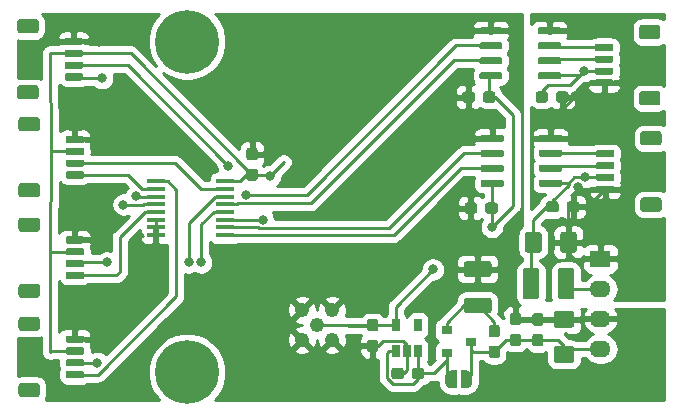
<source format=gtl>
G04 #@! TF.GenerationSoftware,KiCad,Pcbnew,(5.1.5-0)*
G04 #@! TF.CreationDate,2022-05-12T16:28:49-06:00*
G04 #@! TF.ProjectId,uart_mux,75617274-5f6d-4757-982e-6b696361645f,rev?*
G04 #@! TF.SameCoordinates,Original*
G04 #@! TF.FileFunction,Copper,L1,Top*
G04 #@! TF.FilePolarity,Positive*
%FSLAX46Y46*%
G04 Gerber Fmt 4.6, Leading zero omitted, Abs format (unit mm)*
G04 Created by KiCad (PCBNEW (5.1.5-0)) date 2022-05-12 16:28:49*
%MOMM*%
%LPD*%
G04 APERTURE LIST*
%ADD10C,0.100000*%
%ADD11C,5.400000*%
%ADD12R,0.650000X1.060000*%
%ADD13R,0.900000X0.800000*%
%ADD14R,1.800000X1.400000*%
%ADD15O,1.800000X1.400000*%
%ADD16C,1.240000*%
%ADD17R,1.500000X0.450000*%
%ADD18C,0.800000*%
%ADD19C,0.250000*%
%ADD20C,0.254000*%
G04 APERTURE END LIST*
G04 #@! TA.AperFunction,SMDPad,CuDef*
D10*
G36*
X129564703Y-65605722D02*
G01*
X129579264Y-65607882D01*
X129593543Y-65611459D01*
X129607403Y-65616418D01*
X129620710Y-65622712D01*
X129633336Y-65630280D01*
X129645159Y-65639048D01*
X129656066Y-65648934D01*
X129665952Y-65659841D01*
X129674720Y-65671664D01*
X129682288Y-65684290D01*
X129688582Y-65697597D01*
X129693541Y-65711457D01*
X129697118Y-65725736D01*
X129699278Y-65740297D01*
X129700000Y-65755000D01*
X129700000Y-66055000D01*
X129699278Y-66069703D01*
X129697118Y-66084264D01*
X129693541Y-66098543D01*
X129688582Y-66112403D01*
X129682288Y-66125710D01*
X129674720Y-66138336D01*
X129665952Y-66150159D01*
X129656066Y-66161066D01*
X129645159Y-66170952D01*
X129633336Y-66179720D01*
X129620710Y-66187288D01*
X129607403Y-66193582D01*
X129593543Y-66198541D01*
X129579264Y-66202118D01*
X129564703Y-66204278D01*
X129550000Y-66205000D01*
X127900000Y-66205000D01*
X127885297Y-66204278D01*
X127870736Y-66202118D01*
X127856457Y-66198541D01*
X127842597Y-66193582D01*
X127829290Y-66187288D01*
X127816664Y-66179720D01*
X127804841Y-66170952D01*
X127793934Y-66161066D01*
X127784048Y-66150159D01*
X127775280Y-66138336D01*
X127767712Y-66125710D01*
X127761418Y-66112403D01*
X127756459Y-66098543D01*
X127752882Y-66084264D01*
X127750722Y-66069703D01*
X127750000Y-66055000D01*
X127750000Y-65755000D01*
X127750722Y-65740297D01*
X127752882Y-65725736D01*
X127756459Y-65711457D01*
X127761418Y-65697597D01*
X127767712Y-65684290D01*
X127775280Y-65671664D01*
X127784048Y-65659841D01*
X127793934Y-65648934D01*
X127804841Y-65639048D01*
X127816664Y-65630280D01*
X127829290Y-65622712D01*
X127842597Y-65616418D01*
X127856457Y-65611459D01*
X127870736Y-65607882D01*
X127885297Y-65605722D01*
X127900000Y-65605000D01*
X129550000Y-65605000D01*
X129564703Y-65605722D01*
G37*
G04 #@! TD.AperFunction*
G04 #@! TA.AperFunction,SMDPad,CuDef*
G36*
X129564703Y-64335722D02*
G01*
X129579264Y-64337882D01*
X129593543Y-64341459D01*
X129607403Y-64346418D01*
X129620710Y-64352712D01*
X129633336Y-64360280D01*
X129645159Y-64369048D01*
X129656066Y-64378934D01*
X129665952Y-64389841D01*
X129674720Y-64401664D01*
X129682288Y-64414290D01*
X129688582Y-64427597D01*
X129693541Y-64441457D01*
X129697118Y-64455736D01*
X129699278Y-64470297D01*
X129700000Y-64485000D01*
X129700000Y-64785000D01*
X129699278Y-64799703D01*
X129697118Y-64814264D01*
X129693541Y-64828543D01*
X129688582Y-64842403D01*
X129682288Y-64855710D01*
X129674720Y-64868336D01*
X129665952Y-64880159D01*
X129656066Y-64891066D01*
X129645159Y-64900952D01*
X129633336Y-64909720D01*
X129620710Y-64917288D01*
X129607403Y-64923582D01*
X129593543Y-64928541D01*
X129579264Y-64932118D01*
X129564703Y-64934278D01*
X129550000Y-64935000D01*
X127900000Y-64935000D01*
X127885297Y-64934278D01*
X127870736Y-64932118D01*
X127856457Y-64928541D01*
X127842597Y-64923582D01*
X127829290Y-64917288D01*
X127816664Y-64909720D01*
X127804841Y-64900952D01*
X127793934Y-64891066D01*
X127784048Y-64880159D01*
X127775280Y-64868336D01*
X127767712Y-64855710D01*
X127761418Y-64842403D01*
X127756459Y-64828543D01*
X127752882Y-64814264D01*
X127750722Y-64799703D01*
X127750000Y-64785000D01*
X127750000Y-64485000D01*
X127750722Y-64470297D01*
X127752882Y-64455736D01*
X127756459Y-64441457D01*
X127761418Y-64427597D01*
X127767712Y-64414290D01*
X127775280Y-64401664D01*
X127784048Y-64389841D01*
X127793934Y-64378934D01*
X127804841Y-64369048D01*
X127816664Y-64360280D01*
X127829290Y-64352712D01*
X127842597Y-64346418D01*
X127856457Y-64341459D01*
X127870736Y-64337882D01*
X127885297Y-64335722D01*
X127900000Y-64335000D01*
X129550000Y-64335000D01*
X129564703Y-64335722D01*
G37*
G04 #@! TD.AperFunction*
G04 #@! TA.AperFunction,SMDPad,CuDef*
G36*
X129564703Y-63065722D02*
G01*
X129579264Y-63067882D01*
X129593543Y-63071459D01*
X129607403Y-63076418D01*
X129620710Y-63082712D01*
X129633336Y-63090280D01*
X129645159Y-63099048D01*
X129656066Y-63108934D01*
X129665952Y-63119841D01*
X129674720Y-63131664D01*
X129682288Y-63144290D01*
X129688582Y-63157597D01*
X129693541Y-63171457D01*
X129697118Y-63185736D01*
X129699278Y-63200297D01*
X129700000Y-63215000D01*
X129700000Y-63515000D01*
X129699278Y-63529703D01*
X129697118Y-63544264D01*
X129693541Y-63558543D01*
X129688582Y-63572403D01*
X129682288Y-63585710D01*
X129674720Y-63598336D01*
X129665952Y-63610159D01*
X129656066Y-63621066D01*
X129645159Y-63630952D01*
X129633336Y-63639720D01*
X129620710Y-63647288D01*
X129607403Y-63653582D01*
X129593543Y-63658541D01*
X129579264Y-63662118D01*
X129564703Y-63664278D01*
X129550000Y-63665000D01*
X127900000Y-63665000D01*
X127885297Y-63664278D01*
X127870736Y-63662118D01*
X127856457Y-63658541D01*
X127842597Y-63653582D01*
X127829290Y-63647288D01*
X127816664Y-63639720D01*
X127804841Y-63630952D01*
X127793934Y-63621066D01*
X127784048Y-63610159D01*
X127775280Y-63598336D01*
X127767712Y-63585710D01*
X127761418Y-63572403D01*
X127756459Y-63558543D01*
X127752882Y-63544264D01*
X127750722Y-63529703D01*
X127750000Y-63515000D01*
X127750000Y-63215000D01*
X127750722Y-63200297D01*
X127752882Y-63185736D01*
X127756459Y-63171457D01*
X127761418Y-63157597D01*
X127767712Y-63144290D01*
X127775280Y-63131664D01*
X127784048Y-63119841D01*
X127793934Y-63108934D01*
X127804841Y-63099048D01*
X127816664Y-63090280D01*
X127829290Y-63082712D01*
X127842597Y-63076418D01*
X127856457Y-63071459D01*
X127870736Y-63067882D01*
X127885297Y-63065722D01*
X127900000Y-63065000D01*
X129550000Y-63065000D01*
X129564703Y-63065722D01*
G37*
G04 #@! TD.AperFunction*
G04 #@! TA.AperFunction,SMDPad,CuDef*
G36*
X129564703Y-61795722D02*
G01*
X129579264Y-61797882D01*
X129593543Y-61801459D01*
X129607403Y-61806418D01*
X129620710Y-61812712D01*
X129633336Y-61820280D01*
X129645159Y-61829048D01*
X129656066Y-61838934D01*
X129665952Y-61849841D01*
X129674720Y-61861664D01*
X129682288Y-61874290D01*
X129688582Y-61887597D01*
X129693541Y-61901457D01*
X129697118Y-61915736D01*
X129699278Y-61930297D01*
X129700000Y-61945000D01*
X129700000Y-62245000D01*
X129699278Y-62259703D01*
X129697118Y-62274264D01*
X129693541Y-62288543D01*
X129688582Y-62302403D01*
X129682288Y-62315710D01*
X129674720Y-62328336D01*
X129665952Y-62340159D01*
X129656066Y-62351066D01*
X129645159Y-62360952D01*
X129633336Y-62369720D01*
X129620710Y-62377288D01*
X129607403Y-62383582D01*
X129593543Y-62388541D01*
X129579264Y-62392118D01*
X129564703Y-62394278D01*
X129550000Y-62395000D01*
X127900000Y-62395000D01*
X127885297Y-62394278D01*
X127870736Y-62392118D01*
X127856457Y-62388541D01*
X127842597Y-62383582D01*
X127829290Y-62377288D01*
X127816664Y-62369720D01*
X127804841Y-62360952D01*
X127793934Y-62351066D01*
X127784048Y-62340159D01*
X127775280Y-62328336D01*
X127767712Y-62315710D01*
X127761418Y-62302403D01*
X127756459Y-62288543D01*
X127752882Y-62274264D01*
X127750722Y-62259703D01*
X127750000Y-62245000D01*
X127750000Y-61945000D01*
X127750722Y-61930297D01*
X127752882Y-61915736D01*
X127756459Y-61901457D01*
X127761418Y-61887597D01*
X127767712Y-61874290D01*
X127775280Y-61861664D01*
X127784048Y-61849841D01*
X127793934Y-61838934D01*
X127804841Y-61829048D01*
X127816664Y-61820280D01*
X127829290Y-61812712D01*
X127842597Y-61806418D01*
X127856457Y-61801459D01*
X127870736Y-61797882D01*
X127885297Y-61795722D01*
X127900000Y-61795000D01*
X129550000Y-61795000D01*
X129564703Y-61795722D01*
G37*
G04 #@! TD.AperFunction*
G04 #@! TA.AperFunction,SMDPad,CuDef*
G36*
X134514703Y-61795722D02*
G01*
X134529264Y-61797882D01*
X134543543Y-61801459D01*
X134557403Y-61806418D01*
X134570710Y-61812712D01*
X134583336Y-61820280D01*
X134595159Y-61829048D01*
X134606066Y-61838934D01*
X134615952Y-61849841D01*
X134624720Y-61861664D01*
X134632288Y-61874290D01*
X134638582Y-61887597D01*
X134643541Y-61901457D01*
X134647118Y-61915736D01*
X134649278Y-61930297D01*
X134650000Y-61945000D01*
X134650000Y-62245000D01*
X134649278Y-62259703D01*
X134647118Y-62274264D01*
X134643541Y-62288543D01*
X134638582Y-62302403D01*
X134632288Y-62315710D01*
X134624720Y-62328336D01*
X134615952Y-62340159D01*
X134606066Y-62351066D01*
X134595159Y-62360952D01*
X134583336Y-62369720D01*
X134570710Y-62377288D01*
X134557403Y-62383582D01*
X134543543Y-62388541D01*
X134529264Y-62392118D01*
X134514703Y-62394278D01*
X134500000Y-62395000D01*
X132850000Y-62395000D01*
X132835297Y-62394278D01*
X132820736Y-62392118D01*
X132806457Y-62388541D01*
X132792597Y-62383582D01*
X132779290Y-62377288D01*
X132766664Y-62369720D01*
X132754841Y-62360952D01*
X132743934Y-62351066D01*
X132734048Y-62340159D01*
X132725280Y-62328336D01*
X132717712Y-62315710D01*
X132711418Y-62302403D01*
X132706459Y-62288543D01*
X132702882Y-62274264D01*
X132700722Y-62259703D01*
X132700000Y-62245000D01*
X132700000Y-61945000D01*
X132700722Y-61930297D01*
X132702882Y-61915736D01*
X132706459Y-61901457D01*
X132711418Y-61887597D01*
X132717712Y-61874290D01*
X132725280Y-61861664D01*
X132734048Y-61849841D01*
X132743934Y-61838934D01*
X132754841Y-61829048D01*
X132766664Y-61820280D01*
X132779290Y-61812712D01*
X132792597Y-61806418D01*
X132806457Y-61801459D01*
X132820736Y-61797882D01*
X132835297Y-61795722D01*
X132850000Y-61795000D01*
X134500000Y-61795000D01*
X134514703Y-61795722D01*
G37*
G04 #@! TD.AperFunction*
G04 #@! TA.AperFunction,SMDPad,CuDef*
G36*
X134514703Y-63065722D02*
G01*
X134529264Y-63067882D01*
X134543543Y-63071459D01*
X134557403Y-63076418D01*
X134570710Y-63082712D01*
X134583336Y-63090280D01*
X134595159Y-63099048D01*
X134606066Y-63108934D01*
X134615952Y-63119841D01*
X134624720Y-63131664D01*
X134632288Y-63144290D01*
X134638582Y-63157597D01*
X134643541Y-63171457D01*
X134647118Y-63185736D01*
X134649278Y-63200297D01*
X134650000Y-63215000D01*
X134650000Y-63515000D01*
X134649278Y-63529703D01*
X134647118Y-63544264D01*
X134643541Y-63558543D01*
X134638582Y-63572403D01*
X134632288Y-63585710D01*
X134624720Y-63598336D01*
X134615952Y-63610159D01*
X134606066Y-63621066D01*
X134595159Y-63630952D01*
X134583336Y-63639720D01*
X134570710Y-63647288D01*
X134557403Y-63653582D01*
X134543543Y-63658541D01*
X134529264Y-63662118D01*
X134514703Y-63664278D01*
X134500000Y-63665000D01*
X132850000Y-63665000D01*
X132835297Y-63664278D01*
X132820736Y-63662118D01*
X132806457Y-63658541D01*
X132792597Y-63653582D01*
X132779290Y-63647288D01*
X132766664Y-63639720D01*
X132754841Y-63630952D01*
X132743934Y-63621066D01*
X132734048Y-63610159D01*
X132725280Y-63598336D01*
X132717712Y-63585710D01*
X132711418Y-63572403D01*
X132706459Y-63558543D01*
X132702882Y-63544264D01*
X132700722Y-63529703D01*
X132700000Y-63515000D01*
X132700000Y-63215000D01*
X132700722Y-63200297D01*
X132702882Y-63185736D01*
X132706459Y-63171457D01*
X132711418Y-63157597D01*
X132717712Y-63144290D01*
X132725280Y-63131664D01*
X132734048Y-63119841D01*
X132743934Y-63108934D01*
X132754841Y-63099048D01*
X132766664Y-63090280D01*
X132779290Y-63082712D01*
X132792597Y-63076418D01*
X132806457Y-63071459D01*
X132820736Y-63067882D01*
X132835297Y-63065722D01*
X132850000Y-63065000D01*
X134500000Y-63065000D01*
X134514703Y-63065722D01*
G37*
G04 #@! TD.AperFunction*
G04 #@! TA.AperFunction,SMDPad,CuDef*
G36*
X134514703Y-64335722D02*
G01*
X134529264Y-64337882D01*
X134543543Y-64341459D01*
X134557403Y-64346418D01*
X134570710Y-64352712D01*
X134583336Y-64360280D01*
X134595159Y-64369048D01*
X134606066Y-64378934D01*
X134615952Y-64389841D01*
X134624720Y-64401664D01*
X134632288Y-64414290D01*
X134638582Y-64427597D01*
X134643541Y-64441457D01*
X134647118Y-64455736D01*
X134649278Y-64470297D01*
X134650000Y-64485000D01*
X134650000Y-64785000D01*
X134649278Y-64799703D01*
X134647118Y-64814264D01*
X134643541Y-64828543D01*
X134638582Y-64842403D01*
X134632288Y-64855710D01*
X134624720Y-64868336D01*
X134615952Y-64880159D01*
X134606066Y-64891066D01*
X134595159Y-64900952D01*
X134583336Y-64909720D01*
X134570710Y-64917288D01*
X134557403Y-64923582D01*
X134543543Y-64928541D01*
X134529264Y-64932118D01*
X134514703Y-64934278D01*
X134500000Y-64935000D01*
X132850000Y-64935000D01*
X132835297Y-64934278D01*
X132820736Y-64932118D01*
X132806457Y-64928541D01*
X132792597Y-64923582D01*
X132779290Y-64917288D01*
X132766664Y-64909720D01*
X132754841Y-64900952D01*
X132743934Y-64891066D01*
X132734048Y-64880159D01*
X132725280Y-64868336D01*
X132717712Y-64855710D01*
X132711418Y-64842403D01*
X132706459Y-64828543D01*
X132702882Y-64814264D01*
X132700722Y-64799703D01*
X132700000Y-64785000D01*
X132700000Y-64485000D01*
X132700722Y-64470297D01*
X132702882Y-64455736D01*
X132706459Y-64441457D01*
X132711418Y-64427597D01*
X132717712Y-64414290D01*
X132725280Y-64401664D01*
X132734048Y-64389841D01*
X132743934Y-64378934D01*
X132754841Y-64369048D01*
X132766664Y-64360280D01*
X132779290Y-64352712D01*
X132792597Y-64346418D01*
X132806457Y-64341459D01*
X132820736Y-64337882D01*
X132835297Y-64335722D01*
X132850000Y-64335000D01*
X134500000Y-64335000D01*
X134514703Y-64335722D01*
G37*
G04 #@! TD.AperFunction*
G04 #@! TA.AperFunction,SMDPad,CuDef*
G36*
X134514703Y-65605722D02*
G01*
X134529264Y-65607882D01*
X134543543Y-65611459D01*
X134557403Y-65616418D01*
X134570710Y-65622712D01*
X134583336Y-65630280D01*
X134595159Y-65639048D01*
X134606066Y-65648934D01*
X134615952Y-65659841D01*
X134624720Y-65671664D01*
X134632288Y-65684290D01*
X134638582Y-65697597D01*
X134643541Y-65711457D01*
X134647118Y-65725736D01*
X134649278Y-65740297D01*
X134650000Y-65755000D01*
X134650000Y-66055000D01*
X134649278Y-66069703D01*
X134647118Y-66084264D01*
X134643541Y-66098543D01*
X134638582Y-66112403D01*
X134632288Y-66125710D01*
X134624720Y-66138336D01*
X134615952Y-66150159D01*
X134606066Y-66161066D01*
X134595159Y-66170952D01*
X134583336Y-66179720D01*
X134570710Y-66187288D01*
X134557403Y-66193582D01*
X134543543Y-66198541D01*
X134529264Y-66202118D01*
X134514703Y-66204278D01*
X134500000Y-66205000D01*
X132850000Y-66205000D01*
X132835297Y-66204278D01*
X132820736Y-66202118D01*
X132806457Y-66198541D01*
X132792597Y-66193582D01*
X132779290Y-66187288D01*
X132766664Y-66179720D01*
X132754841Y-66170952D01*
X132743934Y-66161066D01*
X132734048Y-66150159D01*
X132725280Y-66138336D01*
X132717712Y-66125710D01*
X132711418Y-66112403D01*
X132706459Y-66098543D01*
X132702882Y-66084264D01*
X132700722Y-66069703D01*
X132700000Y-66055000D01*
X132700000Y-65755000D01*
X132700722Y-65740297D01*
X132702882Y-65725736D01*
X132706459Y-65711457D01*
X132711418Y-65697597D01*
X132717712Y-65684290D01*
X132725280Y-65671664D01*
X132734048Y-65659841D01*
X132743934Y-65648934D01*
X132754841Y-65639048D01*
X132766664Y-65630280D01*
X132779290Y-65622712D01*
X132792597Y-65616418D01*
X132806457Y-65611459D01*
X132820736Y-65607882D01*
X132835297Y-65605722D01*
X132850000Y-65605000D01*
X134500000Y-65605000D01*
X134514703Y-65605722D01*
G37*
G04 #@! TD.AperFunction*
G04 #@! TA.AperFunction,SMDPad,CuDef*
G36*
X129664703Y-74705722D02*
G01*
X129679264Y-74707882D01*
X129693543Y-74711459D01*
X129707403Y-74716418D01*
X129720710Y-74722712D01*
X129733336Y-74730280D01*
X129745159Y-74739048D01*
X129756066Y-74748934D01*
X129765952Y-74759841D01*
X129774720Y-74771664D01*
X129782288Y-74784290D01*
X129788582Y-74797597D01*
X129793541Y-74811457D01*
X129797118Y-74825736D01*
X129799278Y-74840297D01*
X129800000Y-74855000D01*
X129800000Y-75155000D01*
X129799278Y-75169703D01*
X129797118Y-75184264D01*
X129793541Y-75198543D01*
X129788582Y-75212403D01*
X129782288Y-75225710D01*
X129774720Y-75238336D01*
X129765952Y-75250159D01*
X129756066Y-75261066D01*
X129745159Y-75270952D01*
X129733336Y-75279720D01*
X129720710Y-75287288D01*
X129707403Y-75293582D01*
X129693543Y-75298541D01*
X129679264Y-75302118D01*
X129664703Y-75304278D01*
X129650000Y-75305000D01*
X128000000Y-75305000D01*
X127985297Y-75304278D01*
X127970736Y-75302118D01*
X127956457Y-75298541D01*
X127942597Y-75293582D01*
X127929290Y-75287288D01*
X127916664Y-75279720D01*
X127904841Y-75270952D01*
X127893934Y-75261066D01*
X127884048Y-75250159D01*
X127875280Y-75238336D01*
X127867712Y-75225710D01*
X127861418Y-75212403D01*
X127856459Y-75198543D01*
X127852882Y-75184264D01*
X127850722Y-75169703D01*
X127850000Y-75155000D01*
X127850000Y-74855000D01*
X127850722Y-74840297D01*
X127852882Y-74825736D01*
X127856459Y-74811457D01*
X127861418Y-74797597D01*
X127867712Y-74784290D01*
X127875280Y-74771664D01*
X127884048Y-74759841D01*
X127893934Y-74748934D01*
X127904841Y-74739048D01*
X127916664Y-74730280D01*
X127929290Y-74722712D01*
X127942597Y-74716418D01*
X127956457Y-74711459D01*
X127970736Y-74707882D01*
X127985297Y-74705722D01*
X128000000Y-74705000D01*
X129650000Y-74705000D01*
X129664703Y-74705722D01*
G37*
G04 #@! TD.AperFunction*
G04 #@! TA.AperFunction,SMDPad,CuDef*
G36*
X129664703Y-73435722D02*
G01*
X129679264Y-73437882D01*
X129693543Y-73441459D01*
X129707403Y-73446418D01*
X129720710Y-73452712D01*
X129733336Y-73460280D01*
X129745159Y-73469048D01*
X129756066Y-73478934D01*
X129765952Y-73489841D01*
X129774720Y-73501664D01*
X129782288Y-73514290D01*
X129788582Y-73527597D01*
X129793541Y-73541457D01*
X129797118Y-73555736D01*
X129799278Y-73570297D01*
X129800000Y-73585000D01*
X129800000Y-73885000D01*
X129799278Y-73899703D01*
X129797118Y-73914264D01*
X129793541Y-73928543D01*
X129788582Y-73942403D01*
X129782288Y-73955710D01*
X129774720Y-73968336D01*
X129765952Y-73980159D01*
X129756066Y-73991066D01*
X129745159Y-74000952D01*
X129733336Y-74009720D01*
X129720710Y-74017288D01*
X129707403Y-74023582D01*
X129693543Y-74028541D01*
X129679264Y-74032118D01*
X129664703Y-74034278D01*
X129650000Y-74035000D01*
X128000000Y-74035000D01*
X127985297Y-74034278D01*
X127970736Y-74032118D01*
X127956457Y-74028541D01*
X127942597Y-74023582D01*
X127929290Y-74017288D01*
X127916664Y-74009720D01*
X127904841Y-74000952D01*
X127893934Y-73991066D01*
X127884048Y-73980159D01*
X127875280Y-73968336D01*
X127867712Y-73955710D01*
X127861418Y-73942403D01*
X127856459Y-73928543D01*
X127852882Y-73914264D01*
X127850722Y-73899703D01*
X127850000Y-73885000D01*
X127850000Y-73585000D01*
X127850722Y-73570297D01*
X127852882Y-73555736D01*
X127856459Y-73541457D01*
X127861418Y-73527597D01*
X127867712Y-73514290D01*
X127875280Y-73501664D01*
X127884048Y-73489841D01*
X127893934Y-73478934D01*
X127904841Y-73469048D01*
X127916664Y-73460280D01*
X127929290Y-73452712D01*
X127942597Y-73446418D01*
X127956457Y-73441459D01*
X127970736Y-73437882D01*
X127985297Y-73435722D01*
X128000000Y-73435000D01*
X129650000Y-73435000D01*
X129664703Y-73435722D01*
G37*
G04 #@! TD.AperFunction*
G04 #@! TA.AperFunction,SMDPad,CuDef*
G36*
X129664703Y-72165722D02*
G01*
X129679264Y-72167882D01*
X129693543Y-72171459D01*
X129707403Y-72176418D01*
X129720710Y-72182712D01*
X129733336Y-72190280D01*
X129745159Y-72199048D01*
X129756066Y-72208934D01*
X129765952Y-72219841D01*
X129774720Y-72231664D01*
X129782288Y-72244290D01*
X129788582Y-72257597D01*
X129793541Y-72271457D01*
X129797118Y-72285736D01*
X129799278Y-72300297D01*
X129800000Y-72315000D01*
X129800000Y-72615000D01*
X129799278Y-72629703D01*
X129797118Y-72644264D01*
X129793541Y-72658543D01*
X129788582Y-72672403D01*
X129782288Y-72685710D01*
X129774720Y-72698336D01*
X129765952Y-72710159D01*
X129756066Y-72721066D01*
X129745159Y-72730952D01*
X129733336Y-72739720D01*
X129720710Y-72747288D01*
X129707403Y-72753582D01*
X129693543Y-72758541D01*
X129679264Y-72762118D01*
X129664703Y-72764278D01*
X129650000Y-72765000D01*
X128000000Y-72765000D01*
X127985297Y-72764278D01*
X127970736Y-72762118D01*
X127956457Y-72758541D01*
X127942597Y-72753582D01*
X127929290Y-72747288D01*
X127916664Y-72739720D01*
X127904841Y-72730952D01*
X127893934Y-72721066D01*
X127884048Y-72710159D01*
X127875280Y-72698336D01*
X127867712Y-72685710D01*
X127861418Y-72672403D01*
X127856459Y-72658543D01*
X127852882Y-72644264D01*
X127850722Y-72629703D01*
X127850000Y-72615000D01*
X127850000Y-72315000D01*
X127850722Y-72300297D01*
X127852882Y-72285736D01*
X127856459Y-72271457D01*
X127861418Y-72257597D01*
X127867712Y-72244290D01*
X127875280Y-72231664D01*
X127884048Y-72219841D01*
X127893934Y-72208934D01*
X127904841Y-72199048D01*
X127916664Y-72190280D01*
X127929290Y-72182712D01*
X127942597Y-72176418D01*
X127956457Y-72171459D01*
X127970736Y-72167882D01*
X127985297Y-72165722D01*
X128000000Y-72165000D01*
X129650000Y-72165000D01*
X129664703Y-72165722D01*
G37*
G04 #@! TD.AperFunction*
G04 #@! TA.AperFunction,SMDPad,CuDef*
G36*
X129664703Y-70895722D02*
G01*
X129679264Y-70897882D01*
X129693543Y-70901459D01*
X129707403Y-70906418D01*
X129720710Y-70912712D01*
X129733336Y-70920280D01*
X129745159Y-70929048D01*
X129756066Y-70938934D01*
X129765952Y-70949841D01*
X129774720Y-70961664D01*
X129782288Y-70974290D01*
X129788582Y-70987597D01*
X129793541Y-71001457D01*
X129797118Y-71015736D01*
X129799278Y-71030297D01*
X129800000Y-71045000D01*
X129800000Y-71345000D01*
X129799278Y-71359703D01*
X129797118Y-71374264D01*
X129793541Y-71388543D01*
X129788582Y-71402403D01*
X129782288Y-71415710D01*
X129774720Y-71428336D01*
X129765952Y-71440159D01*
X129756066Y-71451066D01*
X129745159Y-71460952D01*
X129733336Y-71469720D01*
X129720710Y-71477288D01*
X129707403Y-71483582D01*
X129693543Y-71488541D01*
X129679264Y-71492118D01*
X129664703Y-71494278D01*
X129650000Y-71495000D01*
X128000000Y-71495000D01*
X127985297Y-71494278D01*
X127970736Y-71492118D01*
X127956457Y-71488541D01*
X127942597Y-71483582D01*
X127929290Y-71477288D01*
X127916664Y-71469720D01*
X127904841Y-71460952D01*
X127893934Y-71451066D01*
X127884048Y-71440159D01*
X127875280Y-71428336D01*
X127867712Y-71415710D01*
X127861418Y-71402403D01*
X127856459Y-71388543D01*
X127852882Y-71374264D01*
X127850722Y-71359703D01*
X127850000Y-71345000D01*
X127850000Y-71045000D01*
X127850722Y-71030297D01*
X127852882Y-71015736D01*
X127856459Y-71001457D01*
X127861418Y-70987597D01*
X127867712Y-70974290D01*
X127875280Y-70961664D01*
X127884048Y-70949841D01*
X127893934Y-70938934D01*
X127904841Y-70929048D01*
X127916664Y-70920280D01*
X127929290Y-70912712D01*
X127942597Y-70906418D01*
X127956457Y-70901459D01*
X127970736Y-70897882D01*
X127985297Y-70895722D01*
X128000000Y-70895000D01*
X129650000Y-70895000D01*
X129664703Y-70895722D01*
G37*
G04 #@! TD.AperFunction*
G04 #@! TA.AperFunction,SMDPad,CuDef*
G36*
X134614703Y-70895722D02*
G01*
X134629264Y-70897882D01*
X134643543Y-70901459D01*
X134657403Y-70906418D01*
X134670710Y-70912712D01*
X134683336Y-70920280D01*
X134695159Y-70929048D01*
X134706066Y-70938934D01*
X134715952Y-70949841D01*
X134724720Y-70961664D01*
X134732288Y-70974290D01*
X134738582Y-70987597D01*
X134743541Y-71001457D01*
X134747118Y-71015736D01*
X134749278Y-71030297D01*
X134750000Y-71045000D01*
X134750000Y-71345000D01*
X134749278Y-71359703D01*
X134747118Y-71374264D01*
X134743541Y-71388543D01*
X134738582Y-71402403D01*
X134732288Y-71415710D01*
X134724720Y-71428336D01*
X134715952Y-71440159D01*
X134706066Y-71451066D01*
X134695159Y-71460952D01*
X134683336Y-71469720D01*
X134670710Y-71477288D01*
X134657403Y-71483582D01*
X134643543Y-71488541D01*
X134629264Y-71492118D01*
X134614703Y-71494278D01*
X134600000Y-71495000D01*
X132950000Y-71495000D01*
X132935297Y-71494278D01*
X132920736Y-71492118D01*
X132906457Y-71488541D01*
X132892597Y-71483582D01*
X132879290Y-71477288D01*
X132866664Y-71469720D01*
X132854841Y-71460952D01*
X132843934Y-71451066D01*
X132834048Y-71440159D01*
X132825280Y-71428336D01*
X132817712Y-71415710D01*
X132811418Y-71402403D01*
X132806459Y-71388543D01*
X132802882Y-71374264D01*
X132800722Y-71359703D01*
X132800000Y-71345000D01*
X132800000Y-71045000D01*
X132800722Y-71030297D01*
X132802882Y-71015736D01*
X132806459Y-71001457D01*
X132811418Y-70987597D01*
X132817712Y-70974290D01*
X132825280Y-70961664D01*
X132834048Y-70949841D01*
X132843934Y-70938934D01*
X132854841Y-70929048D01*
X132866664Y-70920280D01*
X132879290Y-70912712D01*
X132892597Y-70906418D01*
X132906457Y-70901459D01*
X132920736Y-70897882D01*
X132935297Y-70895722D01*
X132950000Y-70895000D01*
X134600000Y-70895000D01*
X134614703Y-70895722D01*
G37*
G04 #@! TD.AperFunction*
G04 #@! TA.AperFunction,SMDPad,CuDef*
G36*
X134614703Y-72165722D02*
G01*
X134629264Y-72167882D01*
X134643543Y-72171459D01*
X134657403Y-72176418D01*
X134670710Y-72182712D01*
X134683336Y-72190280D01*
X134695159Y-72199048D01*
X134706066Y-72208934D01*
X134715952Y-72219841D01*
X134724720Y-72231664D01*
X134732288Y-72244290D01*
X134738582Y-72257597D01*
X134743541Y-72271457D01*
X134747118Y-72285736D01*
X134749278Y-72300297D01*
X134750000Y-72315000D01*
X134750000Y-72615000D01*
X134749278Y-72629703D01*
X134747118Y-72644264D01*
X134743541Y-72658543D01*
X134738582Y-72672403D01*
X134732288Y-72685710D01*
X134724720Y-72698336D01*
X134715952Y-72710159D01*
X134706066Y-72721066D01*
X134695159Y-72730952D01*
X134683336Y-72739720D01*
X134670710Y-72747288D01*
X134657403Y-72753582D01*
X134643543Y-72758541D01*
X134629264Y-72762118D01*
X134614703Y-72764278D01*
X134600000Y-72765000D01*
X132950000Y-72765000D01*
X132935297Y-72764278D01*
X132920736Y-72762118D01*
X132906457Y-72758541D01*
X132892597Y-72753582D01*
X132879290Y-72747288D01*
X132866664Y-72739720D01*
X132854841Y-72730952D01*
X132843934Y-72721066D01*
X132834048Y-72710159D01*
X132825280Y-72698336D01*
X132817712Y-72685710D01*
X132811418Y-72672403D01*
X132806459Y-72658543D01*
X132802882Y-72644264D01*
X132800722Y-72629703D01*
X132800000Y-72615000D01*
X132800000Y-72315000D01*
X132800722Y-72300297D01*
X132802882Y-72285736D01*
X132806459Y-72271457D01*
X132811418Y-72257597D01*
X132817712Y-72244290D01*
X132825280Y-72231664D01*
X132834048Y-72219841D01*
X132843934Y-72208934D01*
X132854841Y-72199048D01*
X132866664Y-72190280D01*
X132879290Y-72182712D01*
X132892597Y-72176418D01*
X132906457Y-72171459D01*
X132920736Y-72167882D01*
X132935297Y-72165722D01*
X132950000Y-72165000D01*
X134600000Y-72165000D01*
X134614703Y-72165722D01*
G37*
G04 #@! TD.AperFunction*
G04 #@! TA.AperFunction,SMDPad,CuDef*
G36*
X134614703Y-73435722D02*
G01*
X134629264Y-73437882D01*
X134643543Y-73441459D01*
X134657403Y-73446418D01*
X134670710Y-73452712D01*
X134683336Y-73460280D01*
X134695159Y-73469048D01*
X134706066Y-73478934D01*
X134715952Y-73489841D01*
X134724720Y-73501664D01*
X134732288Y-73514290D01*
X134738582Y-73527597D01*
X134743541Y-73541457D01*
X134747118Y-73555736D01*
X134749278Y-73570297D01*
X134750000Y-73585000D01*
X134750000Y-73885000D01*
X134749278Y-73899703D01*
X134747118Y-73914264D01*
X134743541Y-73928543D01*
X134738582Y-73942403D01*
X134732288Y-73955710D01*
X134724720Y-73968336D01*
X134715952Y-73980159D01*
X134706066Y-73991066D01*
X134695159Y-74000952D01*
X134683336Y-74009720D01*
X134670710Y-74017288D01*
X134657403Y-74023582D01*
X134643543Y-74028541D01*
X134629264Y-74032118D01*
X134614703Y-74034278D01*
X134600000Y-74035000D01*
X132950000Y-74035000D01*
X132935297Y-74034278D01*
X132920736Y-74032118D01*
X132906457Y-74028541D01*
X132892597Y-74023582D01*
X132879290Y-74017288D01*
X132866664Y-74009720D01*
X132854841Y-74000952D01*
X132843934Y-73991066D01*
X132834048Y-73980159D01*
X132825280Y-73968336D01*
X132817712Y-73955710D01*
X132811418Y-73942403D01*
X132806459Y-73928543D01*
X132802882Y-73914264D01*
X132800722Y-73899703D01*
X132800000Y-73885000D01*
X132800000Y-73585000D01*
X132800722Y-73570297D01*
X132802882Y-73555736D01*
X132806459Y-73541457D01*
X132811418Y-73527597D01*
X132817712Y-73514290D01*
X132825280Y-73501664D01*
X132834048Y-73489841D01*
X132843934Y-73478934D01*
X132854841Y-73469048D01*
X132866664Y-73460280D01*
X132879290Y-73452712D01*
X132892597Y-73446418D01*
X132906457Y-73441459D01*
X132920736Y-73437882D01*
X132935297Y-73435722D01*
X132950000Y-73435000D01*
X134600000Y-73435000D01*
X134614703Y-73435722D01*
G37*
G04 #@! TD.AperFunction*
G04 #@! TA.AperFunction,SMDPad,CuDef*
G36*
X134614703Y-74705722D02*
G01*
X134629264Y-74707882D01*
X134643543Y-74711459D01*
X134657403Y-74716418D01*
X134670710Y-74722712D01*
X134683336Y-74730280D01*
X134695159Y-74739048D01*
X134706066Y-74748934D01*
X134715952Y-74759841D01*
X134724720Y-74771664D01*
X134732288Y-74784290D01*
X134738582Y-74797597D01*
X134743541Y-74811457D01*
X134747118Y-74825736D01*
X134749278Y-74840297D01*
X134750000Y-74855000D01*
X134750000Y-75155000D01*
X134749278Y-75169703D01*
X134747118Y-75184264D01*
X134743541Y-75198543D01*
X134738582Y-75212403D01*
X134732288Y-75225710D01*
X134724720Y-75238336D01*
X134715952Y-75250159D01*
X134706066Y-75261066D01*
X134695159Y-75270952D01*
X134683336Y-75279720D01*
X134670710Y-75287288D01*
X134657403Y-75293582D01*
X134643543Y-75298541D01*
X134629264Y-75302118D01*
X134614703Y-75304278D01*
X134600000Y-75305000D01*
X132950000Y-75305000D01*
X132935297Y-75304278D01*
X132920736Y-75302118D01*
X132906457Y-75298541D01*
X132892597Y-75293582D01*
X132879290Y-75287288D01*
X132866664Y-75279720D01*
X132854841Y-75270952D01*
X132843934Y-75261066D01*
X132834048Y-75250159D01*
X132825280Y-75238336D01*
X132817712Y-75225710D01*
X132811418Y-75212403D01*
X132806459Y-75198543D01*
X132802882Y-75184264D01*
X132800722Y-75169703D01*
X132800000Y-75155000D01*
X132800000Y-74855000D01*
X132800722Y-74840297D01*
X132802882Y-74825736D01*
X132806459Y-74811457D01*
X132811418Y-74797597D01*
X132817712Y-74784290D01*
X132825280Y-74771664D01*
X132834048Y-74759841D01*
X132843934Y-74748934D01*
X132854841Y-74739048D01*
X132866664Y-74730280D01*
X132879290Y-74722712D01*
X132892597Y-74716418D01*
X132906457Y-74711459D01*
X132920736Y-74707882D01*
X132935297Y-74705722D01*
X132950000Y-74705000D01*
X134600000Y-74705000D01*
X134614703Y-74705722D01*
G37*
G04 #@! TD.AperFunction*
D11*
X103000000Y-91000000D03*
X103000000Y-63000000D03*
G04 #@! TA.AperFunction,SMDPad,CuDef*
D10*
G36*
X142949505Y-70601204D02*
G01*
X142973773Y-70604804D01*
X142997572Y-70610765D01*
X143020671Y-70619030D01*
X143042850Y-70629520D01*
X143063893Y-70642132D01*
X143083599Y-70656747D01*
X143101777Y-70673223D01*
X143118253Y-70691401D01*
X143132868Y-70711107D01*
X143145480Y-70732150D01*
X143155970Y-70754329D01*
X143164235Y-70777428D01*
X143170196Y-70801227D01*
X143173796Y-70825495D01*
X143175000Y-70849999D01*
X143175000Y-71550001D01*
X143173796Y-71574505D01*
X143170196Y-71598773D01*
X143164235Y-71622572D01*
X143155970Y-71645671D01*
X143145480Y-71667850D01*
X143132868Y-71688893D01*
X143118253Y-71708599D01*
X143101777Y-71726777D01*
X143083599Y-71743253D01*
X143063893Y-71757868D01*
X143042850Y-71770480D01*
X143020671Y-71780970D01*
X142997572Y-71789235D01*
X142973773Y-71795196D01*
X142949505Y-71798796D01*
X142925001Y-71800000D01*
X141624999Y-71800000D01*
X141600495Y-71798796D01*
X141576227Y-71795196D01*
X141552428Y-71789235D01*
X141529329Y-71780970D01*
X141507150Y-71770480D01*
X141486107Y-71757868D01*
X141466401Y-71743253D01*
X141448223Y-71726777D01*
X141431747Y-71708599D01*
X141417132Y-71688893D01*
X141404520Y-71667850D01*
X141394030Y-71645671D01*
X141385765Y-71622572D01*
X141379804Y-71598773D01*
X141376204Y-71574505D01*
X141375000Y-71550001D01*
X141375000Y-70849999D01*
X141376204Y-70825495D01*
X141379804Y-70801227D01*
X141385765Y-70777428D01*
X141394030Y-70754329D01*
X141404520Y-70732150D01*
X141417132Y-70711107D01*
X141431747Y-70691401D01*
X141448223Y-70673223D01*
X141466401Y-70656747D01*
X141486107Y-70642132D01*
X141507150Y-70629520D01*
X141529329Y-70619030D01*
X141552428Y-70610765D01*
X141576227Y-70604804D01*
X141600495Y-70601204D01*
X141624999Y-70600000D01*
X142925001Y-70600000D01*
X142949505Y-70601204D01*
G37*
G04 #@! TD.AperFunction*
G04 #@! TA.AperFunction,SMDPad,CuDef*
G36*
X142949505Y-76201204D02*
G01*
X142973773Y-76204804D01*
X142997572Y-76210765D01*
X143020671Y-76219030D01*
X143042850Y-76229520D01*
X143063893Y-76242132D01*
X143083599Y-76256747D01*
X143101777Y-76273223D01*
X143118253Y-76291401D01*
X143132868Y-76311107D01*
X143145480Y-76332150D01*
X143155970Y-76354329D01*
X143164235Y-76377428D01*
X143170196Y-76401227D01*
X143173796Y-76425495D01*
X143175000Y-76449999D01*
X143175000Y-77150001D01*
X143173796Y-77174505D01*
X143170196Y-77198773D01*
X143164235Y-77222572D01*
X143155970Y-77245671D01*
X143145480Y-77267850D01*
X143132868Y-77288893D01*
X143118253Y-77308599D01*
X143101777Y-77326777D01*
X143083599Y-77343253D01*
X143063893Y-77357868D01*
X143042850Y-77370480D01*
X143020671Y-77380970D01*
X142997572Y-77389235D01*
X142973773Y-77395196D01*
X142949505Y-77398796D01*
X142925001Y-77400000D01*
X141624999Y-77400000D01*
X141600495Y-77398796D01*
X141576227Y-77395196D01*
X141552428Y-77389235D01*
X141529329Y-77380970D01*
X141507150Y-77370480D01*
X141486107Y-77357868D01*
X141466401Y-77343253D01*
X141448223Y-77326777D01*
X141431747Y-77308599D01*
X141417132Y-77288893D01*
X141404520Y-77267850D01*
X141394030Y-77245671D01*
X141385765Y-77222572D01*
X141379804Y-77198773D01*
X141376204Y-77174505D01*
X141375000Y-77150001D01*
X141375000Y-76449999D01*
X141376204Y-76425495D01*
X141379804Y-76401227D01*
X141385765Y-76377428D01*
X141394030Y-76354329D01*
X141404520Y-76332150D01*
X141417132Y-76311107D01*
X141431747Y-76291401D01*
X141448223Y-76273223D01*
X141466401Y-76256747D01*
X141486107Y-76242132D01*
X141507150Y-76229520D01*
X141529329Y-76219030D01*
X141552428Y-76210765D01*
X141576227Y-76204804D01*
X141600495Y-76201204D01*
X141624999Y-76200000D01*
X142925001Y-76200000D01*
X142949505Y-76201204D01*
G37*
G04 #@! TD.AperFunction*
G04 #@! TA.AperFunction,SMDPad,CuDef*
G36*
X139039703Y-72200722D02*
G01*
X139054264Y-72202882D01*
X139068543Y-72206459D01*
X139082403Y-72211418D01*
X139095710Y-72217712D01*
X139108336Y-72225280D01*
X139120159Y-72234048D01*
X139131066Y-72243934D01*
X139140952Y-72254841D01*
X139149720Y-72266664D01*
X139157288Y-72279290D01*
X139163582Y-72292597D01*
X139168541Y-72306457D01*
X139172118Y-72320736D01*
X139174278Y-72335297D01*
X139175000Y-72350000D01*
X139175000Y-72650000D01*
X139174278Y-72664703D01*
X139172118Y-72679264D01*
X139168541Y-72693543D01*
X139163582Y-72707403D01*
X139157288Y-72720710D01*
X139149720Y-72733336D01*
X139140952Y-72745159D01*
X139131066Y-72756066D01*
X139120159Y-72765952D01*
X139108336Y-72774720D01*
X139095710Y-72782288D01*
X139082403Y-72788582D01*
X139068543Y-72793541D01*
X139054264Y-72797118D01*
X139039703Y-72799278D01*
X139025000Y-72800000D01*
X137775000Y-72800000D01*
X137760297Y-72799278D01*
X137745736Y-72797118D01*
X137731457Y-72793541D01*
X137717597Y-72788582D01*
X137704290Y-72782288D01*
X137691664Y-72774720D01*
X137679841Y-72765952D01*
X137668934Y-72756066D01*
X137659048Y-72745159D01*
X137650280Y-72733336D01*
X137642712Y-72720710D01*
X137636418Y-72707403D01*
X137631459Y-72693543D01*
X137627882Y-72679264D01*
X137625722Y-72664703D01*
X137625000Y-72650000D01*
X137625000Y-72350000D01*
X137625722Y-72335297D01*
X137627882Y-72320736D01*
X137631459Y-72306457D01*
X137636418Y-72292597D01*
X137642712Y-72279290D01*
X137650280Y-72266664D01*
X137659048Y-72254841D01*
X137668934Y-72243934D01*
X137679841Y-72234048D01*
X137691664Y-72225280D01*
X137704290Y-72217712D01*
X137717597Y-72211418D01*
X137731457Y-72206459D01*
X137745736Y-72202882D01*
X137760297Y-72200722D01*
X137775000Y-72200000D01*
X139025000Y-72200000D01*
X139039703Y-72200722D01*
G37*
G04 #@! TD.AperFunction*
G04 #@! TA.AperFunction,SMDPad,CuDef*
G36*
X139039703Y-73200722D02*
G01*
X139054264Y-73202882D01*
X139068543Y-73206459D01*
X139082403Y-73211418D01*
X139095710Y-73217712D01*
X139108336Y-73225280D01*
X139120159Y-73234048D01*
X139131066Y-73243934D01*
X139140952Y-73254841D01*
X139149720Y-73266664D01*
X139157288Y-73279290D01*
X139163582Y-73292597D01*
X139168541Y-73306457D01*
X139172118Y-73320736D01*
X139174278Y-73335297D01*
X139175000Y-73350000D01*
X139175000Y-73650000D01*
X139174278Y-73664703D01*
X139172118Y-73679264D01*
X139168541Y-73693543D01*
X139163582Y-73707403D01*
X139157288Y-73720710D01*
X139149720Y-73733336D01*
X139140952Y-73745159D01*
X139131066Y-73756066D01*
X139120159Y-73765952D01*
X139108336Y-73774720D01*
X139095710Y-73782288D01*
X139082403Y-73788582D01*
X139068543Y-73793541D01*
X139054264Y-73797118D01*
X139039703Y-73799278D01*
X139025000Y-73800000D01*
X137775000Y-73800000D01*
X137760297Y-73799278D01*
X137745736Y-73797118D01*
X137731457Y-73793541D01*
X137717597Y-73788582D01*
X137704290Y-73782288D01*
X137691664Y-73774720D01*
X137679841Y-73765952D01*
X137668934Y-73756066D01*
X137659048Y-73745159D01*
X137650280Y-73733336D01*
X137642712Y-73720710D01*
X137636418Y-73707403D01*
X137631459Y-73693543D01*
X137627882Y-73679264D01*
X137625722Y-73664703D01*
X137625000Y-73650000D01*
X137625000Y-73350000D01*
X137625722Y-73335297D01*
X137627882Y-73320736D01*
X137631459Y-73306457D01*
X137636418Y-73292597D01*
X137642712Y-73279290D01*
X137650280Y-73266664D01*
X137659048Y-73254841D01*
X137668934Y-73243934D01*
X137679841Y-73234048D01*
X137691664Y-73225280D01*
X137704290Y-73217712D01*
X137717597Y-73211418D01*
X137731457Y-73206459D01*
X137745736Y-73202882D01*
X137760297Y-73200722D01*
X137775000Y-73200000D01*
X139025000Y-73200000D01*
X139039703Y-73200722D01*
G37*
G04 #@! TD.AperFunction*
G04 #@! TA.AperFunction,SMDPad,CuDef*
G36*
X139039703Y-74200722D02*
G01*
X139054264Y-74202882D01*
X139068543Y-74206459D01*
X139082403Y-74211418D01*
X139095710Y-74217712D01*
X139108336Y-74225280D01*
X139120159Y-74234048D01*
X139131066Y-74243934D01*
X139140952Y-74254841D01*
X139149720Y-74266664D01*
X139157288Y-74279290D01*
X139163582Y-74292597D01*
X139168541Y-74306457D01*
X139172118Y-74320736D01*
X139174278Y-74335297D01*
X139175000Y-74350000D01*
X139175000Y-74650000D01*
X139174278Y-74664703D01*
X139172118Y-74679264D01*
X139168541Y-74693543D01*
X139163582Y-74707403D01*
X139157288Y-74720710D01*
X139149720Y-74733336D01*
X139140952Y-74745159D01*
X139131066Y-74756066D01*
X139120159Y-74765952D01*
X139108336Y-74774720D01*
X139095710Y-74782288D01*
X139082403Y-74788582D01*
X139068543Y-74793541D01*
X139054264Y-74797118D01*
X139039703Y-74799278D01*
X139025000Y-74800000D01*
X137775000Y-74800000D01*
X137760297Y-74799278D01*
X137745736Y-74797118D01*
X137731457Y-74793541D01*
X137717597Y-74788582D01*
X137704290Y-74782288D01*
X137691664Y-74774720D01*
X137679841Y-74765952D01*
X137668934Y-74756066D01*
X137659048Y-74745159D01*
X137650280Y-74733336D01*
X137642712Y-74720710D01*
X137636418Y-74707403D01*
X137631459Y-74693543D01*
X137627882Y-74679264D01*
X137625722Y-74664703D01*
X137625000Y-74650000D01*
X137625000Y-74350000D01*
X137625722Y-74335297D01*
X137627882Y-74320736D01*
X137631459Y-74306457D01*
X137636418Y-74292597D01*
X137642712Y-74279290D01*
X137650280Y-74266664D01*
X137659048Y-74254841D01*
X137668934Y-74243934D01*
X137679841Y-74234048D01*
X137691664Y-74225280D01*
X137704290Y-74217712D01*
X137717597Y-74211418D01*
X137731457Y-74206459D01*
X137745736Y-74202882D01*
X137760297Y-74200722D01*
X137775000Y-74200000D01*
X139025000Y-74200000D01*
X139039703Y-74200722D01*
G37*
G04 #@! TD.AperFunction*
G04 #@! TA.AperFunction,SMDPad,CuDef*
G36*
X139039703Y-75200722D02*
G01*
X139054264Y-75202882D01*
X139068543Y-75206459D01*
X139082403Y-75211418D01*
X139095710Y-75217712D01*
X139108336Y-75225280D01*
X139120159Y-75234048D01*
X139131066Y-75243934D01*
X139140952Y-75254841D01*
X139149720Y-75266664D01*
X139157288Y-75279290D01*
X139163582Y-75292597D01*
X139168541Y-75306457D01*
X139172118Y-75320736D01*
X139174278Y-75335297D01*
X139175000Y-75350000D01*
X139175000Y-75650000D01*
X139174278Y-75664703D01*
X139172118Y-75679264D01*
X139168541Y-75693543D01*
X139163582Y-75707403D01*
X139157288Y-75720710D01*
X139149720Y-75733336D01*
X139140952Y-75745159D01*
X139131066Y-75756066D01*
X139120159Y-75765952D01*
X139108336Y-75774720D01*
X139095710Y-75782288D01*
X139082403Y-75788582D01*
X139068543Y-75793541D01*
X139054264Y-75797118D01*
X139039703Y-75799278D01*
X139025000Y-75800000D01*
X137775000Y-75800000D01*
X137760297Y-75799278D01*
X137745736Y-75797118D01*
X137731457Y-75793541D01*
X137717597Y-75788582D01*
X137704290Y-75782288D01*
X137691664Y-75774720D01*
X137679841Y-75765952D01*
X137668934Y-75756066D01*
X137659048Y-75745159D01*
X137650280Y-75733336D01*
X137642712Y-75720710D01*
X137636418Y-75707403D01*
X137631459Y-75693543D01*
X137627882Y-75679264D01*
X137625722Y-75664703D01*
X137625000Y-75650000D01*
X137625000Y-75350000D01*
X137625722Y-75335297D01*
X137627882Y-75320736D01*
X137631459Y-75306457D01*
X137636418Y-75292597D01*
X137642712Y-75279290D01*
X137650280Y-75266664D01*
X137659048Y-75254841D01*
X137668934Y-75243934D01*
X137679841Y-75234048D01*
X137691664Y-75225280D01*
X137704290Y-75217712D01*
X137717597Y-75211418D01*
X137731457Y-75206459D01*
X137745736Y-75202882D01*
X137760297Y-75200722D01*
X137775000Y-75200000D01*
X139025000Y-75200000D01*
X139039703Y-75200722D01*
G37*
G04 #@! TD.AperFunction*
G04 #@! TA.AperFunction,SMDPad,CuDef*
G36*
X129085779Y-76626144D02*
G01*
X129108834Y-76629563D01*
X129131443Y-76635227D01*
X129153387Y-76643079D01*
X129174457Y-76653044D01*
X129194448Y-76665026D01*
X129213168Y-76678910D01*
X129230438Y-76694562D01*
X129246090Y-76711832D01*
X129259974Y-76730552D01*
X129271956Y-76750543D01*
X129281921Y-76771613D01*
X129289773Y-76793557D01*
X129295437Y-76816166D01*
X129298856Y-76839221D01*
X129300000Y-76862500D01*
X129300000Y-77337500D01*
X129298856Y-77360779D01*
X129295437Y-77383834D01*
X129289773Y-77406443D01*
X129281921Y-77428387D01*
X129271956Y-77449457D01*
X129259974Y-77469448D01*
X129246090Y-77488168D01*
X129230438Y-77505438D01*
X129213168Y-77521090D01*
X129194448Y-77534974D01*
X129174457Y-77546956D01*
X129153387Y-77556921D01*
X129131443Y-77564773D01*
X129108834Y-77570437D01*
X129085779Y-77573856D01*
X129062500Y-77575000D01*
X128487500Y-77575000D01*
X128464221Y-77573856D01*
X128441166Y-77570437D01*
X128418557Y-77564773D01*
X128396613Y-77556921D01*
X128375543Y-77546956D01*
X128355552Y-77534974D01*
X128336832Y-77521090D01*
X128319562Y-77505438D01*
X128303910Y-77488168D01*
X128290026Y-77469448D01*
X128278044Y-77449457D01*
X128268079Y-77428387D01*
X128260227Y-77406443D01*
X128254563Y-77383834D01*
X128251144Y-77360779D01*
X128250000Y-77337500D01*
X128250000Y-76862500D01*
X128251144Y-76839221D01*
X128254563Y-76816166D01*
X128260227Y-76793557D01*
X128268079Y-76771613D01*
X128278044Y-76750543D01*
X128290026Y-76730552D01*
X128303910Y-76711832D01*
X128319562Y-76694562D01*
X128336832Y-76678910D01*
X128355552Y-76665026D01*
X128375543Y-76653044D01*
X128396613Y-76643079D01*
X128418557Y-76635227D01*
X128441166Y-76629563D01*
X128464221Y-76626144D01*
X128487500Y-76625000D01*
X129062500Y-76625000D01*
X129085779Y-76626144D01*
G37*
G04 #@! TD.AperFunction*
G04 #@! TA.AperFunction,SMDPad,CuDef*
G36*
X127335779Y-76626144D02*
G01*
X127358834Y-76629563D01*
X127381443Y-76635227D01*
X127403387Y-76643079D01*
X127424457Y-76653044D01*
X127444448Y-76665026D01*
X127463168Y-76678910D01*
X127480438Y-76694562D01*
X127496090Y-76711832D01*
X127509974Y-76730552D01*
X127521956Y-76750543D01*
X127531921Y-76771613D01*
X127539773Y-76793557D01*
X127545437Y-76816166D01*
X127548856Y-76839221D01*
X127550000Y-76862500D01*
X127550000Y-77337500D01*
X127548856Y-77360779D01*
X127545437Y-77383834D01*
X127539773Y-77406443D01*
X127531921Y-77428387D01*
X127521956Y-77449457D01*
X127509974Y-77469448D01*
X127496090Y-77488168D01*
X127480438Y-77505438D01*
X127463168Y-77521090D01*
X127444448Y-77534974D01*
X127424457Y-77546956D01*
X127403387Y-77556921D01*
X127381443Y-77564773D01*
X127358834Y-77570437D01*
X127335779Y-77573856D01*
X127312500Y-77575000D01*
X126737500Y-77575000D01*
X126714221Y-77573856D01*
X126691166Y-77570437D01*
X126668557Y-77564773D01*
X126646613Y-77556921D01*
X126625543Y-77546956D01*
X126605552Y-77534974D01*
X126586832Y-77521090D01*
X126569562Y-77505438D01*
X126553910Y-77488168D01*
X126540026Y-77469448D01*
X126528044Y-77449457D01*
X126518079Y-77428387D01*
X126510227Y-77406443D01*
X126504563Y-77383834D01*
X126501144Y-77360779D01*
X126500000Y-77337500D01*
X126500000Y-76862500D01*
X126501144Y-76839221D01*
X126504563Y-76816166D01*
X126510227Y-76793557D01*
X126518079Y-76771613D01*
X126528044Y-76750543D01*
X126540026Y-76730552D01*
X126553910Y-76711832D01*
X126569562Y-76694562D01*
X126586832Y-76678910D01*
X126605552Y-76665026D01*
X126625543Y-76653044D01*
X126646613Y-76643079D01*
X126668557Y-76635227D01*
X126691166Y-76629563D01*
X126714221Y-76626144D01*
X126737500Y-76625000D01*
X127312500Y-76625000D01*
X127335779Y-76626144D01*
G37*
G04 #@! TD.AperFunction*
G04 #@! TA.AperFunction,SMDPad,CuDef*
G36*
X135985779Y-76526144D02*
G01*
X136008834Y-76529563D01*
X136031443Y-76535227D01*
X136053387Y-76543079D01*
X136074457Y-76553044D01*
X136094448Y-76565026D01*
X136113168Y-76578910D01*
X136130438Y-76594562D01*
X136146090Y-76611832D01*
X136159974Y-76630552D01*
X136171956Y-76650543D01*
X136181921Y-76671613D01*
X136189773Y-76693557D01*
X136195437Y-76716166D01*
X136198856Y-76739221D01*
X136200000Y-76762500D01*
X136200000Y-77237500D01*
X136198856Y-77260779D01*
X136195437Y-77283834D01*
X136189773Y-77306443D01*
X136181921Y-77328387D01*
X136171956Y-77349457D01*
X136159974Y-77369448D01*
X136146090Y-77388168D01*
X136130438Y-77405438D01*
X136113168Y-77421090D01*
X136094448Y-77434974D01*
X136074457Y-77446956D01*
X136053387Y-77456921D01*
X136031443Y-77464773D01*
X136008834Y-77470437D01*
X135985779Y-77473856D01*
X135962500Y-77475000D01*
X135387500Y-77475000D01*
X135364221Y-77473856D01*
X135341166Y-77470437D01*
X135318557Y-77464773D01*
X135296613Y-77456921D01*
X135275543Y-77446956D01*
X135255552Y-77434974D01*
X135236832Y-77421090D01*
X135219562Y-77405438D01*
X135203910Y-77388168D01*
X135190026Y-77369448D01*
X135178044Y-77349457D01*
X135168079Y-77328387D01*
X135160227Y-77306443D01*
X135154563Y-77283834D01*
X135151144Y-77260779D01*
X135150000Y-77237500D01*
X135150000Y-76762500D01*
X135151144Y-76739221D01*
X135154563Y-76716166D01*
X135160227Y-76693557D01*
X135168079Y-76671613D01*
X135178044Y-76650543D01*
X135190026Y-76630552D01*
X135203910Y-76611832D01*
X135219562Y-76594562D01*
X135236832Y-76578910D01*
X135255552Y-76565026D01*
X135275543Y-76553044D01*
X135296613Y-76543079D01*
X135318557Y-76535227D01*
X135341166Y-76529563D01*
X135364221Y-76526144D01*
X135387500Y-76525000D01*
X135962500Y-76525000D01*
X135985779Y-76526144D01*
G37*
G04 #@! TD.AperFunction*
G04 #@! TA.AperFunction,SMDPad,CuDef*
G36*
X134235779Y-76526144D02*
G01*
X134258834Y-76529563D01*
X134281443Y-76535227D01*
X134303387Y-76543079D01*
X134324457Y-76553044D01*
X134344448Y-76565026D01*
X134363168Y-76578910D01*
X134380438Y-76594562D01*
X134396090Y-76611832D01*
X134409974Y-76630552D01*
X134421956Y-76650543D01*
X134431921Y-76671613D01*
X134439773Y-76693557D01*
X134445437Y-76716166D01*
X134448856Y-76739221D01*
X134450000Y-76762500D01*
X134450000Y-77237500D01*
X134448856Y-77260779D01*
X134445437Y-77283834D01*
X134439773Y-77306443D01*
X134431921Y-77328387D01*
X134421956Y-77349457D01*
X134409974Y-77369448D01*
X134396090Y-77388168D01*
X134380438Y-77405438D01*
X134363168Y-77421090D01*
X134344448Y-77434974D01*
X134324457Y-77446956D01*
X134303387Y-77456921D01*
X134281443Y-77464773D01*
X134258834Y-77470437D01*
X134235779Y-77473856D01*
X134212500Y-77475000D01*
X133637500Y-77475000D01*
X133614221Y-77473856D01*
X133591166Y-77470437D01*
X133568557Y-77464773D01*
X133546613Y-77456921D01*
X133525543Y-77446956D01*
X133505552Y-77434974D01*
X133486832Y-77421090D01*
X133469562Y-77405438D01*
X133453910Y-77388168D01*
X133440026Y-77369448D01*
X133428044Y-77349457D01*
X133418079Y-77328387D01*
X133410227Y-77306443D01*
X133404563Y-77283834D01*
X133401144Y-77260779D01*
X133400000Y-77237500D01*
X133400000Y-76762500D01*
X133401144Y-76739221D01*
X133404563Y-76716166D01*
X133410227Y-76693557D01*
X133418079Y-76671613D01*
X133428044Y-76650543D01*
X133440026Y-76630552D01*
X133453910Y-76611832D01*
X133469562Y-76594562D01*
X133486832Y-76578910D01*
X133505552Y-76565026D01*
X133525543Y-76553044D01*
X133546613Y-76543079D01*
X133568557Y-76535227D01*
X133591166Y-76529563D01*
X133614221Y-76526144D01*
X133637500Y-76525000D01*
X134212500Y-76525000D01*
X134235779Y-76526144D01*
G37*
G04 #@! TD.AperFunction*
G04 #@! TA.AperFunction,SMDPad,CuDef*
G36*
X128885779Y-67226144D02*
G01*
X128908834Y-67229563D01*
X128931443Y-67235227D01*
X128953387Y-67243079D01*
X128974457Y-67253044D01*
X128994448Y-67265026D01*
X129013168Y-67278910D01*
X129030438Y-67294562D01*
X129046090Y-67311832D01*
X129059974Y-67330552D01*
X129071956Y-67350543D01*
X129081921Y-67371613D01*
X129089773Y-67393557D01*
X129095437Y-67416166D01*
X129098856Y-67439221D01*
X129100000Y-67462500D01*
X129100000Y-67937500D01*
X129098856Y-67960779D01*
X129095437Y-67983834D01*
X129089773Y-68006443D01*
X129081921Y-68028387D01*
X129071956Y-68049457D01*
X129059974Y-68069448D01*
X129046090Y-68088168D01*
X129030438Y-68105438D01*
X129013168Y-68121090D01*
X128994448Y-68134974D01*
X128974457Y-68146956D01*
X128953387Y-68156921D01*
X128931443Y-68164773D01*
X128908834Y-68170437D01*
X128885779Y-68173856D01*
X128862500Y-68175000D01*
X128287500Y-68175000D01*
X128264221Y-68173856D01*
X128241166Y-68170437D01*
X128218557Y-68164773D01*
X128196613Y-68156921D01*
X128175543Y-68146956D01*
X128155552Y-68134974D01*
X128136832Y-68121090D01*
X128119562Y-68105438D01*
X128103910Y-68088168D01*
X128090026Y-68069448D01*
X128078044Y-68049457D01*
X128068079Y-68028387D01*
X128060227Y-68006443D01*
X128054563Y-67983834D01*
X128051144Y-67960779D01*
X128050000Y-67937500D01*
X128050000Y-67462500D01*
X128051144Y-67439221D01*
X128054563Y-67416166D01*
X128060227Y-67393557D01*
X128068079Y-67371613D01*
X128078044Y-67350543D01*
X128090026Y-67330552D01*
X128103910Y-67311832D01*
X128119562Y-67294562D01*
X128136832Y-67278910D01*
X128155552Y-67265026D01*
X128175543Y-67253044D01*
X128196613Y-67243079D01*
X128218557Y-67235227D01*
X128241166Y-67229563D01*
X128264221Y-67226144D01*
X128287500Y-67225000D01*
X128862500Y-67225000D01*
X128885779Y-67226144D01*
G37*
G04 #@! TD.AperFunction*
G04 #@! TA.AperFunction,SMDPad,CuDef*
G36*
X127135779Y-67226144D02*
G01*
X127158834Y-67229563D01*
X127181443Y-67235227D01*
X127203387Y-67243079D01*
X127224457Y-67253044D01*
X127244448Y-67265026D01*
X127263168Y-67278910D01*
X127280438Y-67294562D01*
X127296090Y-67311832D01*
X127309974Y-67330552D01*
X127321956Y-67350543D01*
X127331921Y-67371613D01*
X127339773Y-67393557D01*
X127345437Y-67416166D01*
X127348856Y-67439221D01*
X127350000Y-67462500D01*
X127350000Y-67937500D01*
X127348856Y-67960779D01*
X127345437Y-67983834D01*
X127339773Y-68006443D01*
X127331921Y-68028387D01*
X127321956Y-68049457D01*
X127309974Y-68069448D01*
X127296090Y-68088168D01*
X127280438Y-68105438D01*
X127263168Y-68121090D01*
X127244448Y-68134974D01*
X127224457Y-68146956D01*
X127203387Y-68156921D01*
X127181443Y-68164773D01*
X127158834Y-68170437D01*
X127135779Y-68173856D01*
X127112500Y-68175000D01*
X126537500Y-68175000D01*
X126514221Y-68173856D01*
X126491166Y-68170437D01*
X126468557Y-68164773D01*
X126446613Y-68156921D01*
X126425543Y-68146956D01*
X126405552Y-68134974D01*
X126386832Y-68121090D01*
X126369562Y-68105438D01*
X126353910Y-68088168D01*
X126340026Y-68069448D01*
X126328044Y-68049457D01*
X126318079Y-68028387D01*
X126310227Y-68006443D01*
X126304563Y-67983834D01*
X126301144Y-67960779D01*
X126300000Y-67937500D01*
X126300000Y-67462500D01*
X126301144Y-67439221D01*
X126304563Y-67416166D01*
X126310227Y-67393557D01*
X126318079Y-67371613D01*
X126328044Y-67350543D01*
X126340026Y-67330552D01*
X126353910Y-67311832D01*
X126369562Y-67294562D01*
X126386832Y-67278910D01*
X126405552Y-67265026D01*
X126425543Y-67253044D01*
X126446613Y-67243079D01*
X126468557Y-67235227D01*
X126491166Y-67229563D01*
X126514221Y-67226144D01*
X126537500Y-67225000D01*
X127112500Y-67225000D01*
X127135779Y-67226144D01*
G37*
G04 #@! TD.AperFunction*
G04 #@! TA.AperFunction,SMDPad,CuDef*
G36*
X135085779Y-67226144D02*
G01*
X135108834Y-67229563D01*
X135131443Y-67235227D01*
X135153387Y-67243079D01*
X135174457Y-67253044D01*
X135194448Y-67265026D01*
X135213168Y-67278910D01*
X135230438Y-67294562D01*
X135246090Y-67311832D01*
X135259974Y-67330552D01*
X135271956Y-67350543D01*
X135281921Y-67371613D01*
X135289773Y-67393557D01*
X135295437Y-67416166D01*
X135298856Y-67439221D01*
X135300000Y-67462500D01*
X135300000Y-67937500D01*
X135298856Y-67960779D01*
X135295437Y-67983834D01*
X135289773Y-68006443D01*
X135281921Y-68028387D01*
X135271956Y-68049457D01*
X135259974Y-68069448D01*
X135246090Y-68088168D01*
X135230438Y-68105438D01*
X135213168Y-68121090D01*
X135194448Y-68134974D01*
X135174457Y-68146956D01*
X135153387Y-68156921D01*
X135131443Y-68164773D01*
X135108834Y-68170437D01*
X135085779Y-68173856D01*
X135062500Y-68175000D01*
X134487500Y-68175000D01*
X134464221Y-68173856D01*
X134441166Y-68170437D01*
X134418557Y-68164773D01*
X134396613Y-68156921D01*
X134375543Y-68146956D01*
X134355552Y-68134974D01*
X134336832Y-68121090D01*
X134319562Y-68105438D01*
X134303910Y-68088168D01*
X134290026Y-68069448D01*
X134278044Y-68049457D01*
X134268079Y-68028387D01*
X134260227Y-68006443D01*
X134254563Y-67983834D01*
X134251144Y-67960779D01*
X134250000Y-67937500D01*
X134250000Y-67462500D01*
X134251144Y-67439221D01*
X134254563Y-67416166D01*
X134260227Y-67393557D01*
X134268079Y-67371613D01*
X134278044Y-67350543D01*
X134290026Y-67330552D01*
X134303910Y-67311832D01*
X134319562Y-67294562D01*
X134336832Y-67278910D01*
X134355552Y-67265026D01*
X134375543Y-67253044D01*
X134396613Y-67243079D01*
X134418557Y-67235227D01*
X134441166Y-67229563D01*
X134464221Y-67226144D01*
X134487500Y-67225000D01*
X135062500Y-67225000D01*
X135085779Y-67226144D01*
G37*
G04 #@! TD.AperFunction*
G04 #@! TA.AperFunction,SMDPad,CuDef*
G36*
X133335779Y-67226144D02*
G01*
X133358834Y-67229563D01*
X133381443Y-67235227D01*
X133403387Y-67243079D01*
X133424457Y-67253044D01*
X133444448Y-67265026D01*
X133463168Y-67278910D01*
X133480438Y-67294562D01*
X133496090Y-67311832D01*
X133509974Y-67330552D01*
X133521956Y-67350543D01*
X133531921Y-67371613D01*
X133539773Y-67393557D01*
X133545437Y-67416166D01*
X133548856Y-67439221D01*
X133550000Y-67462500D01*
X133550000Y-67937500D01*
X133548856Y-67960779D01*
X133545437Y-67983834D01*
X133539773Y-68006443D01*
X133531921Y-68028387D01*
X133521956Y-68049457D01*
X133509974Y-68069448D01*
X133496090Y-68088168D01*
X133480438Y-68105438D01*
X133463168Y-68121090D01*
X133444448Y-68134974D01*
X133424457Y-68146956D01*
X133403387Y-68156921D01*
X133381443Y-68164773D01*
X133358834Y-68170437D01*
X133335779Y-68173856D01*
X133312500Y-68175000D01*
X132737500Y-68175000D01*
X132714221Y-68173856D01*
X132691166Y-68170437D01*
X132668557Y-68164773D01*
X132646613Y-68156921D01*
X132625543Y-68146956D01*
X132605552Y-68134974D01*
X132586832Y-68121090D01*
X132569562Y-68105438D01*
X132553910Y-68088168D01*
X132540026Y-68069448D01*
X132528044Y-68049457D01*
X132518079Y-68028387D01*
X132510227Y-68006443D01*
X132504563Y-67983834D01*
X132501144Y-67960779D01*
X132500000Y-67937500D01*
X132500000Y-67462500D01*
X132501144Y-67439221D01*
X132504563Y-67416166D01*
X132510227Y-67393557D01*
X132518079Y-67371613D01*
X132528044Y-67350543D01*
X132540026Y-67330552D01*
X132553910Y-67311832D01*
X132569562Y-67294562D01*
X132586832Y-67278910D01*
X132605552Y-67265026D01*
X132625543Y-67253044D01*
X132646613Y-67243079D01*
X132668557Y-67235227D01*
X132691166Y-67229563D01*
X132714221Y-67226144D01*
X132737500Y-67225000D01*
X133312500Y-67225000D01*
X133335779Y-67226144D01*
G37*
G04 #@! TD.AperFunction*
D12*
X120660000Y-87010000D03*
X122560000Y-87010000D03*
X122560000Y-89210000D03*
X121610000Y-89210000D03*
X120660000Y-89210000D03*
G04 #@! TA.AperFunction,SMDPad,CuDef*
D10*
G36*
X129260779Y-87001144D02*
G01*
X129283834Y-87004563D01*
X129306443Y-87010227D01*
X129328387Y-87018079D01*
X129349457Y-87028044D01*
X129369448Y-87040026D01*
X129388168Y-87053910D01*
X129405438Y-87069562D01*
X129421090Y-87086832D01*
X129434974Y-87105552D01*
X129446956Y-87125543D01*
X129456921Y-87146613D01*
X129464773Y-87168557D01*
X129470437Y-87191166D01*
X129473856Y-87214221D01*
X129475000Y-87237500D01*
X129475000Y-87812500D01*
X129473856Y-87835779D01*
X129470437Y-87858834D01*
X129464773Y-87881443D01*
X129456921Y-87903387D01*
X129446956Y-87924457D01*
X129434974Y-87944448D01*
X129421090Y-87963168D01*
X129405438Y-87980438D01*
X129388168Y-87996090D01*
X129369448Y-88009974D01*
X129349457Y-88021956D01*
X129328387Y-88031921D01*
X129306443Y-88039773D01*
X129283834Y-88045437D01*
X129260779Y-88048856D01*
X129237500Y-88050000D01*
X128762500Y-88050000D01*
X128739221Y-88048856D01*
X128716166Y-88045437D01*
X128693557Y-88039773D01*
X128671613Y-88031921D01*
X128650543Y-88021956D01*
X128630552Y-88009974D01*
X128611832Y-87996090D01*
X128594562Y-87980438D01*
X128578910Y-87963168D01*
X128565026Y-87944448D01*
X128553044Y-87924457D01*
X128543079Y-87903387D01*
X128535227Y-87881443D01*
X128529563Y-87858834D01*
X128526144Y-87835779D01*
X128525000Y-87812500D01*
X128525000Y-87237500D01*
X128526144Y-87214221D01*
X128529563Y-87191166D01*
X128535227Y-87168557D01*
X128543079Y-87146613D01*
X128553044Y-87125543D01*
X128565026Y-87105552D01*
X128578910Y-87086832D01*
X128594562Y-87069562D01*
X128611832Y-87053910D01*
X128630552Y-87040026D01*
X128650543Y-87028044D01*
X128671613Y-87018079D01*
X128693557Y-87010227D01*
X128716166Y-87004563D01*
X128739221Y-87001144D01*
X128762500Y-87000000D01*
X129237500Y-87000000D01*
X129260779Y-87001144D01*
G37*
G04 #@! TD.AperFunction*
G04 #@! TA.AperFunction,SMDPad,CuDef*
G36*
X129260779Y-88751144D02*
G01*
X129283834Y-88754563D01*
X129306443Y-88760227D01*
X129328387Y-88768079D01*
X129349457Y-88778044D01*
X129369448Y-88790026D01*
X129388168Y-88803910D01*
X129405438Y-88819562D01*
X129421090Y-88836832D01*
X129434974Y-88855552D01*
X129446956Y-88875543D01*
X129456921Y-88896613D01*
X129464773Y-88918557D01*
X129470437Y-88941166D01*
X129473856Y-88964221D01*
X129475000Y-88987500D01*
X129475000Y-89562500D01*
X129473856Y-89585779D01*
X129470437Y-89608834D01*
X129464773Y-89631443D01*
X129456921Y-89653387D01*
X129446956Y-89674457D01*
X129434974Y-89694448D01*
X129421090Y-89713168D01*
X129405438Y-89730438D01*
X129388168Y-89746090D01*
X129369448Y-89759974D01*
X129349457Y-89771956D01*
X129328387Y-89781921D01*
X129306443Y-89789773D01*
X129283834Y-89795437D01*
X129260779Y-89798856D01*
X129237500Y-89800000D01*
X128762500Y-89800000D01*
X128739221Y-89798856D01*
X128716166Y-89795437D01*
X128693557Y-89789773D01*
X128671613Y-89781921D01*
X128650543Y-89771956D01*
X128630552Y-89759974D01*
X128611832Y-89746090D01*
X128594562Y-89730438D01*
X128578910Y-89713168D01*
X128565026Y-89694448D01*
X128553044Y-89674457D01*
X128543079Y-89653387D01*
X128535227Y-89631443D01*
X128529563Y-89608834D01*
X128526144Y-89585779D01*
X128525000Y-89562500D01*
X128525000Y-88987500D01*
X128526144Y-88964221D01*
X128529563Y-88941166D01*
X128535227Y-88918557D01*
X128543079Y-88896613D01*
X128553044Y-88875543D01*
X128565026Y-88855552D01*
X128578910Y-88836832D01*
X128594562Y-88819562D01*
X128611832Y-88803910D01*
X128630552Y-88790026D01*
X128650543Y-88778044D01*
X128671613Y-88768079D01*
X128693557Y-88760227D01*
X128716166Y-88754563D01*
X128739221Y-88751144D01*
X128762500Y-88750000D01*
X129237500Y-88750000D01*
X129260779Y-88751144D01*
G37*
G04 #@! TD.AperFunction*
D13*
X127000000Y-88400000D03*
X125000000Y-89350000D03*
X125000000Y-87450000D03*
D14*
X138000000Y-81400000D03*
D15*
X138000000Y-83940000D03*
X138000000Y-86480000D03*
X138000000Y-89020000D03*
G04 #@! TA.AperFunction,SMDPad,CuDef*
D10*
G36*
X132599504Y-82176204D02*
G01*
X132623773Y-82179804D01*
X132647571Y-82185765D01*
X132670671Y-82194030D01*
X132692849Y-82204520D01*
X132713893Y-82217133D01*
X132733598Y-82231747D01*
X132751777Y-82248223D01*
X132768253Y-82266402D01*
X132782867Y-82286107D01*
X132795480Y-82307151D01*
X132805970Y-82329329D01*
X132814235Y-82352429D01*
X132820196Y-82376227D01*
X132823796Y-82400496D01*
X132825000Y-82425000D01*
X132825000Y-84575000D01*
X132823796Y-84599504D01*
X132820196Y-84623773D01*
X132814235Y-84647571D01*
X132805970Y-84670671D01*
X132795480Y-84692849D01*
X132782867Y-84713893D01*
X132768253Y-84733598D01*
X132751777Y-84751777D01*
X132733598Y-84768253D01*
X132713893Y-84782867D01*
X132692849Y-84795480D01*
X132670671Y-84805970D01*
X132647571Y-84814235D01*
X132623773Y-84820196D01*
X132599504Y-84823796D01*
X132575000Y-84825000D01*
X131650000Y-84825000D01*
X131625496Y-84823796D01*
X131601227Y-84820196D01*
X131577429Y-84814235D01*
X131554329Y-84805970D01*
X131532151Y-84795480D01*
X131511107Y-84782867D01*
X131491402Y-84768253D01*
X131473223Y-84751777D01*
X131456747Y-84733598D01*
X131442133Y-84713893D01*
X131429520Y-84692849D01*
X131419030Y-84670671D01*
X131410765Y-84647571D01*
X131404804Y-84623773D01*
X131401204Y-84599504D01*
X131400000Y-84575000D01*
X131400000Y-82425000D01*
X131401204Y-82400496D01*
X131404804Y-82376227D01*
X131410765Y-82352429D01*
X131419030Y-82329329D01*
X131429520Y-82307151D01*
X131442133Y-82286107D01*
X131456747Y-82266402D01*
X131473223Y-82248223D01*
X131491402Y-82231747D01*
X131511107Y-82217133D01*
X131532151Y-82204520D01*
X131554329Y-82194030D01*
X131577429Y-82185765D01*
X131601227Y-82179804D01*
X131625496Y-82176204D01*
X131650000Y-82175000D01*
X132575000Y-82175000D01*
X132599504Y-82176204D01*
G37*
G04 #@! TD.AperFunction*
G04 #@! TA.AperFunction,SMDPad,CuDef*
G36*
X135574504Y-82176204D02*
G01*
X135598773Y-82179804D01*
X135622571Y-82185765D01*
X135645671Y-82194030D01*
X135667849Y-82204520D01*
X135688893Y-82217133D01*
X135708598Y-82231747D01*
X135726777Y-82248223D01*
X135743253Y-82266402D01*
X135757867Y-82286107D01*
X135770480Y-82307151D01*
X135780970Y-82329329D01*
X135789235Y-82352429D01*
X135795196Y-82376227D01*
X135798796Y-82400496D01*
X135800000Y-82425000D01*
X135800000Y-84575000D01*
X135798796Y-84599504D01*
X135795196Y-84623773D01*
X135789235Y-84647571D01*
X135780970Y-84670671D01*
X135770480Y-84692849D01*
X135757867Y-84713893D01*
X135743253Y-84733598D01*
X135726777Y-84751777D01*
X135708598Y-84768253D01*
X135688893Y-84782867D01*
X135667849Y-84795480D01*
X135645671Y-84805970D01*
X135622571Y-84814235D01*
X135598773Y-84820196D01*
X135574504Y-84823796D01*
X135550000Y-84825000D01*
X134625000Y-84825000D01*
X134600496Y-84823796D01*
X134576227Y-84820196D01*
X134552429Y-84814235D01*
X134529329Y-84805970D01*
X134507151Y-84795480D01*
X134486107Y-84782867D01*
X134466402Y-84768253D01*
X134448223Y-84751777D01*
X134431747Y-84733598D01*
X134417133Y-84713893D01*
X134404520Y-84692849D01*
X134394030Y-84670671D01*
X134385765Y-84647571D01*
X134379804Y-84623773D01*
X134376204Y-84599504D01*
X134375000Y-84575000D01*
X134375000Y-82425000D01*
X134376204Y-82400496D01*
X134379804Y-82376227D01*
X134385765Y-82352429D01*
X134394030Y-82329329D01*
X134404520Y-82307151D01*
X134417133Y-82286107D01*
X134431747Y-82266402D01*
X134448223Y-82248223D01*
X134466402Y-82231747D01*
X134486107Y-82217133D01*
X134507151Y-82204520D01*
X134529329Y-82194030D01*
X134552429Y-82185765D01*
X134576227Y-82179804D01*
X134600496Y-82176204D01*
X134625000Y-82175000D01*
X135550000Y-82175000D01*
X135574504Y-82176204D01*
G37*
G04 #@! TD.AperFunction*
G04 #@! TA.AperFunction,SMDPad,CuDef*
G36*
X125350000Y-92349398D02*
G01*
X125325466Y-92349398D01*
X125276635Y-92344588D01*
X125228510Y-92335016D01*
X125181555Y-92320772D01*
X125136222Y-92301995D01*
X125092949Y-92278864D01*
X125052150Y-92251604D01*
X125014221Y-92220476D01*
X124979524Y-92185779D01*
X124948396Y-92147850D01*
X124921136Y-92107051D01*
X124898005Y-92063778D01*
X124879228Y-92018445D01*
X124864984Y-91971490D01*
X124855412Y-91923365D01*
X124850602Y-91874534D01*
X124850602Y-91850000D01*
X124850000Y-91850000D01*
X124850000Y-91350000D01*
X124850602Y-91350000D01*
X124850602Y-91325466D01*
X124855412Y-91276635D01*
X124864984Y-91228510D01*
X124879228Y-91181555D01*
X124898005Y-91136222D01*
X124921136Y-91092949D01*
X124948396Y-91052150D01*
X124979524Y-91014221D01*
X125014221Y-90979524D01*
X125052150Y-90948396D01*
X125092949Y-90921136D01*
X125136222Y-90898005D01*
X125181555Y-90879228D01*
X125228510Y-90864984D01*
X125276635Y-90855412D01*
X125325466Y-90850602D01*
X125350000Y-90850602D01*
X125350000Y-90850000D01*
X125850000Y-90850000D01*
X125850000Y-92350000D01*
X125350000Y-92350000D01*
X125350000Y-92349398D01*
G37*
G04 #@! TD.AperFunction*
G04 #@! TA.AperFunction,SMDPad,CuDef*
G36*
X126150000Y-90850000D02*
G01*
X126650000Y-90850000D01*
X126650000Y-90850602D01*
X126674534Y-90850602D01*
X126723365Y-90855412D01*
X126771490Y-90864984D01*
X126818445Y-90879228D01*
X126863778Y-90898005D01*
X126907051Y-90921136D01*
X126947850Y-90948396D01*
X126985779Y-90979524D01*
X127020476Y-91014221D01*
X127051604Y-91052150D01*
X127078864Y-91092949D01*
X127101995Y-91136222D01*
X127120772Y-91181555D01*
X127135016Y-91228510D01*
X127144588Y-91276635D01*
X127149398Y-91325466D01*
X127149398Y-91350000D01*
X127150000Y-91350000D01*
X127150000Y-91850000D01*
X127149398Y-91850000D01*
X127149398Y-91874534D01*
X127144588Y-91923365D01*
X127135016Y-91971490D01*
X127120772Y-92018445D01*
X127101995Y-92063778D01*
X127078864Y-92107051D01*
X127051604Y-92147850D01*
X127020476Y-92185779D01*
X126985779Y-92220476D01*
X126947850Y-92251604D01*
X126907051Y-92278864D01*
X126863778Y-92301995D01*
X126818445Y-92320772D01*
X126771490Y-92335016D01*
X126723365Y-92344588D01*
X126674534Y-92349398D01*
X126650000Y-92349398D01*
X126650000Y-92350000D01*
X126150000Y-92350000D01*
X126150000Y-90850000D01*
G37*
G04 #@! TD.AperFunction*
D16*
X112730000Y-88270000D03*
X115270000Y-85730000D03*
X115270000Y-88270000D03*
X112730000Y-85730000D03*
X114000000Y-87000000D03*
G04 #@! TA.AperFunction,SMDPad,CuDef*
D10*
G36*
X118960779Y-88251144D02*
G01*
X118983834Y-88254563D01*
X119006443Y-88260227D01*
X119028387Y-88268079D01*
X119049457Y-88278044D01*
X119069448Y-88290026D01*
X119088168Y-88303910D01*
X119105438Y-88319562D01*
X119121090Y-88336832D01*
X119134974Y-88355552D01*
X119146956Y-88375543D01*
X119156921Y-88396613D01*
X119164773Y-88418557D01*
X119170437Y-88441166D01*
X119173856Y-88464221D01*
X119175000Y-88487500D01*
X119175000Y-89062500D01*
X119173856Y-89085779D01*
X119170437Y-89108834D01*
X119164773Y-89131443D01*
X119156921Y-89153387D01*
X119146956Y-89174457D01*
X119134974Y-89194448D01*
X119121090Y-89213168D01*
X119105438Y-89230438D01*
X119088168Y-89246090D01*
X119069448Y-89259974D01*
X119049457Y-89271956D01*
X119028387Y-89281921D01*
X119006443Y-89289773D01*
X118983834Y-89295437D01*
X118960779Y-89298856D01*
X118937500Y-89300000D01*
X118462500Y-89300000D01*
X118439221Y-89298856D01*
X118416166Y-89295437D01*
X118393557Y-89289773D01*
X118371613Y-89281921D01*
X118350543Y-89271956D01*
X118330552Y-89259974D01*
X118311832Y-89246090D01*
X118294562Y-89230438D01*
X118278910Y-89213168D01*
X118265026Y-89194448D01*
X118253044Y-89174457D01*
X118243079Y-89153387D01*
X118235227Y-89131443D01*
X118229563Y-89108834D01*
X118226144Y-89085779D01*
X118225000Y-89062500D01*
X118225000Y-88487500D01*
X118226144Y-88464221D01*
X118229563Y-88441166D01*
X118235227Y-88418557D01*
X118243079Y-88396613D01*
X118253044Y-88375543D01*
X118265026Y-88355552D01*
X118278910Y-88336832D01*
X118294562Y-88319562D01*
X118311832Y-88303910D01*
X118330552Y-88290026D01*
X118350543Y-88278044D01*
X118371613Y-88268079D01*
X118393557Y-88260227D01*
X118416166Y-88254563D01*
X118439221Y-88251144D01*
X118462500Y-88250000D01*
X118937500Y-88250000D01*
X118960779Y-88251144D01*
G37*
G04 #@! TD.AperFunction*
G04 #@! TA.AperFunction,SMDPad,CuDef*
G36*
X118960779Y-86501144D02*
G01*
X118983834Y-86504563D01*
X119006443Y-86510227D01*
X119028387Y-86518079D01*
X119049457Y-86528044D01*
X119069448Y-86540026D01*
X119088168Y-86553910D01*
X119105438Y-86569562D01*
X119121090Y-86586832D01*
X119134974Y-86605552D01*
X119146956Y-86625543D01*
X119156921Y-86646613D01*
X119164773Y-86668557D01*
X119170437Y-86691166D01*
X119173856Y-86714221D01*
X119175000Y-86737500D01*
X119175000Y-87312500D01*
X119173856Y-87335779D01*
X119170437Y-87358834D01*
X119164773Y-87381443D01*
X119156921Y-87403387D01*
X119146956Y-87424457D01*
X119134974Y-87444448D01*
X119121090Y-87463168D01*
X119105438Y-87480438D01*
X119088168Y-87496090D01*
X119069448Y-87509974D01*
X119049457Y-87521956D01*
X119028387Y-87531921D01*
X119006443Y-87539773D01*
X118983834Y-87545437D01*
X118960779Y-87548856D01*
X118937500Y-87550000D01*
X118462500Y-87550000D01*
X118439221Y-87548856D01*
X118416166Y-87545437D01*
X118393557Y-87539773D01*
X118371613Y-87531921D01*
X118350543Y-87521956D01*
X118330552Y-87509974D01*
X118311832Y-87496090D01*
X118294562Y-87480438D01*
X118278910Y-87463168D01*
X118265026Y-87444448D01*
X118253044Y-87424457D01*
X118243079Y-87403387D01*
X118235227Y-87381443D01*
X118229563Y-87358834D01*
X118226144Y-87335779D01*
X118225000Y-87312500D01*
X118225000Y-86737500D01*
X118226144Y-86714221D01*
X118229563Y-86691166D01*
X118235227Y-86668557D01*
X118243079Y-86646613D01*
X118253044Y-86625543D01*
X118265026Y-86605552D01*
X118278910Y-86586832D01*
X118294562Y-86569562D01*
X118311832Y-86553910D01*
X118330552Y-86540026D01*
X118350543Y-86528044D01*
X118371613Y-86518079D01*
X118393557Y-86510227D01*
X118416166Y-86504563D01*
X118439221Y-86501144D01*
X118462500Y-86500000D01*
X118937500Y-86500000D01*
X118960779Y-86501144D01*
G37*
G04 #@! TD.AperFunction*
G04 #@! TA.AperFunction,SMDPad,CuDef*
G36*
X121135779Y-90626144D02*
G01*
X121158834Y-90629563D01*
X121181443Y-90635227D01*
X121203387Y-90643079D01*
X121224457Y-90653044D01*
X121244448Y-90665026D01*
X121263168Y-90678910D01*
X121280438Y-90694562D01*
X121296090Y-90711832D01*
X121309974Y-90730552D01*
X121321956Y-90750543D01*
X121331921Y-90771613D01*
X121339773Y-90793557D01*
X121345437Y-90816166D01*
X121348856Y-90839221D01*
X121350000Y-90862500D01*
X121350000Y-91337500D01*
X121348856Y-91360779D01*
X121345437Y-91383834D01*
X121339773Y-91406443D01*
X121331921Y-91428387D01*
X121321956Y-91449457D01*
X121309974Y-91469448D01*
X121296090Y-91488168D01*
X121280438Y-91505438D01*
X121263168Y-91521090D01*
X121244448Y-91534974D01*
X121224457Y-91546956D01*
X121203387Y-91556921D01*
X121181443Y-91564773D01*
X121158834Y-91570437D01*
X121135779Y-91573856D01*
X121112500Y-91575000D01*
X120537500Y-91575000D01*
X120514221Y-91573856D01*
X120491166Y-91570437D01*
X120468557Y-91564773D01*
X120446613Y-91556921D01*
X120425543Y-91546956D01*
X120405552Y-91534974D01*
X120386832Y-91521090D01*
X120369562Y-91505438D01*
X120353910Y-91488168D01*
X120340026Y-91469448D01*
X120328044Y-91449457D01*
X120318079Y-91428387D01*
X120310227Y-91406443D01*
X120304563Y-91383834D01*
X120301144Y-91360779D01*
X120300000Y-91337500D01*
X120300000Y-90862500D01*
X120301144Y-90839221D01*
X120304563Y-90816166D01*
X120310227Y-90793557D01*
X120318079Y-90771613D01*
X120328044Y-90750543D01*
X120340026Y-90730552D01*
X120353910Y-90711832D01*
X120369562Y-90694562D01*
X120386832Y-90678910D01*
X120405552Y-90665026D01*
X120425543Y-90653044D01*
X120446613Y-90643079D01*
X120468557Y-90635227D01*
X120491166Y-90629563D01*
X120514221Y-90626144D01*
X120537500Y-90625000D01*
X121112500Y-90625000D01*
X121135779Y-90626144D01*
G37*
G04 #@! TD.AperFunction*
G04 #@! TA.AperFunction,SMDPad,CuDef*
G36*
X122885779Y-90626144D02*
G01*
X122908834Y-90629563D01*
X122931443Y-90635227D01*
X122953387Y-90643079D01*
X122974457Y-90653044D01*
X122994448Y-90665026D01*
X123013168Y-90678910D01*
X123030438Y-90694562D01*
X123046090Y-90711832D01*
X123059974Y-90730552D01*
X123071956Y-90750543D01*
X123081921Y-90771613D01*
X123089773Y-90793557D01*
X123095437Y-90816166D01*
X123098856Y-90839221D01*
X123100000Y-90862500D01*
X123100000Y-91337500D01*
X123098856Y-91360779D01*
X123095437Y-91383834D01*
X123089773Y-91406443D01*
X123081921Y-91428387D01*
X123071956Y-91449457D01*
X123059974Y-91469448D01*
X123046090Y-91488168D01*
X123030438Y-91505438D01*
X123013168Y-91521090D01*
X122994448Y-91534974D01*
X122974457Y-91546956D01*
X122953387Y-91556921D01*
X122931443Y-91564773D01*
X122908834Y-91570437D01*
X122885779Y-91573856D01*
X122862500Y-91575000D01*
X122287500Y-91575000D01*
X122264221Y-91573856D01*
X122241166Y-91570437D01*
X122218557Y-91564773D01*
X122196613Y-91556921D01*
X122175543Y-91546956D01*
X122155552Y-91534974D01*
X122136832Y-91521090D01*
X122119562Y-91505438D01*
X122103910Y-91488168D01*
X122090026Y-91469448D01*
X122078044Y-91449457D01*
X122068079Y-91428387D01*
X122060227Y-91406443D01*
X122054563Y-91383834D01*
X122051144Y-91360779D01*
X122050000Y-91337500D01*
X122050000Y-90862500D01*
X122051144Y-90839221D01*
X122054563Y-90816166D01*
X122060227Y-90793557D01*
X122068079Y-90771613D01*
X122078044Y-90750543D01*
X122090026Y-90730552D01*
X122103910Y-90711832D01*
X122119562Y-90694562D01*
X122136832Y-90678910D01*
X122155552Y-90665026D01*
X122175543Y-90653044D01*
X122196613Y-90643079D01*
X122218557Y-90635227D01*
X122241166Y-90629563D01*
X122264221Y-90626144D01*
X122287500Y-90625000D01*
X122862500Y-90625000D01*
X122885779Y-90626144D01*
G37*
G04 #@! TD.AperFunction*
G04 #@! TA.AperFunction,SMDPad,CuDef*
G36*
X128549505Y-81601204D02*
G01*
X128573773Y-81604804D01*
X128597572Y-81610765D01*
X128620671Y-81619030D01*
X128642850Y-81629520D01*
X128663893Y-81642132D01*
X128683599Y-81656747D01*
X128701777Y-81673223D01*
X128718253Y-81691401D01*
X128732868Y-81711107D01*
X128745480Y-81732150D01*
X128755970Y-81754329D01*
X128764235Y-81777428D01*
X128770196Y-81801227D01*
X128773796Y-81825495D01*
X128775000Y-81849999D01*
X128775000Y-82675001D01*
X128773796Y-82699505D01*
X128770196Y-82723773D01*
X128764235Y-82747572D01*
X128755970Y-82770671D01*
X128745480Y-82792850D01*
X128732868Y-82813893D01*
X128718253Y-82833599D01*
X128701777Y-82851777D01*
X128683599Y-82868253D01*
X128663893Y-82882868D01*
X128642850Y-82895480D01*
X128620671Y-82905970D01*
X128597572Y-82914235D01*
X128573773Y-82920196D01*
X128549505Y-82923796D01*
X128525001Y-82925000D01*
X126674999Y-82925000D01*
X126650495Y-82923796D01*
X126626227Y-82920196D01*
X126602428Y-82914235D01*
X126579329Y-82905970D01*
X126557150Y-82895480D01*
X126536107Y-82882868D01*
X126516401Y-82868253D01*
X126498223Y-82851777D01*
X126481747Y-82833599D01*
X126467132Y-82813893D01*
X126454520Y-82792850D01*
X126444030Y-82770671D01*
X126435765Y-82747572D01*
X126429804Y-82723773D01*
X126426204Y-82699505D01*
X126425000Y-82675001D01*
X126425000Y-81849999D01*
X126426204Y-81825495D01*
X126429804Y-81801227D01*
X126435765Y-81777428D01*
X126444030Y-81754329D01*
X126454520Y-81732150D01*
X126467132Y-81711107D01*
X126481747Y-81691401D01*
X126498223Y-81673223D01*
X126516401Y-81656747D01*
X126536107Y-81642132D01*
X126557150Y-81629520D01*
X126579329Y-81619030D01*
X126602428Y-81610765D01*
X126626227Y-81604804D01*
X126650495Y-81601204D01*
X126674999Y-81600000D01*
X128525001Y-81600000D01*
X128549505Y-81601204D01*
G37*
G04 #@! TD.AperFunction*
G04 #@! TA.AperFunction,SMDPad,CuDef*
G36*
X128549505Y-84676204D02*
G01*
X128573773Y-84679804D01*
X128597572Y-84685765D01*
X128620671Y-84694030D01*
X128642850Y-84704520D01*
X128663893Y-84717132D01*
X128683599Y-84731747D01*
X128701777Y-84748223D01*
X128718253Y-84766401D01*
X128732868Y-84786107D01*
X128745480Y-84807150D01*
X128755970Y-84829329D01*
X128764235Y-84852428D01*
X128770196Y-84876227D01*
X128773796Y-84900495D01*
X128775000Y-84924999D01*
X128775000Y-85750001D01*
X128773796Y-85774505D01*
X128770196Y-85798773D01*
X128764235Y-85822572D01*
X128755970Y-85845671D01*
X128745480Y-85867850D01*
X128732868Y-85888893D01*
X128718253Y-85908599D01*
X128701777Y-85926777D01*
X128683599Y-85943253D01*
X128663893Y-85957868D01*
X128642850Y-85970480D01*
X128620671Y-85980970D01*
X128597572Y-85989235D01*
X128573773Y-85995196D01*
X128549505Y-85998796D01*
X128525001Y-86000000D01*
X126674999Y-86000000D01*
X126650495Y-85998796D01*
X126626227Y-85995196D01*
X126602428Y-85989235D01*
X126579329Y-85980970D01*
X126557150Y-85970480D01*
X126536107Y-85957868D01*
X126516401Y-85943253D01*
X126498223Y-85926777D01*
X126481747Y-85908599D01*
X126467132Y-85888893D01*
X126454520Y-85867850D01*
X126444030Y-85845671D01*
X126435765Y-85822572D01*
X126429804Y-85798773D01*
X126426204Y-85774505D01*
X126425000Y-85750001D01*
X126425000Y-84924999D01*
X126426204Y-84900495D01*
X126429804Y-84876227D01*
X126435765Y-84852428D01*
X126444030Y-84829329D01*
X126454520Y-84807150D01*
X126467132Y-84786107D01*
X126481747Y-84766401D01*
X126498223Y-84748223D01*
X126516401Y-84731747D01*
X126536107Y-84717132D01*
X126557150Y-84704520D01*
X126579329Y-84694030D01*
X126602428Y-84685765D01*
X126626227Y-84679804D01*
X126650495Y-84676204D01*
X126674999Y-84675000D01*
X128525001Y-84675000D01*
X128549505Y-84676204D01*
G37*
G04 #@! TD.AperFunction*
G04 #@! TA.AperFunction,SMDPad,CuDef*
G36*
X131060779Y-87726144D02*
G01*
X131083834Y-87729563D01*
X131106443Y-87735227D01*
X131128387Y-87743079D01*
X131149457Y-87753044D01*
X131169448Y-87765026D01*
X131188168Y-87778910D01*
X131205438Y-87794562D01*
X131221090Y-87811832D01*
X131234974Y-87830552D01*
X131246956Y-87850543D01*
X131256921Y-87871613D01*
X131264773Y-87893557D01*
X131270437Y-87916166D01*
X131273856Y-87939221D01*
X131275000Y-87962500D01*
X131275000Y-88537500D01*
X131273856Y-88560779D01*
X131270437Y-88583834D01*
X131264773Y-88606443D01*
X131256921Y-88628387D01*
X131246956Y-88649457D01*
X131234974Y-88669448D01*
X131221090Y-88688168D01*
X131205438Y-88705438D01*
X131188168Y-88721090D01*
X131169448Y-88734974D01*
X131149457Y-88746956D01*
X131128387Y-88756921D01*
X131106443Y-88764773D01*
X131083834Y-88770437D01*
X131060779Y-88773856D01*
X131037500Y-88775000D01*
X130562500Y-88775000D01*
X130539221Y-88773856D01*
X130516166Y-88770437D01*
X130493557Y-88764773D01*
X130471613Y-88756921D01*
X130450543Y-88746956D01*
X130430552Y-88734974D01*
X130411832Y-88721090D01*
X130394562Y-88705438D01*
X130378910Y-88688168D01*
X130365026Y-88669448D01*
X130353044Y-88649457D01*
X130343079Y-88628387D01*
X130335227Y-88606443D01*
X130329563Y-88583834D01*
X130326144Y-88560779D01*
X130325000Y-88537500D01*
X130325000Y-87962500D01*
X130326144Y-87939221D01*
X130329563Y-87916166D01*
X130335227Y-87893557D01*
X130343079Y-87871613D01*
X130353044Y-87850543D01*
X130365026Y-87830552D01*
X130378910Y-87811832D01*
X130394562Y-87794562D01*
X130411832Y-87778910D01*
X130430552Y-87765026D01*
X130450543Y-87753044D01*
X130471613Y-87743079D01*
X130493557Y-87735227D01*
X130516166Y-87729563D01*
X130539221Y-87726144D01*
X130562500Y-87725000D01*
X131037500Y-87725000D01*
X131060779Y-87726144D01*
G37*
G04 #@! TD.AperFunction*
G04 #@! TA.AperFunction,SMDPad,CuDef*
G36*
X131060779Y-85976144D02*
G01*
X131083834Y-85979563D01*
X131106443Y-85985227D01*
X131128387Y-85993079D01*
X131149457Y-86003044D01*
X131169448Y-86015026D01*
X131188168Y-86028910D01*
X131205438Y-86044562D01*
X131221090Y-86061832D01*
X131234974Y-86080552D01*
X131246956Y-86100543D01*
X131256921Y-86121613D01*
X131264773Y-86143557D01*
X131270437Y-86166166D01*
X131273856Y-86189221D01*
X131275000Y-86212500D01*
X131275000Y-86787500D01*
X131273856Y-86810779D01*
X131270437Y-86833834D01*
X131264773Y-86856443D01*
X131256921Y-86878387D01*
X131246956Y-86899457D01*
X131234974Y-86919448D01*
X131221090Y-86938168D01*
X131205438Y-86955438D01*
X131188168Y-86971090D01*
X131169448Y-86984974D01*
X131149457Y-86996956D01*
X131128387Y-87006921D01*
X131106443Y-87014773D01*
X131083834Y-87020437D01*
X131060779Y-87023856D01*
X131037500Y-87025000D01*
X130562500Y-87025000D01*
X130539221Y-87023856D01*
X130516166Y-87020437D01*
X130493557Y-87014773D01*
X130471613Y-87006921D01*
X130450543Y-86996956D01*
X130430552Y-86984974D01*
X130411832Y-86971090D01*
X130394562Y-86955438D01*
X130378910Y-86938168D01*
X130365026Y-86919448D01*
X130353044Y-86899457D01*
X130343079Y-86878387D01*
X130335227Y-86856443D01*
X130329563Y-86833834D01*
X130326144Y-86810779D01*
X130325000Y-86787500D01*
X130325000Y-86212500D01*
X130326144Y-86189221D01*
X130329563Y-86166166D01*
X130335227Y-86143557D01*
X130343079Y-86121613D01*
X130353044Y-86100543D01*
X130365026Y-86080552D01*
X130378910Y-86061832D01*
X130394562Y-86044562D01*
X130411832Y-86028910D01*
X130430552Y-86015026D01*
X130450543Y-86003044D01*
X130471613Y-85993079D01*
X130493557Y-85985227D01*
X130516166Y-85979563D01*
X130539221Y-85976144D01*
X130562500Y-85975000D01*
X131037500Y-85975000D01*
X131060779Y-85976144D01*
G37*
G04 #@! TD.AperFunction*
G04 #@! TA.AperFunction,SMDPad,CuDef*
G36*
X132960779Y-87751144D02*
G01*
X132983834Y-87754563D01*
X133006443Y-87760227D01*
X133028387Y-87768079D01*
X133049457Y-87778044D01*
X133069448Y-87790026D01*
X133088168Y-87803910D01*
X133105438Y-87819562D01*
X133121090Y-87836832D01*
X133134974Y-87855552D01*
X133146956Y-87875543D01*
X133156921Y-87896613D01*
X133164773Y-87918557D01*
X133170437Y-87941166D01*
X133173856Y-87964221D01*
X133175000Y-87987500D01*
X133175000Y-88562500D01*
X133173856Y-88585779D01*
X133170437Y-88608834D01*
X133164773Y-88631443D01*
X133156921Y-88653387D01*
X133146956Y-88674457D01*
X133134974Y-88694448D01*
X133121090Y-88713168D01*
X133105438Y-88730438D01*
X133088168Y-88746090D01*
X133069448Y-88759974D01*
X133049457Y-88771956D01*
X133028387Y-88781921D01*
X133006443Y-88789773D01*
X132983834Y-88795437D01*
X132960779Y-88798856D01*
X132937500Y-88800000D01*
X132462500Y-88800000D01*
X132439221Y-88798856D01*
X132416166Y-88795437D01*
X132393557Y-88789773D01*
X132371613Y-88781921D01*
X132350543Y-88771956D01*
X132330552Y-88759974D01*
X132311832Y-88746090D01*
X132294562Y-88730438D01*
X132278910Y-88713168D01*
X132265026Y-88694448D01*
X132253044Y-88674457D01*
X132243079Y-88653387D01*
X132235227Y-88631443D01*
X132229563Y-88608834D01*
X132226144Y-88585779D01*
X132225000Y-88562500D01*
X132225000Y-87987500D01*
X132226144Y-87964221D01*
X132229563Y-87941166D01*
X132235227Y-87918557D01*
X132243079Y-87896613D01*
X132253044Y-87875543D01*
X132265026Y-87855552D01*
X132278910Y-87836832D01*
X132294562Y-87819562D01*
X132311832Y-87803910D01*
X132330552Y-87790026D01*
X132350543Y-87778044D01*
X132371613Y-87768079D01*
X132393557Y-87760227D01*
X132416166Y-87754563D01*
X132439221Y-87751144D01*
X132462500Y-87750000D01*
X132937500Y-87750000D01*
X132960779Y-87751144D01*
G37*
G04 #@! TD.AperFunction*
G04 #@! TA.AperFunction,SMDPad,CuDef*
G36*
X132960779Y-86001144D02*
G01*
X132983834Y-86004563D01*
X133006443Y-86010227D01*
X133028387Y-86018079D01*
X133049457Y-86028044D01*
X133069448Y-86040026D01*
X133088168Y-86053910D01*
X133105438Y-86069562D01*
X133121090Y-86086832D01*
X133134974Y-86105552D01*
X133146956Y-86125543D01*
X133156921Y-86146613D01*
X133164773Y-86168557D01*
X133170437Y-86191166D01*
X133173856Y-86214221D01*
X133175000Y-86237500D01*
X133175000Y-86812500D01*
X133173856Y-86835779D01*
X133170437Y-86858834D01*
X133164773Y-86881443D01*
X133156921Y-86903387D01*
X133146956Y-86924457D01*
X133134974Y-86944448D01*
X133121090Y-86963168D01*
X133105438Y-86980438D01*
X133088168Y-86996090D01*
X133069448Y-87009974D01*
X133049457Y-87021956D01*
X133028387Y-87031921D01*
X133006443Y-87039773D01*
X132983834Y-87045437D01*
X132960779Y-87048856D01*
X132937500Y-87050000D01*
X132462500Y-87050000D01*
X132439221Y-87048856D01*
X132416166Y-87045437D01*
X132393557Y-87039773D01*
X132371613Y-87031921D01*
X132350543Y-87021956D01*
X132330552Y-87009974D01*
X132311832Y-86996090D01*
X132294562Y-86980438D01*
X132278910Y-86963168D01*
X132265026Y-86944448D01*
X132253044Y-86924457D01*
X132243079Y-86903387D01*
X132235227Y-86881443D01*
X132229563Y-86858834D01*
X132226144Y-86835779D01*
X132225000Y-86812500D01*
X132225000Y-86237500D01*
X132226144Y-86214221D01*
X132229563Y-86191166D01*
X132235227Y-86168557D01*
X132243079Y-86146613D01*
X132253044Y-86125543D01*
X132265026Y-86105552D01*
X132278910Y-86086832D01*
X132294562Y-86069562D01*
X132311832Y-86053910D01*
X132330552Y-86040026D01*
X132350543Y-86028044D01*
X132371613Y-86018079D01*
X132393557Y-86010227D01*
X132416166Y-86004563D01*
X132439221Y-86001144D01*
X132462500Y-86000000D01*
X132937500Y-86000000D01*
X132960779Y-86001144D01*
G37*
G04 #@! TD.AperFunction*
G04 #@! TA.AperFunction,SMDPad,CuDef*
G36*
X135549504Y-85801204D02*
G01*
X135573773Y-85804804D01*
X135597571Y-85810765D01*
X135620671Y-85819030D01*
X135642849Y-85829520D01*
X135663893Y-85842133D01*
X135683598Y-85856747D01*
X135701777Y-85873223D01*
X135718253Y-85891402D01*
X135732867Y-85911107D01*
X135745480Y-85932151D01*
X135755970Y-85954329D01*
X135764235Y-85977429D01*
X135770196Y-86001227D01*
X135773796Y-86025496D01*
X135775000Y-86050000D01*
X135775000Y-86975000D01*
X135773796Y-86999504D01*
X135770196Y-87023773D01*
X135764235Y-87047571D01*
X135755970Y-87070671D01*
X135745480Y-87092849D01*
X135732867Y-87113893D01*
X135718253Y-87133598D01*
X135701777Y-87151777D01*
X135683598Y-87168253D01*
X135663893Y-87182867D01*
X135642849Y-87195480D01*
X135620671Y-87205970D01*
X135597571Y-87214235D01*
X135573773Y-87220196D01*
X135549504Y-87223796D01*
X135525000Y-87225000D01*
X134275000Y-87225000D01*
X134250496Y-87223796D01*
X134226227Y-87220196D01*
X134202429Y-87214235D01*
X134179329Y-87205970D01*
X134157151Y-87195480D01*
X134136107Y-87182867D01*
X134116402Y-87168253D01*
X134098223Y-87151777D01*
X134081747Y-87133598D01*
X134067133Y-87113893D01*
X134054520Y-87092849D01*
X134044030Y-87070671D01*
X134035765Y-87047571D01*
X134029804Y-87023773D01*
X134026204Y-86999504D01*
X134025000Y-86975000D01*
X134025000Y-86050000D01*
X134026204Y-86025496D01*
X134029804Y-86001227D01*
X134035765Y-85977429D01*
X134044030Y-85954329D01*
X134054520Y-85932151D01*
X134067133Y-85911107D01*
X134081747Y-85891402D01*
X134098223Y-85873223D01*
X134116402Y-85856747D01*
X134136107Y-85842133D01*
X134157151Y-85829520D01*
X134179329Y-85819030D01*
X134202429Y-85810765D01*
X134226227Y-85804804D01*
X134250496Y-85801204D01*
X134275000Y-85800000D01*
X135525000Y-85800000D01*
X135549504Y-85801204D01*
G37*
G04 #@! TD.AperFunction*
G04 #@! TA.AperFunction,SMDPad,CuDef*
G36*
X135549504Y-88776204D02*
G01*
X135573773Y-88779804D01*
X135597571Y-88785765D01*
X135620671Y-88794030D01*
X135642849Y-88804520D01*
X135663893Y-88817133D01*
X135683598Y-88831747D01*
X135701777Y-88848223D01*
X135718253Y-88866402D01*
X135732867Y-88886107D01*
X135745480Y-88907151D01*
X135755970Y-88929329D01*
X135764235Y-88952429D01*
X135770196Y-88976227D01*
X135773796Y-89000496D01*
X135775000Y-89025000D01*
X135775000Y-89950000D01*
X135773796Y-89974504D01*
X135770196Y-89998773D01*
X135764235Y-90022571D01*
X135755970Y-90045671D01*
X135745480Y-90067849D01*
X135732867Y-90088893D01*
X135718253Y-90108598D01*
X135701777Y-90126777D01*
X135683598Y-90143253D01*
X135663893Y-90157867D01*
X135642849Y-90170480D01*
X135620671Y-90180970D01*
X135597571Y-90189235D01*
X135573773Y-90195196D01*
X135549504Y-90198796D01*
X135525000Y-90200000D01*
X134275000Y-90200000D01*
X134250496Y-90198796D01*
X134226227Y-90195196D01*
X134202429Y-90189235D01*
X134179329Y-90180970D01*
X134157151Y-90170480D01*
X134136107Y-90157867D01*
X134116402Y-90143253D01*
X134098223Y-90126777D01*
X134081747Y-90108598D01*
X134067133Y-90088893D01*
X134054520Y-90067849D01*
X134044030Y-90045671D01*
X134035765Y-90022571D01*
X134029804Y-89998773D01*
X134026204Y-89974504D01*
X134025000Y-89950000D01*
X134025000Y-89025000D01*
X134026204Y-89000496D01*
X134029804Y-88976227D01*
X134035765Y-88952429D01*
X134044030Y-88929329D01*
X134054520Y-88907151D01*
X134067133Y-88886107D01*
X134081747Y-88866402D01*
X134098223Y-88848223D01*
X134116402Y-88831747D01*
X134136107Y-88817133D01*
X134157151Y-88804520D01*
X134179329Y-88794030D01*
X134202429Y-88785765D01*
X134226227Y-88779804D01*
X134250496Y-88776204D01*
X134275000Y-88775000D01*
X135525000Y-88775000D01*
X135549504Y-88776204D01*
G37*
G04 #@! TD.AperFunction*
G04 #@! TA.AperFunction,SMDPad,CuDef*
G36*
X135774504Y-79126204D02*
G01*
X135798773Y-79129804D01*
X135822571Y-79135765D01*
X135845671Y-79144030D01*
X135867849Y-79154520D01*
X135888893Y-79167133D01*
X135908598Y-79181747D01*
X135926777Y-79198223D01*
X135943253Y-79216402D01*
X135957867Y-79236107D01*
X135970480Y-79257151D01*
X135980970Y-79279329D01*
X135989235Y-79302429D01*
X135995196Y-79326227D01*
X135998796Y-79350496D01*
X136000000Y-79375000D01*
X136000000Y-80625000D01*
X135998796Y-80649504D01*
X135995196Y-80673773D01*
X135989235Y-80697571D01*
X135980970Y-80720671D01*
X135970480Y-80742849D01*
X135957867Y-80763893D01*
X135943253Y-80783598D01*
X135926777Y-80801777D01*
X135908598Y-80818253D01*
X135888893Y-80832867D01*
X135867849Y-80845480D01*
X135845671Y-80855970D01*
X135822571Y-80864235D01*
X135798773Y-80870196D01*
X135774504Y-80873796D01*
X135750000Y-80875000D01*
X134825000Y-80875000D01*
X134800496Y-80873796D01*
X134776227Y-80870196D01*
X134752429Y-80864235D01*
X134729329Y-80855970D01*
X134707151Y-80845480D01*
X134686107Y-80832867D01*
X134666402Y-80818253D01*
X134648223Y-80801777D01*
X134631747Y-80783598D01*
X134617133Y-80763893D01*
X134604520Y-80742849D01*
X134594030Y-80720671D01*
X134585765Y-80697571D01*
X134579804Y-80673773D01*
X134576204Y-80649504D01*
X134575000Y-80625000D01*
X134575000Y-79375000D01*
X134576204Y-79350496D01*
X134579804Y-79326227D01*
X134585765Y-79302429D01*
X134594030Y-79279329D01*
X134604520Y-79257151D01*
X134617133Y-79236107D01*
X134631747Y-79216402D01*
X134648223Y-79198223D01*
X134666402Y-79181747D01*
X134686107Y-79167133D01*
X134707151Y-79154520D01*
X134729329Y-79144030D01*
X134752429Y-79135765D01*
X134776227Y-79129804D01*
X134800496Y-79126204D01*
X134825000Y-79125000D01*
X135750000Y-79125000D01*
X135774504Y-79126204D01*
G37*
G04 #@! TD.AperFunction*
G04 #@! TA.AperFunction,SMDPad,CuDef*
G36*
X132799504Y-79126204D02*
G01*
X132823773Y-79129804D01*
X132847571Y-79135765D01*
X132870671Y-79144030D01*
X132892849Y-79154520D01*
X132913893Y-79167133D01*
X132933598Y-79181747D01*
X132951777Y-79198223D01*
X132968253Y-79216402D01*
X132982867Y-79236107D01*
X132995480Y-79257151D01*
X133005970Y-79279329D01*
X133014235Y-79302429D01*
X133020196Y-79326227D01*
X133023796Y-79350496D01*
X133025000Y-79375000D01*
X133025000Y-80625000D01*
X133023796Y-80649504D01*
X133020196Y-80673773D01*
X133014235Y-80697571D01*
X133005970Y-80720671D01*
X132995480Y-80742849D01*
X132982867Y-80763893D01*
X132968253Y-80783598D01*
X132951777Y-80801777D01*
X132933598Y-80818253D01*
X132913893Y-80832867D01*
X132892849Y-80845480D01*
X132870671Y-80855970D01*
X132847571Y-80864235D01*
X132823773Y-80870196D01*
X132799504Y-80873796D01*
X132775000Y-80875000D01*
X131850000Y-80875000D01*
X131825496Y-80873796D01*
X131801227Y-80870196D01*
X131777429Y-80864235D01*
X131754329Y-80855970D01*
X131732151Y-80845480D01*
X131711107Y-80832867D01*
X131691402Y-80818253D01*
X131673223Y-80801777D01*
X131656747Y-80783598D01*
X131642133Y-80763893D01*
X131629520Y-80742849D01*
X131619030Y-80720671D01*
X131610765Y-80697571D01*
X131604804Y-80673773D01*
X131601204Y-80649504D01*
X131600000Y-80625000D01*
X131600000Y-79375000D01*
X131601204Y-79350496D01*
X131604804Y-79326227D01*
X131610765Y-79302429D01*
X131619030Y-79279329D01*
X131629520Y-79257151D01*
X131642133Y-79236107D01*
X131656747Y-79216402D01*
X131673223Y-79198223D01*
X131691402Y-79181747D01*
X131711107Y-79167133D01*
X131732151Y-79154520D01*
X131754329Y-79144030D01*
X131777429Y-79135765D01*
X131801227Y-79129804D01*
X131825496Y-79126204D01*
X131850000Y-79125000D01*
X132775000Y-79125000D01*
X132799504Y-79126204D01*
G37*
G04 #@! TD.AperFunction*
G04 #@! TA.AperFunction,SMDPad,CuDef*
G36*
X142849505Y-61601204D02*
G01*
X142873773Y-61604804D01*
X142897572Y-61610765D01*
X142920671Y-61619030D01*
X142942850Y-61629520D01*
X142963893Y-61642132D01*
X142983599Y-61656747D01*
X143001777Y-61673223D01*
X143018253Y-61691401D01*
X143032868Y-61711107D01*
X143045480Y-61732150D01*
X143055970Y-61754329D01*
X143064235Y-61777428D01*
X143070196Y-61801227D01*
X143073796Y-61825495D01*
X143075000Y-61849999D01*
X143075000Y-62550001D01*
X143073796Y-62574505D01*
X143070196Y-62598773D01*
X143064235Y-62622572D01*
X143055970Y-62645671D01*
X143045480Y-62667850D01*
X143032868Y-62688893D01*
X143018253Y-62708599D01*
X143001777Y-62726777D01*
X142983599Y-62743253D01*
X142963893Y-62757868D01*
X142942850Y-62770480D01*
X142920671Y-62780970D01*
X142897572Y-62789235D01*
X142873773Y-62795196D01*
X142849505Y-62798796D01*
X142825001Y-62800000D01*
X141524999Y-62800000D01*
X141500495Y-62798796D01*
X141476227Y-62795196D01*
X141452428Y-62789235D01*
X141429329Y-62780970D01*
X141407150Y-62770480D01*
X141386107Y-62757868D01*
X141366401Y-62743253D01*
X141348223Y-62726777D01*
X141331747Y-62708599D01*
X141317132Y-62688893D01*
X141304520Y-62667850D01*
X141294030Y-62645671D01*
X141285765Y-62622572D01*
X141279804Y-62598773D01*
X141276204Y-62574505D01*
X141275000Y-62550001D01*
X141275000Y-61849999D01*
X141276204Y-61825495D01*
X141279804Y-61801227D01*
X141285765Y-61777428D01*
X141294030Y-61754329D01*
X141304520Y-61732150D01*
X141317132Y-61711107D01*
X141331747Y-61691401D01*
X141348223Y-61673223D01*
X141366401Y-61656747D01*
X141386107Y-61642132D01*
X141407150Y-61629520D01*
X141429329Y-61619030D01*
X141452428Y-61610765D01*
X141476227Y-61604804D01*
X141500495Y-61601204D01*
X141524999Y-61600000D01*
X142825001Y-61600000D01*
X142849505Y-61601204D01*
G37*
G04 #@! TD.AperFunction*
G04 #@! TA.AperFunction,SMDPad,CuDef*
G36*
X142849505Y-67201204D02*
G01*
X142873773Y-67204804D01*
X142897572Y-67210765D01*
X142920671Y-67219030D01*
X142942850Y-67229520D01*
X142963893Y-67242132D01*
X142983599Y-67256747D01*
X143001777Y-67273223D01*
X143018253Y-67291401D01*
X143032868Y-67311107D01*
X143045480Y-67332150D01*
X143055970Y-67354329D01*
X143064235Y-67377428D01*
X143070196Y-67401227D01*
X143073796Y-67425495D01*
X143075000Y-67449999D01*
X143075000Y-68150001D01*
X143073796Y-68174505D01*
X143070196Y-68198773D01*
X143064235Y-68222572D01*
X143055970Y-68245671D01*
X143045480Y-68267850D01*
X143032868Y-68288893D01*
X143018253Y-68308599D01*
X143001777Y-68326777D01*
X142983599Y-68343253D01*
X142963893Y-68357868D01*
X142942850Y-68370480D01*
X142920671Y-68380970D01*
X142897572Y-68389235D01*
X142873773Y-68395196D01*
X142849505Y-68398796D01*
X142825001Y-68400000D01*
X141524999Y-68400000D01*
X141500495Y-68398796D01*
X141476227Y-68395196D01*
X141452428Y-68389235D01*
X141429329Y-68380970D01*
X141407150Y-68370480D01*
X141386107Y-68357868D01*
X141366401Y-68343253D01*
X141348223Y-68326777D01*
X141331747Y-68308599D01*
X141317132Y-68288893D01*
X141304520Y-68267850D01*
X141294030Y-68245671D01*
X141285765Y-68222572D01*
X141279804Y-68198773D01*
X141276204Y-68174505D01*
X141275000Y-68150001D01*
X141275000Y-67449999D01*
X141276204Y-67425495D01*
X141279804Y-67401227D01*
X141285765Y-67377428D01*
X141294030Y-67354329D01*
X141304520Y-67332150D01*
X141317132Y-67311107D01*
X141331747Y-67291401D01*
X141348223Y-67273223D01*
X141366401Y-67256747D01*
X141386107Y-67242132D01*
X141407150Y-67229520D01*
X141429329Y-67219030D01*
X141452428Y-67210765D01*
X141476227Y-67204804D01*
X141500495Y-67201204D01*
X141524999Y-67200000D01*
X142825001Y-67200000D01*
X142849505Y-67201204D01*
G37*
G04 #@! TD.AperFunction*
G04 #@! TA.AperFunction,SMDPad,CuDef*
G36*
X138939703Y-63200722D02*
G01*
X138954264Y-63202882D01*
X138968543Y-63206459D01*
X138982403Y-63211418D01*
X138995710Y-63217712D01*
X139008336Y-63225280D01*
X139020159Y-63234048D01*
X139031066Y-63243934D01*
X139040952Y-63254841D01*
X139049720Y-63266664D01*
X139057288Y-63279290D01*
X139063582Y-63292597D01*
X139068541Y-63306457D01*
X139072118Y-63320736D01*
X139074278Y-63335297D01*
X139075000Y-63350000D01*
X139075000Y-63650000D01*
X139074278Y-63664703D01*
X139072118Y-63679264D01*
X139068541Y-63693543D01*
X139063582Y-63707403D01*
X139057288Y-63720710D01*
X139049720Y-63733336D01*
X139040952Y-63745159D01*
X139031066Y-63756066D01*
X139020159Y-63765952D01*
X139008336Y-63774720D01*
X138995710Y-63782288D01*
X138982403Y-63788582D01*
X138968543Y-63793541D01*
X138954264Y-63797118D01*
X138939703Y-63799278D01*
X138925000Y-63800000D01*
X137675000Y-63800000D01*
X137660297Y-63799278D01*
X137645736Y-63797118D01*
X137631457Y-63793541D01*
X137617597Y-63788582D01*
X137604290Y-63782288D01*
X137591664Y-63774720D01*
X137579841Y-63765952D01*
X137568934Y-63756066D01*
X137559048Y-63745159D01*
X137550280Y-63733336D01*
X137542712Y-63720710D01*
X137536418Y-63707403D01*
X137531459Y-63693543D01*
X137527882Y-63679264D01*
X137525722Y-63664703D01*
X137525000Y-63650000D01*
X137525000Y-63350000D01*
X137525722Y-63335297D01*
X137527882Y-63320736D01*
X137531459Y-63306457D01*
X137536418Y-63292597D01*
X137542712Y-63279290D01*
X137550280Y-63266664D01*
X137559048Y-63254841D01*
X137568934Y-63243934D01*
X137579841Y-63234048D01*
X137591664Y-63225280D01*
X137604290Y-63217712D01*
X137617597Y-63211418D01*
X137631457Y-63206459D01*
X137645736Y-63202882D01*
X137660297Y-63200722D01*
X137675000Y-63200000D01*
X138925000Y-63200000D01*
X138939703Y-63200722D01*
G37*
G04 #@! TD.AperFunction*
G04 #@! TA.AperFunction,SMDPad,CuDef*
G36*
X138939703Y-64200722D02*
G01*
X138954264Y-64202882D01*
X138968543Y-64206459D01*
X138982403Y-64211418D01*
X138995710Y-64217712D01*
X139008336Y-64225280D01*
X139020159Y-64234048D01*
X139031066Y-64243934D01*
X139040952Y-64254841D01*
X139049720Y-64266664D01*
X139057288Y-64279290D01*
X139063582Y-64292597D01*
X139068541Y-64306457D01*
X139072118Y-64320736D01*
X139074278Y-64335297D01*
X139075000Y-64350000D01*
X139075000Y-64650000D01*
X139074278Y-64664703D01*
X139072118Y-64679264D01*
X139068541Y-64693543D01*
X139063582Y-64707403D01*
X139057288Y-64720710D01*
X139049720Y-64733336D01*
X139040952Y-64745159D01*
X139031066Y-64756066D01*
X139020159Y-64765952D01*
X139008336Y-64774720D01*
X138995710Y-64782288D01*
X138982403Y-64788582D01*
X138968543Y-64793541D01*
X138954264Y-64797118D01*
X138939703Y-64799278D01*
X138925000Y-64800000D01*
X137675000Y-64800000D01*
X137660297Y-64799278D01*
X137645736Y-64797118D01*
X137631457Y-64793541D01*
X137617597Y-64788582D01*
X137604290Y-64782288D01*
X137591664Y-64774720D01*
X137579841Y-64765952D01*
X137568934Y-64756066D01*
X137559048Y-64745159D01*
X137550280Y-64733336D01*
X137542712Y-64720710D01*
X137536418Y-64707403D01*
X137531459Y-64693543D01*
X137527882Y-64679264D01*
X137525722Y-64664703D01*
X137525000Y-64650000D01*
X137525000Y-64350000D01*
X137525722Y-64335297D01*
X137527882Y-64320736D01*
X137531459Y-64306457D01*
X137536418Y-64292597D01*
X137542712Y-64279290D01*
X137550280Y-64266664D01*
X137559048Y-64254841D01*
X137568934Y-64243934D01*
X137579841Y-64234048D01*
X137591664Y-64225280D01*
X137604290Y-64217712D01*
X137617597Y-64211418D01*
X137631457Y-64206459D01*
X137645736Y-64202882D01*
X137660297Y-64200722D01*
X137675000Y-64200000D01*
X138925000Y-64200000D01*
X138939703Y-64200722D01*
G37*
G04 #@! TD.AperFunction*
G04 #@! TA.AperFunction,SMDPad,CuDef*
G36*
X138939703Y-65200722D02*
G01*
X138954264Y-65202882D01*
X138968543Y-65206459D01*
X138982403Y-65211418D01*
X138995710Y-65217712D01*
X139008336Y-65225280D01*
X139020159Y-65234048D01*
X139031066Y-65243934D01*
X139040952Y-65254841D01*
X139049720Y-65266664D01*
X139057288Y-65279290D01*
X139063582Y-65292597D01*
X139068541Y-65306457D01*
X139072118Y-65320736D01*
X139074278Y-65335297D01*
X139075000Y-65350000D01*
X139075000Y-65650000D01*
X139074278Y-65664703D01*
X139072118Y-65679264D01*
X139068541Y-65693543D01*
X139063582Y-65707403D01*
X139057288Y-65720710D01*
X139049720Y-65733336D01*
X139040952Y-65745159D01*
X139031066Y-65756066D01*
X139020159Y-65765952D01*
X139008336Y-65774720D01*
X138995710Y-65782288D01*
X138982403Y-65788582D01*
X138968543Y-65793541D01*
X138954264Y-65797118D01*
X138939703Y-65799278D01*
X138925000Y-65800000D01*
X137675000Y-65800000D01*
X137660297Y-65799278D01*
X137645736Y-65797118D01*
X137631457Y-65793541D01*
X137617597Y-65788582D01*
X137604290Y-65782288D01*
X137591664Y-65774720D01*
X137579841Y-65765952D01*
X137568934Y-65756066D01*
X137559048Y-65745159D01*
X137550280Y-65733336D01*
X137542712Y-65720710D01*
X137536418Y-65707403D01*
X137531459Y-65693543D01*
X137527882Y-65679264D01*
X137525722Y-65664703D01*
X137525000Y-65650000D01*
X137525000Y-65350000D01*
X137525722Y-65335297D01*
X137527882Y-65320736D01*
X137531459Y-65306457D01*
X137536418Y-65292597D01*
X137542712Y-65279290D01*
X137550280Y-65266664D01*
X137559048Y-65254841D01*
X137568934Y-65243934D01*
X137579841Y-65234048D01*
X137591664Y-65225280D01*
X137604290Y-65217712D01*
X137617597Y-65211418D01*
X137631457Y-65206459D01*
X137645736Y-65202882D01*
X137660297Y-65200722D01*
X137675000Y-65200000D01*
X138925000Y-65200000D01*
X138939703Y-65200722D01*
G37*
G04 #@! TD.AperFunction*
G04 #@! TA.AperFunction,SMDPad,CuDef*
G36*
X138939703Y-66200722D02*
G01*
X138954264Y-66202882D01*
X138968543Y-66206459D01*
X138982403Y-66211418D01*
X138995710Y-66217712D01*
X139008336Y-66225280D01*
X139020159Y-66234048D01*
X139031066Y-66243934D01*
X139040952Y-66254841D01*
X139049720Y-66266664D01*
X139057288Y-66279290D01*
X139063582Y-66292597D01*
X139068541Y-66306457D01*
X139072118Y-66320736D01*
X139074278Y-66335297D01*
X139075000Y-66350000D01*
X139075000Y-66650000D01*
X139074278Y-66664703D01*
X139072118Y-66679264D01*
X139068541Y-66693543D01*
X139063582Y-66707403D01*
X139057288Y-66720710D01*
X139049720Y-66733336D01*
X139040952Y-66745159D01*
X139031066Y-66756066D01*
X139020159Y-66765952D01*
X139008336Y-66774720D01*
X138995710Y-66782288D01*
X138982403Y-66788582D01*
X138968543Y-66793541D01*
X138954264Y-66797118D01*
X138939703Y-66799278D01*
X138925000Y-66800000D01*
X137675000Y-66800000D01*
X137660297Y-66799278D01*
X137645736Y-66797118D01*
X137631457Y-66793541D01*
X137617597Y-66788582D01*
X137604290Y-66782288D01*
X137591664Y-66774720D01*
X137579841Y-66765952D01*
X137568934Y-66756066D01*
X137559048Y-66745159D01*
X137550280Y-66733336D01*
X137542712Y-66720710D01*
X137536418Y-66707403D01*
X137531459Y-66693543D01*
X137527882Y-66679264D01*
X137525722Y-66664703D01*
X137525000Y-66650000D01*
X137525000Y-66350000D01*
X137525722Y-66335297D01*
X137527882Y-66320736D01*
X137531459Y-66306457D01*
X137536418Y-66292597D01*
X137542712Y-66279290D01*
X137550280Y-66266664D01*
X137559048Y-66254841D01*
X137568934Y-66243934D01*
X137579841Y-66234048D01*
X137591664Y-66225280D01*
X137604290Y-66217712D01*
X137617597Y-66211418D01*
X137631457Y-66206459D01*
X137645736Y-66202882D01*
X137660297Y-66200722D01*
X137675000Y-66200000D01*
X138925000Y-66200000D01*
X138939703Y-66200722D01*
G37*
G04 #@! TD.AperFunction*
G04 #@! TA.AperFunction,SMDPad,CuDef*
G36*
X90299505Y-91901204D02*
G01*
X90323773Y-91904804D01*
X90347572Y-91910765D01*
X90370671Y-91919030D01*
X90392850Y-91929520D01*
X90413893Y-91942132D01*
X90433599Y-91956747D01*
X90451777Y-91973223D01*
X90468253Y-91991401D01*
X90482868Y-92011107D01*
X90495480Y-92032150D01*
X90505970Y-92054329D01*
X90514235Y-92077428D01*
X90520196Y-92101227D01*
X90523796Y-92125495D01*
X90525000Y-92149999D01*
X90525000Y-92850001D01*
X90523796Y-92874505D01*
X90520196Y-92898773D01*
X90514235Y-92922572D01*
X90505970Y-92945671D01*
X90495480Y-92967850D01*
X90482868Y-92988893D01*
X90468253Y-93008599D01*
X90451777Y-93026777D01*
X90433599Y-93043253D01*
X90413893Y-93057868D01*
X90392850Y-93070480D01*
X90370671Y-93080970D01*
X90347572Y-93089235D01*
X90323773Y-93095196D01*
X90299505Y-93098796D01*
X90275001Y-93100000D01*
X88974999Y-93100000D01*
X88950495Y-93098796D01*
X88926227Y-93095196D01*
X88902428Y-93089235D01*
X88879329Y-93080970D01*
X88857150Y-93070480D01*
X88836107Y-93057868D01*
X88816401Y-93043253D01*
X88798223Y-93026777D01*
X88781747Y-93008599D01*
X88767132Y-92988893D01*
X88754520Y-92967850D01*
X88744030Y-92945671D01*
X88735765Y-92922572D01*
X88729804Y-92898773D01*
X88726204Y-92874505D01*
X88725000Y-92850001D01*
X88725000Y-92149999D01*
X88726204Y-92125495D01*
X88729804Y-92101227D01*
X88735765Y-92077428D01*
X88744030Y-92054329D01*
X88754520Y-92032150D01*
X88767132Y-92011107D01*
X88781747Y-91991401D01*
X88798223Y-91973223D01*
X88816401Y-91956747D01*
X88836107Y-91942132D01*
X88857150Y-91929520D01*
X88879329Y-91919030D01*
X88902428Y-91910765D01*
X88926227Y-91904804D01*
X88950495Y-91901204D01*
X88974999Y-91900000D01*
X90275001Y-91900000D01*
X90299505Y-91901204D01*
G37*
G04 #@! TD.AperFunction*
G04 #@! TA.AperFunction,SMDPad,CuDef*
G36*
X90299505Y-86301204D02*
G01*
X90323773Y-86304804D01*
X90347572Y-86310765D01*
X90370671Y-86319030D01*
X90392850Y-86329520D01*
X90413893Y-86342132D01*
X90433599Y-86356747D01*
X90451777Y-86373223D01*
X90468253Y-86391401D01*
X90482868Y-86411107D01*
X90495480Y-86432150D01*
X90505970Y-86454329D01*
X90514235Y-86477428D01*
X90520196Y-86501227D01*
X90523796Y-86525495D01*
X90525000Y-86549999D01*
X90525000Y-87250001D01*
X90523796Y-87274505D01*
X90520196Y-87298773D01*
X90514235Y-87322572D01*
X90505970Y-87345671D01*
X90495480Y-87367850D01*
X90482868Y-87388893D01*
X90468253Y-87408599D01*
X90451777Y-87426777D01*
X90433599Y-87443253D01*
X90413893Y-87457868D01*
X90392850Y-87470480D01*
X90370671Y-87480970D01*
X90347572Y-87489235D01*
X90323773Y-87495196D01*
X90299505Y-87498796D01*
X90275001Y-87500000D01*
X88974999Y-87500000D01*
X88950495Y-87498796D01*
X88926227Y-87495196D01*
X88902428Y-87489235D01*
X88879329Y-87480970D01*
X88857150Y-87470480D01*
X88836107Y-87457868D01*
X88816401Y-87443253D01*
X88798223Y-87426777D01*
X88781747Y-87408599D01*
X88767132Y-87388893D01*
X88754520Y-87367850D01*
X88744030Y-87345671D01*
X88735765Y-87322572D01*
X88729804Y-87298773D01*
X88726204Y-87274505D01*
X88725000Y-87250001D01*
X88725000Y-86549999D01*
X88726204Y-86525495D01*
X88729804Y-86501227D01*
X88735765Y-86477428D01*
X88744030Y-86454329D01*
X88754520Y-86432150D01*
X88767132Y-86411107D01*
X88781747Y-86391401D01*
X88798223Y-86373223D01*
X88816401Y-86356747D01*
X88836107Y-86342132D01*
X88857150Y-86329520D01*
X88879329Y-86319030D01*
X88902428Y-86310765D01*
X88926227Y-86304804D01*
X88950495Y-86301204D01*
X88974999Y-86300000D01*
X90275001Y-86300000D01*
X90299505Y-86301204D01*
G37*
G04 #@! TD.AperFunction*
G04 #@! TA.AperFunction,SMDPad,CuDef*
G36*
X94139703Y-90900722D02*
G01*
X94154264Y-90902882D01*
X94168543Y-90906459D01*
X94182403Y-90911418D01*
X94195710Y-90917712D01*
X94208336Y-90925280D01*
X94220159Y-90934048D01*
X94231066Y-90943934D01*
X94240952Y-90954841D01*
X94249720Y-90966664D01*
X94257288Y-90979290D01*
X94263582Y-90992597D01*
X94268541Y-91006457D01*
X94272118Y-91020736D01*
X94274278Y-91035297D01*
X94275000Y-91050000D01*
X94275000Y-91350000D01*
X94274278Y-91364703D01*
X94272118Y-91379264D01*
X94268541Y-91393543D01*
X94263582Y-91407403D01*
X94257288Y-91420710D01*
X94249720Y-91433336D01*
X94240952Y-91445159D01*
X94231066Y-91456066D01*
X94220159Y-91465952D01*
X94208336Y-91474720D01*
X94195710Y-91482288D01*
X94182403Y-91488582D01*
X94168543Y-91493541D01*
X94154264Y-91497118D01*
X94139703Y-91499278D01*
X94125000Y-91500000D01*
X92875000Y-91500000D01*
X92860297Y-91499278D01*
X92845736Y-91497118D01*
X92831457Y-91493541D01*
X92817597Y-91488582D01*
X92804290Y-91482288D01*
X92791664Y-91474720D01*
X92779841Y-91465952D01*
X92768934Y-91456066D01*
X92759048Y-91445159D01*
X92750280Y-91433336D01*
X92742712Y-91420710D01*
X92736418Y-91407403D01*
X92731459Y-91393543D01*
X92727882Y-91379264D01*
X92725722Y-91364703D01*
X92725000Y-91350000D01*
X92725000Y-91050000D01*
X92725722Y-91035297D01*
X92727882Y-91020736D01*
X92731459Y-91006457D01*
X92736418Y-90992597D01*
X92742712Y-90979290D01*
X92750280Y-90966664D01*
X92759048Y-90954841D01*
X92768934Y-90943934D01*
X92779841Y-90934048D01*
X92791664Y-90925280D01*
X92804290Y-90917712D01*
X92817597Y-90911418D01*
X92831457Y-90906459D01*
X92845736Y-90902882D01*
X92860297Y-90900722D01*
X92875000Y-90900000D01*
X94125000Y-90900000D01*
X94139703Y-90900722D01*
G37*
G04 #@! TD.AperFunction*
G04 #@! TA.AperFunction,SMDPad,CuDef*
G36*
X94139703Y-89900722D02*
G01*
X94154264Y-89902882D01*
X94168543Y-89906459D01*
X94182403Y-89911418D01*
X94195710Y-89917712D01*
X94208336Y-89925280D01*
X94220159Y-89934048D01*
X94231066Y-89943934D01*
X94240952Y-89954841D01*
X94249720Y-89966664D01*
X94257288Y-89979290D01*
X94263582Y-89992597D01*
X94268541Y-90006457D01*
X94272118Y-90020736D01*
X94274278Y-90035297D01*
X94275000Y-90050000D01*
X94275000Y-90350000D01*
X94274278Y-90364703D01*
X94272118Y-90379264D01*
X94268541Y-90393543D01*
X94263582Y-90407403D01*
X94257288Y-90420710D01*
X94249720Y-90433336D01*
X94240952Y-90445159D01*
X94231066Y-90456066D01*
X94220159Y-90465952D01*
X94208336Y-90474720D01*
X94195710Y-90482288D01*
X94182403Y-90488582D01*
X94168543Y-90493541D01*
X94154264Y-90497118D01*
X94139703Y-90499278D01*
X94125000Y-90500000D01*
X92875000Y-90500000D01*
X92860297Y-90499278D01*
X92845736Y-90497118D01*
X92831457Y-90493541D01*
X92817597Y-90488582D01*
X92804290Y-90482288D01*
X92791664Y-90474720D01*
X92779841Y-90465952D01*
X92768934Y-90456066D01*
X92759048Y-90445159D01*
X92750280Y-90433336D01*
X92742712Y-90420710D01*
X92736418Y-90407403D01*
X92731459Y-90393543D01*
X92727882Y-90379264D01*
X92725722Y-90364703D01*
X92725000Y-90350000D01*
X92725000Y-90050000D01*
X92725722Y-90035297D01*
X92727882Y-90020736D01*
X92731459Y-90006457D01*
X92736418Y-89992597D01*
X92742712Y-89979290D01*
X92750280Y-89966664D01*
X92759048Y-89954841D01*
X92768934Y-89943934D01*
X92779841Y-89934048D01*
X92791664Y-89925280D01*
X92804290Y-89917712D01*
X92817597Y-89911418D01*
X92831457Y-89906459D01*
X92845736Y-89902882D01*
X92860297Y-89900722D01*
X92875000Y-89900000D01*
X94125000Y-89900000D01*
X94139703Y-89900722D01*
G37*
G04 #@! TD.AperFunction*
G04 #@! TA.AperFunction,SMDPad,CuDef*
G36*
X94139703Y-88900722D02*
G01*
X94154264Y-88902882D01*
X94168543Y-88906459D01*
X94182403Y-88911418D01*
X94195710Y-88917712D01*
X94208336Y-88925280D01*
X94220159Y-88934048D01*
X94231066Y-88943934D01*
X94240952Y-88954841D01*
X94249720Y-88966664D01*
X94257288Y-88979290D01*
X94263582Y-88992597D01*
X94268541Y-89006457D01*
X94272118Y-89020736D01*
X94274278Y-89035297D01*
X94275000Y-89050000D01*
X94275000Y-89350000D01*
X94274278Y-89364703D01*
X94272118Y-89379264D01*
X94268541Y-89393543D01*
X94263582Y-89407403D01*
X94257288Y-89420710D01*
X94249720Y-89433336D01*
X94240952Y-89445159D01*
X94231066Y-89456066D01*
X94220159Y-89465952D01*
X94208336Y-89474720D01*
X94195710Y-89482288D01*
X94182403Y-89488582D01*
X94168543Y-89493541D01*
X94154264Y-89497118D01*
X94139703Y-89499278D01*
X94125000Y-89500000D01*
X92875000Y-89500000D01*
X92860297Y-89499278D01*
X92845736Y-89497118D01*
X92831457Y-89493541D01*
X92817597Y-89488582D01*
X92804290Y-89482288D01*
X92791664Y-89474720D01*
X92779841Y-89465952D01*
X92768934Y-89456066D01*
X92759048Y-89445159D01*
X92750280Y-89433336D01*
X92742712Y-89420710D01*
X92736418Y-89407403D01*
X92731459Y-89393543D01*
X92727882Y-89379264D01*
X92725722Y-89364703D01*
X92725000Y-89350000D01*
X92725000Y-89050000D01*
X92725722Y-89035297D01*
X92727882Y-89020736D01*
X92731459Y-89006457D01*
X92736418Y-88992597D01*
X92742712Y-88979290D01*
X92750280Y-88966664D01*
X92759048Y-88954841D01*
X92768934Y-88943934D01*
X92779841Y-88934048D01*
X92791664Y-88925280D01*
X92804290Y-88917712D01*
X92817597Y-88911418D01*
X92831457Y-88906459D01*
X92845736Y-88902882D01*
X92860297Y-88900722D01*
X92875000Y-88900000D01*
X94125000Y-88900000D01*
X94139703Y-88900722D01*
G37*
G04 #@! TD.AperFunction*
G04 #@! TA.AperFunction,SMDPad,CuDef*
G36*
X94139703Y-87900722D02*
G01*
X94154264Y-87902882D01*
X94168543Y-87906459D01*
X94182403Y-87911418D01*
X94195710Y-87917712D01*
X94208336Y-87925280D01*
X94220159Y-87934048D01*
X94231066Y-87943934D01*
X94240952Y-87954841D01*
X94249720Y-87966664D01*
X94257288Y-87979290D01*
X94263582Y-87992597D01*
X94268541Y-88006457D01*
X94272118Y-88020736D01*
X94274278Y-88035297D01*
X94275000Y-88050000D01*
X94275000Y-88350000D01*
X94274278Y-88364703D01*
X94272118Y-88379264D01*
X94268541Y-88393543D01*
X94263582Y-88407403D01*
X94257288Y-88420710D01*
X94249720Y-88433336D01*
X94240952Y-88445159D01*
X94231066Y-88456066D01*
X94220159Y-88465952D01*
X94208336Y-88474720D01*
X94195710Y-88482288D01*
X94182403Y-88488582D01*
X94168543Y-88493541D01*
X94154264Y-88497118D01*
X94139703Y-88499278D01*
X94125000Y-88500000D01*
X92875000Y-88500000D01*
X92860297Y-88499278D01*
X92845736Y-88497118D01*
X92831457Y-88493541D01*
X92817597Y-88488582D01*
X92804290Y-88482288D01*
X92791664Y-88474720D01*
X92779841Y-88465952D01*
X92768934Y-88456066D01*
X92759048Y-88445159D01*
X92750280Y-88433336D01*
X92742712Y-88420710D01*
X92736418Y-88407403D01*
X92731459Y-88393543D01*
X92727882Y-88379264D01*
X92725722Y-88364703D01*
X92725000Y-88350000D01*
X92725000Y-88050000D01*
X92725722Y-88035297D01*
X92727882Y-88020736D01*
X92731459Y-88006457D01*
X92736418Y-87992597D01*
X92742712Y-87979290D01*
X92750280Y-87966664D01*
X92759048Y-87954841D01*
X92768934Y-87943934D01*
X92779841Y-87934048D01*
X92791664Y-87925280D01*
X92804290Y-87917712D01*
X92817597Y-87911418D01*
X92831457Y-87906459D01*
X92845736Y-87902882D01*
X92860297Y-87900722D01*
X92875000Y-87900000D01*
X94125000Y-87900000D01*
X94139703Y-87900722D01*
G37*
G04 #@! TD.AperFunction*
G04 #@! TA.AperFunction,SMDPad,CuDef*
G36*
X90299505Y-83501204D02*
G01*
X90323773Y-83504804D01*
X90347572Y-83510765D01*
X90370671Y-83519030D01*
X90392850Y-83529520D01*
X90413893Y-83542132D01*
X90433599Y-83556747D01*
X90451777Y-83573223D01*
X90468253Y-83591401D01*
X90482868Y-83611107D01*
X90495480Y-83632150D01*
X90505970Y-83654329D01*
X90514235Y-83677428D01*
X90520196Y-83701227D01*
X90523796Y-83725495D01*
X90525000Y-83749999D01*
X90525000Y-84450001D01*
X90523796Y-84474505D01*
X90520196Y-84498773D01*
X90514235Y-84522572D01*
X90505970Y-84545671D01*
X90495480Y-84567850D01*
X90482868Y-84588893D01*
X90468253Y-84608599D01*
X90451777Y-84626777D01*
X90433599Y-84643253D01*
X90413893Y-84657868D01*
X90392850Y-84670480D01*
X90370671Y-84680970D01*
X90347572Y-84689235D01*
X90323773Y-84695196D01*
X90299505Y-84698796D01*
X90275001Y-84700000D01*
X88974999Y-84700000D01*
X88950495Y-84698796D01*
X88926227Y-84695196D01*
X88902428Y-84689235D01*
X88879329Y-84680970D01*
X88857150Y-84670480D01*
X88836107Y-84657868D01*
X88816401Y-84643253D01*
X88798223Y-84626777D01*
X88781747Y-84608599D01*
X88767132Y-84588893D01*
X88754520Y-84567850D01*
X88744030Y-84545671D01*
X88735765Y-84522572D01*
X88729804Y-84498773D01*
X88726204Y-84474505D01*
X88725000Y-84450001D01*
X88725000Y-83749999D01*
X88726204Y-83725495D01*
X88729804Y-83701227D01*
X88735765Y-83677428D01*
X88744030Y-83654329D01*
X88754520Y-83632150D01*
X88767132Y-83611107D01*
X88781747Y-83591401D01*
X88798223Y-83573223D01*
X88816401Y-83556747D01*
X88836107Y-83542132D01*
X88857150Y-83529520D01*
X88879329Y-83519030D01*
X88902428Y-83510765D01*
X88926227Y-83504804D01*
X88950495Y-83501204D01*
X88974999Y-83500000D01*
X90275001Y-83500000D01*
X90299505Y-83501204D01*
G37*
G04 #@! TD.AperFunction*
G04 #@! TA.AperFunction,SMDPad,CuDef*
G36*
X90299505Y-77901204D02*
G01*
X90323773Y-77904804D01*
X90347572Y-77910765D01*
X90370671Y-77919030D01*
X90392850Y-77929520D01*
X90413893Y-77942132D01*
X90433599Y-77956747D01*
X90451777Y-77973223D01*
X90468253Y-77991401D01*
X90482868Y-78011107D01*
X90495480Y-78032150D01*
X90505970Y-78054329D01*
X90514235Y-78077428D01*
X90520196Y-78101227D01*
X90523796Y-78125495D01*
X90525000Y-78149999D01*
X90525000Y-78850001D01*
X90523796Y-78874505D01*
X90520196Y-78898773D01*
X90514235Y-78922572D01*
X90505970Y-78945671D01*
X90495480Y-78967850D01*
X90482868Y-78988893D01*
X90468253Y-79008599D01*
X90451777Y-79026777D01*
X90433599Y-79043253D01*
X90413893Y-79057868D01*
X90392850Y-79070480D01*
X90370671Y-79080970D01*
X90347572Y-79089235D01*
X90323773Y-79095196D01*
X90299505Y-79098796D01*
X90275001Y-79100000D01*
X88974999Y-79100000D01*
X88950495Y-79098796D01*
X88926227Y-79095196D01*
X88902428Y-79089235D01*
X88879329Y-79080970D01*
X88857150Y-79070480D01*
X88836107Y-79057868D01*
X88816401Y-79043253D01*
X88798223Y-79026777D01*
X88781747Y-79008599D01*
X88767132Y-78988893D01*
X88754520Y-78967850D01*
X88744030Y-78945671D01*
X88735765Y-78922572D01*
X88729804Y-78898773D01*
X88726204Y-78874505D01*
X88725000Y-78850001D01*
X88725000Y-78149999D01*
X88726204Y-78125495D01*
X88729804Y-78101227D01*
X88735765Y-78077428D01*
X88744030Y-78054329D01*
X88754520Y-78032150D01*
X88767132Y-78011107D01*
X88781747Y-77991401D01*
X88798223Y-77973223D01*
X88816401Y-77956747D01*
X88836107Y-77942132D01*
X88857150Y-77929520D01*
X88879329Y-77919030D01*
X88902428Y-77910765D01*
X88926227Y-77904804D01*
X88950495Y-77901204D01*
X88974999Y-77900000D01*
X90275001Y-77900000D01*
X90299505Y-77901204D01*
G37*
G04 #@! TD.AperFunction*
G04 #@! TA.AperFunction,SMDPad,CuDef*
G36*
X94139703Y-82500722D02*
G01*
X94154264Y-82502882D01*
X94168543Y-82506459D01*
X94182403Y-82511418D01*
X94195710Y-82517712D01*
X94208336Y-82525280D01*
X94220159Y-82534048D01*
X94231066Y-82543934D01*
X94240952Y-82554841D01*
X94249720Y-82566664D01*
X94257288Y-82579290D01*
X94263582Y-82592597D01*
X94268541Y-82606457D01*
X94272118Y-82620736D01*
X94274278Y-82635297D01*
X94275000Y-82650000D01*
X94275000Y-82950000D01*
X94274278Y-82964703D01*
X94272118Y-82979264D01*
X94268541Y-82993543D01*
X94263582Y-83007403D01*
X94257288Y-83020710D01*
X94249720Y-83033336D01*
X94240952Y-83045159D01*
X94231066Y-83056066D01*
X94220159Y-83065952D01*
X94208336Y-83074720D01*
X94195710Y-83082288D01*
X94182403Y-83088582D01*
X94168543Y-83093541D01*
X94154264Y-83097118D01*
X94139703Y-83099278D01*
X94125000Y-83100000D01*
X92875000Y-83100000D01*
X92860297Y-83099278D01*
X92845736Y-83097118D01*
X92831457Y-83093541D01*
X92817597Y-83088582D01*
X92804290Y-83082288D01*
X92791664Y-83074720D01*
X92779841Y-83065952D01*
X92768934Y-83056066D01*
X92759048Y-83045159D01*
X92750280Y-83033336D01*
X92742712Y-83020710D01*
X92736418Y-83007403D01*
X92731459Y-82993543D01*
X92727882Y-82979264D01*
X92725722Y-82964703D01*
X92725000Y-82950000D01*
X92725000Y-82650000D01*
X92725722Y-82635297D01*
X92727882Y-82620736D01*
X92731459Y-82606457D01*
X92736418Y-82592597D01*
X92742712Y-82579290D01*
X92750280Y-82566664D01*
X92759048Y-82554841D01*
X92768934Y-82543934D01*
X92779841Y-82534048D01*
X92791664Y-82525280D01*
X92804290Y-82517712D01*
X92817597Y-82511418D01*
X92831457Y-82506459D01*
X92845736Y-82502882D01*
X92860297Y-82500722D01*
X92875000Y-82500000D01*
X94125000Y-82500000D01*
X94139703Y-82500722D01*
G37*
G04 #@! TD.AperFunction*
G04 #@! TA.AperFunction,SMDPad,CuDef*
G36*
X94139703Y-81500722D02*
G01*
X94154264Y-81502882D01*
X94168543Y-81506459D01*
X94182403Y-81511418D01*
X94195710Y-81517712D01*
X94208336Y-81525280D01*
X94220159Y-81534048D01*
X94231066Y-81543934D01*
X94240952Y-81554841D01*
X94249720Y-81566664D01*
X94257288Y-81579290D01*
X94263582Y-81592597D01*
X94268541Y-81606457D01*
X94272118Y-81620736D01*
X94274278Y-81635297D01*
X94275000Y-81650000D01*
X94275000Y-81950000D01*
X94274278Y-81964703D01*
X94272118Y-81979264D01*
X94268541Y-81993543D01*
X94263582Y-82007403D01*
X94257288Y-82020710D01*
X94249720Y-82033336D01*
X94240952Y-82045159D01*
X94231066Y-82056066D01*
X94220159Y-82065952D01*
X94208336Y-82074720D01*
X94195710Y-82082288D01*
X94182403Y-82088582D01*
X94168543Y-82093541D01*
X94154264Y-82097118D01*
X94139703Y-82099278D01*
X94125000Y-82100000D01*
X92875000Y-82100000D01*
X92860297Y-82099278D01*
X92845736Y-82097118D01*
X92831457Y-82093541D01*
X92817597Y-82088582D01*
X92804290Y-82082288D01*
X92791664Y-82074720D01*
X92779841Y-82065952D01*
X92768934Y-82056066D01*
X92759048Y-82045159D01*
X92750280Y-82033336D01*
X92742712Y-82020710D01*
X92736418Y-82007403D01*
X92731459Y-81993543D01*
X92727882Y-81979264D01*
X92725722Y-81964703D01*
X92725000Y-81950000D01*
X92725000Y-81650000D01*
X92725722Y-81635297D01*
X92727882Y-81620736D01*
X92731459Y-81606457D01*
X92736418Y-81592597D01*
X92742712Y-81579290D01*
X92750280Y-81566664D01*
X92759048Y-81554841D01*
X92768934Y-81543934D01*
X92779841Y-81534048D01*
X92791664Y-81525280D01*
X92804290Y-81517712D01*
X92817597Y-81511418D01*
X92831457Y-81506459D01*
X92845736Y-81502882D01*
X92860297Y-81500722D01*
X92875000Y-81500000D01*
X94125000Y-81500000D01*
X94139703Y-81500722D01*
G37*
G04 #@! TD.AperFunction*
G04 #@! TA.AperFunction,SMDPad,CuDef*
G36*
X94139703Y-80500722D02*
G01*
X94154264Y-80502882D01*
X94168543Y-80506459D01*
X94182403Y-80511418D01*
X94195710Y-80517712D01*
X94208336Y-80525280D01*
X94220159Y-80534048D01*
X94231066Y-80543934D01*
X94240952Y-80554841D01*
X94249720Y-80566664D01*
X94257288Y-80579290D01*
X94263582Y-80592597D01*
X94268541Y-80606457D01*
X94272118Y-80620736D01*
X94274278Y-80635297D01*
X94275000Y-80650000D01*
X94275000Y-80950000D01*
X94274278Y-80964703D01*
X94272118Y-80979264D01*
X94268541Y-80993543D01*
X94263582Y-81007403D01*
X94257288Y-81020710D01*
X94249720Y-81033336D01*
X94240952Y-81045159D01*
X94231066Y-81056066D01*
X94220159Y-81065952D01*
X94208336Y-81074720D01*
X94195710Y-81082288D01*
X94182403Y-81088582D01*
X94168543Y-81093541D01*
X94154264Y-81097118D01*
X94139703Y-81099278D01*
X94125000Y-81100000D01*
X92875000Y-81100000D01*
X92860297Y-81099278D01*
X92845736Y-81097118D01*
X92831457Y-81093541D01*
X92817597Y-81088582D01*
X92804290Y-81082288D01*
X92791664Y-81074720D01*
X92779841Y-81065952D01*
X92768934Y-81056066D01*
X92759048Y-81045159D01*
X92750280Y-81033336D01*
X92742712Y-81020710D01*
X92736418Y-81007403D01*
X92731459Y-80993543D01*
X92727882Y-80979264D01*
X92725722Y-80964703D01*
X92725000Y-80950000D01*
X92725000Y-80650000D01*
X92725722Y-80635297D01*
X92727882Y-80620736D01*
X92731459Y-80606457D01*
X92736418Y-80592597D01*
X92742712Y-80579290D01*
X92750280Y-80566664D01*
X92759048Y-80554841D01*
X92768934Y-80543934D01*
X92779841Y-80534048D01*
X92791664Y-80525280D01*
X92804290Y-80517712D01*
X92817597Y-80511418D01*
X92831457Y-80506459D01*
X92845736Y-80502882D01*
X92860297Y-80500722D01*
X92875000Y-80500000D01*
X94125000Y-80500000D01*
X94139703Y-80500722D01*
G37*
G04 #@! TD.AperFunction*
G04 #@! TA.AperFunction,SMDPad,CuDef*
G36*
X94139703Y-79500722D02*
G01*
X94154264Y-79502882D01*
X94168543Y-79506459D01*
X94182403Y-79511418D01*
X94195710Y-79517712D01*
X94208336Y-79525280D01*
X94220159Y-79534048D01*
X94231066Y-79543934D01*
X94240952Y-79554841D01*
X94249720Y-79566664D01*
X94257288Y-79579290D01*
X94263582Y-79592597D01*
X94268541Y-79606457D01*
X94272118Y-79620736D01*
X94274278Y-79635297D01*
X94275000Y-79650000D01*
X94275000Y-79950000D01*
X94274278Y-79964703D01*
X94272118Y-79979264D01*
X94268541Y-79993543D01*
X94263582Y-80007403D01*
X94257288Y-80020710D01*
X94249720Y-80033336D01*
X94240952Y-80045159D01*
X94231066Y-80056066D01*
X94220159Y-80065952D01*
X94208336Y-80074720D01*
X94195710Y-80082288D01*
X94182403Y-80088582D01*
X94168543Y-80093541D01*
X94154264Y-80097118D01*
X94139703Y-80099278D01*
X94125000Y-80100000D01*
X92875000Y-80100000D01*
X92860297Y-80099278D01*
X92845736Y-80097118D01*
X92831457Y-80093541D01*
X92817597Y-80088582D01*
X92804290Y-80082288D01*
X92791664Y-80074720D01*
X92779841Y-80065952D01*
X92768934Y-80056066D01*
X92759048Y-80045159D01*
X92750280Y-80033336D01*
X92742712Y-80020710D01*
X92736418Y-80007403D01*
X92731459Y-79993543D01*
X92727882Y-79979264D01*
X92725722Y-79964703D01*
X92725000Y-79950000D01*
X92725000Y-79650000D01*
X92725722Y-79635297D01*
X92727882Y-79620736D01*
X92731459Y-79606457D01*
X92736418Y-79592597D01*
X92742712Y-79579290D01*
X92750280Y-79566664D01*
X92759048Y-79554841D01*
X92768934Y-79543934D01*
X92779841Y-79534048D01*
X92791664Y-79525280D01*
X92804290Y-79517712D01*
X92817597Y-79511418D01*
X92831457Y-79506459D01*
X92845736Y-79502882D01*
X92860297Y-79500722D01*
X92875000Y-79500000D01*
X94125000Y-79500000D01*
X94139703Y-79500722D01*
G37*
G04 #@! TD.AperFunction*
G04 #@! TA.AperFunction,SMDPad,CuDef*
G36*
X90299505Y-75001204D02*
G01*
X90323773Y-75004804D01*
X90347572Y-75010765D01*
X90370671Y-75019030D01*
X90392850Y-75029520D01*
X90413893Y-75042132D01*
X90433599Y-75056747D01*
X90451777Y-75073223D01*
X90468253Y-75091401D01*
X90482868Y-75111107D01*
X90495480Y-75132150D01*
X90505970Y-75154329D01*
X90514235Y-75177428D01*
X90520196Y-75201227D01*
X90523796Y-75225495D01*
X90525000Y-75249999D01*
X90525000Y-75950001D01*
X90523796Y-75974505D01*
X90520196Y-75998773D01*
X90514235Y-76022572D01*
X90505970Y-76045671D01*
X90495480Y-76067850D01*
X90482868Y-76088893D01*
X90468253Y-76108599D01*
X90451777Y-76126777D01*
X90433599Y-76143253D01*
X90413893Y-76157868D01*
X90392850Y-76170480D01*
X90370671Y-76180970D01*
X90347572Y-76189235D01*
X90323773Y-76195196D01*
X90299505Y-76198796D01*
X90275001Y-76200000D01*
X88974999Y-76200000D01*
X88950495Y-76198796D01*
X88926227Y-76195196D01*
X88902428Y-76189235D01*
X88879329Y-76180970D01*
X88857150Y-76170480D01*
X88836107Y-76157868D01*
X88816401Y-76143253D01*
X88798223Y-76126777D01*
X88781747Y-76108599D01*
X88767132Y-76088893D01*
X88754520Y-76067850D01*
X88744030Y-76045671D01*
X88735765Y-76022572D01*
X88729804Y-75998773D01*
X88726204Y-75974505D01*
X88725000Y-75950001D01*
X88725000Y-75249999D01*
X88726204Y-75225495D01*
X88729804Y-75201227D01*
X88735765Y-75177428D01*
X88744030Y-75154329D01*
X88754520Y-75132150D01*
X88767132Y-75111107D01*
X88781747Y-75091401D01*
X88798223Y-75073223D01*
X88816401Y-75056747D01*
X88836107Y-75042132D01*
X88857150Y-75029520D01*
X88879329Y-75019030D01*
X88902428Y-75010765D01*
X88926227Y-75004804D01*
X88950495Y-75001204D01*
X88974999Y-75000000D01*
X90275001Y-75000000D01*
X90299505Y-75001204D01*
G37*
G04 #@! TD.AperFunction*
G04 #@! TA.AperFunction,SMDPad,CuDef*
G36*
X90299505Y-69401204D02*
G01*
X90323773Y-69404804D01*
X90347572Y-69410765D01*
X90370671Y-69419030D01*
X90392850Y-69429520D01*
X90413893Y-69442132D01*
X90433599Y-69456747D01*
X90451777Y-69473223D01*
X90468253Y-69491401D01*
X90482868Y-69511107D01*
X90495480Y-69532150D01*
X90505970Y-69554329D01*
X90514235Y-69577428D01*
X90520196Y-69601227D01*
X90523796Y-69625495D01*
X90525000Y-69649999D01*
X90525000Y-70350001D01*
X90523796Y-70374505D01*
X90520196Y-70398773D01*
X90514235Y-70422572D01*
X90505970Y-70445671D01*
X90495480Y-70467850D01*
X90482868Y-70488893D01*
X90468253Y-70508599D01*
X90451777Y-70526777D01*
X90433599Y-70543253D01*
X90413893Y-70557868D01*
X90392850Y-70570480D01*
X90370671Y-70580970D01*
X90347572Y-70589235D01*
X90323773Y-70595196D01*
X90299505Y-70598796D01*
X90275001Y-70600000D01*
X88974999Y-70600000D01*
X88950495Y-70598796D01*
X88926227Y-70595196D01*
X88902428Y-70589235D01*
X88879329Y-70580970D01*
X88857150Y-70570480D01*
X88836107Y-70557868D01*
X88816401Y-70543253D01*
X88798223Y-70526777D01*
X88781747Y-70508599D01*
X88767132Y-70488893D01*
X88754520Y-70467850D01*
X88744030Y-70445671D01*
X88735765Y-70422572D01*
X88729804Y-70398773D01*
X88726204Y-70374505D01*
X88725000Y-70350001D01*
X88725000Y-69649999D01*
X88726204Y-69625495D01*
X88729804Y-69601227D01*
X88735765Y-69577428D01*
X88744030Y-69554329D01*
X88754520Y-69532150D01*
X88767132Y-69511107D01*
X88781747Y-69491401D01*
X88798223Y-69473223D01*
X88816401Y-69456747D01*
X88836107Y-69442132D01*
X88857150Y-69429520D01*
X88879329Y-69419030D01*
X88902428Y-69410765D01*
X88926227Y-69404804D01*
X88950495Y-69401204D01*
X88974999Y-69400000D01*
X90275001Y-69400000D01*
X90299505Y-69401204D01*
G37*
G04 #@! TD.AperFunction*
G04 #@! TA.AperFunction,SMDPad,CuDef*
G36*
X94139703Y-74000722D02*
G01*
X94154264Y-74002882D01*
X94168543Y-74006459D01*
X94182403Y-74011418D01*
X94195710Y-74017712D01*
X94208336Y-74025280D01*
X94220159Y-74034048D01*
X94231066Y-74043934D01*
X94240952Y-74054841D01*
X94249720Y-74066664D01*
X94257288Y-74079290D01*
X94263582Y-74092597D01*
X94268541Y-74106457D01*
X94272118Y-74120736D01*
X94274278Y-74135297D01*
X94275000Y-74150000D01*
X94275000Y-74450000D01*
X94274278Y-74464703D01*
X94272118Y-74479264D01*
X94268541Y-74493543D01*
X94263582Y-74507403D01*
X94257288Y-74520710D01*
X94249720Y-74533336D01*
X94240952Y-74545159D01*
X94231066Y-74556066D01*
X94220159Y-74565952D01*
X94208336Y-74574720D01*
X94195710Y-74582288D01*
X94182403Y-74588582D01*
X94168543Y-74593541D01*
X94154264Y-74597118D01*
X94139703Y-74599278D01*
X94125000Y-74600000D01*
X92875000Y-74600000D01*
X92860297Y-74599278D01*
X92845736Y-74597118D01*
X92831457Y-74593541D01*
X92817597Y-74588582D01*
X92804290Y-74582288D01*
X92791664Y-74574720D01*
X92779841Y-74565952D01*
X92768934Y-74556066D01*
X92759048Y-74545159D01*
X92750280Y-74533336D01*
X92742712Y-74520710D01*
X92736418Y-74507403D01*
X92731459Y-74493543D01*
X92727882Y-74479264D01*
X92725722Y-74464703D01*
X92725000Y-74450000D01*
X92725000Y-74150000D01*
X92725722Y-74135297D01*
X92727882Y-74120736D01*
X92731459Y-74106457D01*
X92736418Y-74092597D01*
X92742712Y-74079290D01*
X92750280Y-74066664D01*
X92759048Y-74054841D01*
X92768934Y-74043934D01*
X92779841Y-74034048D01*
X92791664Y-74025280D01*
X92804290Y-74017712D01*
X92817597Y-74011418D01*
X92831457Y-74006459D01*
X92845736Y-74002882D01*
X92860297Y-74000722D01*
X92875000Y-74000000D01*
X94125000Y-74000000D01*
X94139703Y-74000722D01*
G37*
G04 #@! TD.AperFunction*
G04 #@! TA.AperFunction,SMDPad,CuDef*
G36*
X94139703Y-73000722D02*
G01*
X94154264Y-73002882D01*
X94168543Y-73006459D01*
X94182403Y-73011418D01*
X94195710Y-73017712D01*
X94208336Y-73025280D01*
X94220159Y-73034048D01*
X94231066Y-73043934D01*
X94240952Y-73054841D01*
X94249720Y-73066664D01*
X94257288Y-73079290D01*
X94263582Y-73092597D01*
X94268541Y-73106457D01*
X94272118Y-73120736D01*
X94274278Y-73135297D01*
X94275000Y-73150000D01*
X94275000Y-73450000D01*
X94274278Y-73464703D01*
X94272118Y-73479264D01*
X94268541Y-73493543D01*
X94263582Y-73507403D01*
X94257288Y-73520710D01*
X94249720Y-73533336D01*
X94240952Y-73545159D01*
X94231066Y-73556066D01*
X94220159Y-73565952D01*
X94208336Y-73574720D01*
X94195710Y-73582288D01*
X94182403Y-73588582D01*
X94168543Y-73593541D01*
X94154264Y-73597118D01*
X94139703Y-73599278D01*
X94125000Y-73600000D01*
X92875000Y-73600000D01*
X92860297Y-73599278D01*
X92845736Y-73597118D01*
X92831457Y-73593541D01*
X92817597Y-73588582D01*
X92804290Y-73582288D01*
X92791664Y-73574720D01*
X92779841Y-73565952D01*
X92768934Y-73556066D01*
X92759048Y-73545159D01*
X92750280Y-73533336D01*
X92742712Y-73520710D01*
X92736418Y-73507403D01*
X92731459Y-73493543D01*
X92727882Y-73479264D01*
X92725722Y-73464703D01*
X92725000Y-73450000D01*
X92725000Y-73150000D01*
X92725722Y-73135297D01*
X92727882Y-73120736D01*
X92731459Y-73106457D01*
X92736418Y-73092597D01*
X92742712Y-73079290D01*
X92750280Y-73066664D01*
X92759048Y-73054841D01*
X92768934Y-73043934D01*
X92779841Y-73034048D01*
X92791664Y-73025280D01*
X92804290Y-73017712D01*
X92817597Y-73011418D01*
X92831457Y-73006459D01*
X92845736Y-73002882D01*
X92860297Y-73000722D01*
X92875000Y-73000000D01*
X94125000Y-73000000D01*
X94139703Y-73000722D01*
G37*
G04 #@! TD.AperFunction*
G04 #@! TA.AperFunction,SMDPad,CuDef*
G36*
X94139703Y-72000722D02*
G01*
X94154264Y-72002882D01*
X94168543Y-72006459D01*
X94182403Y-72011418D01*
X94195710Y-72017712D01*
X94208336Y-72025280D01*
X94220159Y-72034048D01*
X94231066Y-72043934D01*
X94240952Y-72054841D01*
X94249720Y-72066664D01*
X94257288Y-72079290D01*
X94263582Y-72092597D01*
X94268541Y-72106457D01*
X94272118Y-72120736D01*
X94274278Y-72135297D01*
X94275000Y-72150000D01*
X94275000Y-72450000D01*
X94274278Y-72464703D01*
X94272118Y-72479264D01*
X94268541Y-72493543D01*
X94263582Y-72507403D01*
X94257288Y-72520710D01*
X94249720Y-72533336D01*
X94240952Y-72545159D01*
X94231066Y-72556066D01*
X94220159Y-72565952D01*
X94208336Y-72574720D01*
X94195710Y-72582288D01*
X94182403Y-72588582D01*
X94168543Y-72593541D01*
X94154264Y-72597118D01*
X94139703Y-72599278D01*
X94125000Y-72600000D01*
X92875000Y-72600000D01*
X92860297Y-72599278D01*
X92845736Y-72597118D01*
X92831457Y-72593541D01*
X92817597Y-72588582D01*
X92804290Y-72582288D01*
X92791664Y-72574720D01*
X92779841Y-72565952D01*
X92768934Y-72556066D01*
X92759048Y-72545159D01*
X92750280Y-72533336D01*
X92742712Y-72520710D01*
X92736418Y-72507403D01*
X92731459Y-72493543D01*
X92727882Y-72479264D01*
X92725722Y-72464703D01*
X92725000Y-72450000D01*
X92725000Y-72150000D01*
X92725722Y-72135297D01*
X92727882Y-72120736D01*
X92731459Y-72106457D01*
X92736418Y-72092597D01*
X92742712Y-72079290D01*
X92750280Y-72066664D01*
X92759048Y-72054841D01*
X92768934Y-72043934D01*
X92779841Y-72034048D01*
X92791664Y-72025280D01*
X92804290Y-72017712D01*
X92817597Y-72011418D01*
X92831457Y-72006459D01*
X92845736Y-72002882D01*
X92860297Y-72000722D01*
X92875000Y-72000000D01*
X94125000Y-72000000D01*
X94139703Y-72000722D01*
G37*
G04 #@! TD.AperFunction*
G04 #@! TA.AperFunction,SMDPad,CuDef*
G36*
X94139703Y-71000722D02*
G01*
X94154264Y-71002882D01*
X94168543Y-71006459D01*
X94182403Y-71011418D01*
X94195710Y-71017712D01*
X94208336Y-71025280D01*
X94220159Y-71034048D01*
X94231066Y-71043934D01*
X94240952Y-71054841D01*
X94249720Y-71066664D01*
X94257288Y-71079290D01*
X94263582Y-71092597D01*
X94268541Y-71106457D01*
X94272118Y-71120736D01*
X94274278Y-71135297D01*
X94275000Y-71150000D01*
X94275000Y-71450000D01*
X94274278Y-71464703D01*
X94272118Y-71479264D01*
X94268541Y-71493543D01*
X94263582Y-71507403D01*
X94257288Y-71520710D01*
X94249720Y-71533336D01*
X94240952Y-71545159D01*
X94231066Y-71556066D01*
X94220159Y-71565952D01*
X94208336Y-71574720D01*
X94195710Y-71582288D01*
X94182403Y-71588582D01*
X94168543Y-71593541D01*
X94154264Y-71597118D01*
X94139703Y-71599278D01*
X94125000Y-71600000D01*
X92875000Y-71600000D01*
X92860297Y-71599278D01*
X92845736Y-71597118D01*
X92831457Y-71593541D01*
X92817597Y-71588582D01*
X92804290Y-71582288D01*
X92791664Y-71574720D01*
X92779841Y-71565952D01*
X92768934Y-71556066D01*
X92759048Y-71545159D01*
X92750280Y-71533336D01*
X92742712Y-71520710D01*
X92736418Y-71507403D01*
X92731459Y-71493543D01*
X92727882Y-71479264D01*
X92725722Y-71464703D01*
X92725000Y-71450000D01*
X92725000Y-71150000D01*
X92725722Y-71135297D01*
X92727882Y-71120736D01*
X92731459Y-71106457D01*
X92736418Y-71092597D01*
X92742712Y-71079290D01*
X92750280Y-71066664D01*
X92759048Y-71054841D01*
X92768934Y-71043934D01*
X92779841Y-71034048D01*
X92791664Y-71025280D01*
X92804290Y-71017712D01*
X92817597Y-71011418D01*
X92831457Y-71006459D01*
X92845736Y-71002882D01*
X92860297Y-71000722D01*
X92875000Y-71000000D01*
X94125000Y-71000000D01*
X94139703Y-71000722D01*
G37*
G04 #@! TD.AperFunction*
G04 #@! TA.AperFunction,SMDPad,CuDef*
G36*
X90199505Y-66701204D02*
G01*
X90223773Y-66704804D01*
X90247572Y-66710765D01*
X90270671Y-66719030D01*
X90292850Y-66729520D01*
X90313893Y-66742132D01*
X90333599Y-66756747D01*
X90351777Y-66773223D01*
X90368253Y-66791401D01*
X90382868Y-66811107D01*
X90395480Y-66832150D01*
X90405970Y-66854329D01*
X90414235Y-66877428D01*
X90420196Y-66901227D01*
X90423796Y-66925495D01*
X90425000Y-66949999D01*
X90425000Y-67650001D01*
X90423796Y-67674505D01*
X90420196Y-67698773D01*
X90414235Y-67722572D01*
X90405970Y-67745671D01*
X90395480Y-67767850D01*
X90382868Y-67788893D01*
X90368253Y-67808599D01*
X90351777Y-67826777D01*
X90333599Y-67843253D01*
X90313893Y-67857868D01*
X90292850Y-67870480D01*
X90270671Y-67880970D01*
X90247572Y-67889235D01*
X90223773Y-67895196D01*
X90199505Y-67898796D01*
X90175001Y-67900000D01*
X88874999Y-67900000D01*
X88850495Y-67898796D01*
X88826227Y-67895196D01*
X88802428Y-67889235D01*
X88779329Y-67880970D01*
X88757150Y-67870480D01*
X88736107Y-67857868D01*
X88716401Y-67843253D01*
X88698223Y-67826777D01*
X88681747Y-67808599D01*
X88667132Y-67788893D01*
X88654520Y-67767850D01*
X88644030Y-67745671D01*
X88635765Y-67722572D01*
X88629804Y-67698773D01*
X88626204Y-67674505D01*
X88625000Y-67650001D01*
X88625000Y-66949999D01*
X88626204Y-66925495D01*
X88629804Y-66901227D01*
X88635765Y-66877428D01*
X88644030Y-66854329D01*
X88654520Y-66832150D01*
X88667132Y-66811107D01*
X88681747Y-66791401D01*
X88698223Y-66773223D01*
X88716401Y-66756747D01*
X88736107Y-66742132D01*
X88757150Y-66729520D01*
X88779329Y-66719030D01*
X88802428Y-66710765D01*
X88826227Y-66704804D01*
X88850495Y-66701204D01*
X88874999Y-66700000D01*
X90175001Y-66700000D01*
X90199505Y-66701204D01*
G37*
G04 #@! TD.AperFunction*
G04 #@! TA.AperFunction,SMDPad,CuDef*
G36*
X90199505Y-61101204D02*
G01*
X90223773Y-61104804D01*
X90247572Y-61110765D01*
X90270671Y-61119030D01*
X90292850Y-61129520D01*
X90313893Y-61142132D01*
X90333599Y-61156747D01*
X90351777Y-61173223D01*
X90368253Y-61191401D01*
X90382868Y-61211107D01*
X90395480Y-61232150D01*
X90405970Y-61254329D01*
X90414235Y-61277428D01*
X90420196Y-61301227D01*
X90423796Y-61325495D01*
X90425000Y-61349999D01*
X90425000Y-62050001D01*
X90423796Y-62074505D01*
X90420196Y-62098773D01*
X90414235Y-62122572D01*
X90405970Y-62145671D01*
X90395480Y-62167850D01*
X90382868Y-62188893D01*
X90368253Y-62208599D01*
X90351777Y-62226777D01*
X90333599Y-62243253D01*
X90313893Y-62257868D01*
X90292850Y-62270480D01*
X90270671Y-62280970D01*
X90247572Y-62289235D01*
X90223773Y-62295196D01*
X90199505Y-62298796D01*
X90175001Y-62300000D01*
X88874999Y-62300000D01*
X88850495Y-62298796D01*
X88826227Y-62295196D01*
X88802428Y-62289235D01*
X88779329Y-62280970D01*
X88757150Y-62270480D01*
X88736107Y-62257868D01*
X88716401Y-62243253D01*
X88698223Y-62226777D01*
X88681747Y-62208599D01*
X88667132Y-62188893D01*
X88654520Y-62167850D01*
X88644030Y-62145671D01*
X88635765Y-62122572D01*
X88629804Y-62098773D01*
X88626204Y-62074505D01*
X88625000Y-62050001D01*
X88625000Y-61349999D01*
X88626204Y-61325495D01*
X88629804Y-61301227D01*
X88635765Y-61277428D01*
X88644030Y-61254329D01*
X88654520Y-61232150D01*
X88667132Y-61211107D01*
X88681747Y-61191401D01*
X88698223Y-61173223D01*
X88716401Y-61156747D01*
X88736107Y-61142132D01*
X88757150Y-61129520D01*
X88779329Y-61119030D01*
X88802428Y-61110765D01*
X88826227Y-61104804D01*
X88850495Y-61101204D01*
X88874999Y-61100000D01*
X90175001Y-61100000D01*
X90199505Y-61101204D01*
G37*
G04 #@! TD.AperFunction*
G04 #@! TA.AperFunction,SMDPad,CuDef*
G36*
X94039703Y-65700722D02*
G01*
X94054264Y-65702882D01*
X94068543Y-65706459D01*
X94082403Y-65711418D01*
X94095710Y-65717712D01*
X94108336Y-65725280D01*
X94120159Y-65734048D01*
X94131066Y-65743934D01*
X94140952Y-65754841D01*
X94149720Y-65766664D01*
X94157288Y-65779290D01*
X94163582Y-65792597D01*
X94168541Y-65806457D01*
X94172118Y-65820736D01*
X94174278Y-65835297D01*
X94175000Y-65850000D01*
X94175000Y-66150000D01*
X94174278Y-66164703D01*
X94172118Y-66179264D01*
X94168541Y-66193543D01*
X94163582Y-66207403D01*
X94157288Y-66220710D01*
X94149720Y-66233336D01*
X94140952Y-66245159D01*
X94131066Y-66256066D01*
X94120159Y-66265952D01*
X94108336Y-66274720D01*
X94095710Y-66282288D01*
X94082403Y-66288582D01*
X94068543Y-66293541D01*
X94054264Y-66297118D01*
X94039703Y-66299278D01*
X94025000Y-66300000D01*
X92775000Y-66300000D01*
X92760297Y-66299278D01*
X92745736Y-66297118D01*
X92731457Y-66293541D01*
X92717597Y-66288582D01*
X92704290Y-66282288D01*
X92691664Y-66274720D01*
X92679841Y-66265952D01*
X92668934Y-66256066D01*
X92659048Y-66245159D01*
X92650280Y-66233336D01*
X92642712Y-66220710D01*
X92636418Y-66207403D01*
X92631459Y-66193543D01*
X92627882Y-66179264D01*
X92625722Y-66164703D01*
X92625000Y-66150000D01*
X92625000Y-65850000D01*
X92625722Y-65835297D01*
X92627882Y-65820736D01*
X92631459Y-65806457D01*
X92636418Y-65792597D01*
X92642712Y-65779290D01*
X92650280Y-65766664D01*
X92659048Y-65754841D01*
X92668934Y-65743934D01*
X92679841Y-65734048D01*
X92691664Y-65725280D01*
X92704290Y-65717712D01*
X92717597Y-65711418D01*
X92731457Y-65706459D01*
X92745736Y-65702882D01*
X92760297Y-65700722D01*
X92775000Y-65700000D01*
X94025000Y-65700000D01*
X94039703Y-65700722D01*
G37*
G04 #@! TD.AperFunction*
G04 #@! TA.AperFunction,SMDPad,CuDef*
G36*
X94039703Y-64700722D02*
G01*
X94054264Y-64702882D01*
X94068543Y-64706459D01*
X94082403Y-64711418D01*
X94095710Y-64717712D01*
X94108336Y-64725280D01*
X94120159Y-64734048D01*
X94131066Y-64743934D01*
X94140952Y-64754841D01*
X94149720Y-64766664D01*
X94157288Y-64779290D01*
X94163582Y-64792597D01*
X94168541Y-64806457D01*
X94172118Y-64820736D01*
X94174278Y-64835297D01*
X94175000Y-64850000D01*
X94175000Y-65150000D01*
X94174278Y-65164703D01*
X94172118Y-65179264D01*
X94168541Y-65193543D01*
X94163582Y-65207403D01*
X94157288Y-65220710D01*
X94149720Y-65233336D01*
X94140952Y-65245159D01*
X94131066Y-65256066D01*
X94120159Y-65265952D01*
X94108336Y-65274720D01*
X94095710Y-65282288D01*
X94082403Y-65288582D01*
X94068543Y-65293541D01*
X94054264Y-65297118D01*
X94039703Y-65299278D01*
X94025000Y-65300000D01*
X92775000Y-65300000D01*
X92760297Y-65299278D01*
X92745736Y-65297118D01*
X92731457Y-65293541D01*
X92717597Y-65288582D01*
X92704290Y-65282288D01*
X92691664Y-65274720D01*
X92679841Y-65265952D01*
X92668934Y-65256066D01*
X92659048Y-65245159D01*
X92650280Y-65233336D01*
X92642712Y-65220710D01*
X92636418Y-65207403D01*
X92631459Y-65193543D01*
X92627882Y-65179264D01*
X92625722Y-65164703D01*
X92625000Y-65150000D01*
X92625000Y-64850000D01*
X92625722Y-64835297D01*
X92627882Y-64820736D01*
X92631459Y-64806457D01*
X92636418Y-64792597D01*
X92642712Y-64779290D01*
X92650280Y-64766664D01*
X92659048Y-64754841D01*
X92668934Y-64743934D01*
X92679841Y-64734048D01*
X92691664Y-64725280D01*
X92704290Y-64717712D01*
X92717597Y-64711418D01*
X92731457Y-64706459D01*
X92745736Y-64702882D01*
X92760297Y-64700722D01*
X92775000Y-64700000D01*
X94025000Y-64700000D01*
X94039703Y-64700722D01*
G37*
G04 #@! TD.AperFunction*
G04 #@! TA.AperFunction,SMDPad,CuDef*
G36*
X94039703Y-63700722D02*
G01*
X94054264Y-63702882D01*
X94068543Y-63706459D01*
X94082403Y-63711418D01*
X94095710Y-63717712D01*
X94108336Y-63725280D01*
X94120159Y-63734048D01*
X94131066Y-63743934D01*
X94140952Y-63754841D01*
X94149720Y-63766664D01*
X94157288Y-63779290D01*
X94163582Y-63792597D01*
X94168541Y-63806457D01*
X94172118Y-63820736D01*
X94174278Y-63835297D01*
X94175000Y-63850000D01*
X94175000Y-64150000D01*
X94174278Y-64164703D01*
X94172118Y-64179264D01*
X94168541Y-64193543D01*
X94163582Y-64207403D01*
X94157288Y-64220710D01*
X94149720Y-64233336D01*
X94140952Y-64245159D01*
X94131066Y-64256066D01*
X94120159Y-64265952D01*
X94108336Y-64274720D01*
X94095710Y-64282288D01*
X94082403Y-64288582D01*
X94068543Y-64293541D01*
X94054264Y-64297118D01*
X94039703Y-64299278D01*
X94025000Y-64300000D01*
X92775000Y-64300000D01*
X92760297Y-64299278D01*
X92745736Y-64297118D01*
X92731457Y-64293541D01*
X92717597Y-64288582D01*
X92704290Y-64282288D01*
X92691664Y-64274720D01*
X92679841Y-64265952D01*
X92668934Y-64256066D01*
X92659048Y-64245159D01*
X92650280Y-64233336D01*
X92642712Y-64220710D01*
X92636418Y-64207403D01*
X92631459Y-64193543D01*
X92627882Y-64179264D01*
X92625722Y-64164703D01*
X92625000Y-64150000D01*
X92625000Y-63850000D01*
X92625722Y-63835297D01*
X92627882Y-63820736D01*
X92631459Y-63806457D01*
X92636418Y-63792597D01*
X92642712Y-63779290D01*
X92650280Y-63766664D01*
X92659048Y-63754841D01*
X92668934Y-63743934D01*
X92679841Y-63734048D01*
X92691664Y-63725280D01*
X92704290Y-63717712D01*
X92717597Y-63711418D01*
X92731457Y-63706459D01*
X92745736Y-63702882D01*
X92760297Y-63700722D01*
X92775000Y-63700000D01*
X94025000Y-63700000D01*
X94039703Y-63700722D01*
G37*
G04 #@! TD.AperFunction*
G04 #@! TA.AperFunction,SMDPad,CuDef*
G36*
X94039703Y-62700722D02*
G01*
X94054264Y-62702882D01*
X94068543Y-62706459D01*
X94082403Y-62711418D01*
X94095710Y-62717712D01*
X94108336Y-62725280D01*
X94120159Y-62734048D01*
X94131066Y-62743934D01*
X94140952Y-62754841D01*
X94149720Y-62766664D01*
X94157288Y-62779290D01*
X94163582Y-62792597D01*
X94168541Y-62806457D01*
X94172118Y-62820736D01*
X94174278Y-62835297D01*
X94175000Y-62850000D01*
X94175000Y-63150000D01*
X94174278Y-63164703D01*
X94172118Y-63179264D01*
X94168541Y-63193543D01*
X94163582Y-63207403D01*
X94157288Y-63220710D01*
X94149720Y-63233336D01*
X94140952Y-63245159D01*
X94131066Y-63256066D01*
X94120159Y-63265952D01*
X94108336Y-63274720D01*
X94095710Y-63282288D01*
X94082403Y-63288582D01*
X94068543Y-63293541D01*
X94054264Y-63297118D01*
X94039703Y-63299278D01*
X94025000Y-63300000D01*
X92775000Y-63300000D01*
X92760297Y-63299278D01*
X92745736Y-63297118D01*
X92731457Y-63293541D01*
X92717597Y-63288582D01*
X92704290Y-63282288D01*
X92691664Y-63274720D01*
X92679841Y-63265952D01*
X92668934Y-63256066D01*
X92659048Y-63245159D01*
X92650280Y-63233336D01*
X92642712Y-63220710D01*
X92636418Y-63207403D01*
X92631459Y-63193543D01*
X92627882Y-63179264D01*
X92625722Y-63164703D01*
X92625000Y-63150000D01*
X92625000Y-62850000D01*
X92625722Y-62835297D01*
X92627882Y-62820736D01*
X92631459Y-62806457D01*
X92636418Y-62792597D01*
X92642712Y-62779290D01*
X92650280Y-62766664D01*
X92659048Y-62754841D01*
X92668934Y-62743934D01*
X92679841Y-62734048D01*
X92691664Y-62725280D01*
X92704290Y-62717712D01*
X92717597Y-62711418D01*
X92731457Y-62706459D01*
X92745736Y-62702882D01*
X92760297Y-62700722D01*
X92775000Y-62700000D01*
X94025000Y-62700000D01*
X94039703Y-62700722D01*
G37*
G04 #@! TD.AperFunction*
D17*
X106250000Y-74825000D03*
X106250000Y-75475000D03*
X106250000Y-76125000D03*
X106250000Y-76775000D03*
X106250000Y-77425000D03*
X106250000Y-78075000D03*
X106250000Y-78725000D03*
X106250000Y-79375000D03*
X100350000Y-79375000D03*
X100350000Y-78725000D03*
X100350000Y-78075000D03*
X100350000Y-77425000D03*
X100350000Y-76775000D03*
X100350000Y-76125000D03*
X100350000Y-75475000D03*
X100350000Y-74825000D03*
G04 #@! TA.AperFunction,SMDPad,CuDef*
D10*
G36*
X108760779Y-73751144D02*
G01*
X108783834Y-73754563D01*
X108806443Y-73760227D01*
X108828387Y-73768079D01*
X108849457Y-73778044D01*
X108869448Y-73790026D01*
X108888168Y-73803910D01*
X108905438Y-73819562D01*
X108921090Y-73836832D01*
X108934974Y-73855552D01*
X108946956Y-73875543D01*
X108956921Y-73896613D01*
X108964773Y-73918557D01*
X108970437Y-73941166D01*
X108973856Y-73964221D01*
X108975000Y-73987500D01*
X108975000Y-74562500D01*
X108973856Y-74585779D01*
X108970437Y-74608834D01*
X108964773Y-74631443D01*
X108956921Y-74653387D01*
X108946956Y-74674457D01*
X108934974Y-74694448D01*
X108921090Y-74713168D01*
X108905438Y-74730438D01*
X108888168Y-74746090D01*
X108869448Y-74759974D01*
X108849457Y-74771956D01*
X108828387Y-74781921D01*
X108806443Y-74789773D01*
X108783834Y-74795437D01*
X108760779Y-74798856D01*
X108737500Y-74800000D01*
X108262500Y-74800000D01*
X108239221Y-74798856D01*
X108216166Y-74795437D01*
X108193557Y-74789773D01*
X108171613Y-74781921D01*
X108150543Y-74771956D01*
X108130552Y-74759974D01*
X108111832Y-74746090D01*
X108094562Y-74730438D01*
X108078910Y-74713168D01*
X108065026Y-74694448D01*
X108053044Y-74674457D01*
X108043079Y-74653387D01*
X108035227Y-74631443D01*
X108029563Y-74608834D01*
X108026144Y-74585779D01*
X108025000Y-74562500D01*
X108025000Y-73987500D01*
X108026144Y-73964221D01*
X108029563Y-73941166D01*
X108035227Y-73918557D01*
X108043079Y-73896613D01*
X108053044Y-73875543D01*
X108065026Y-73855552D01*
X108078910Y-73836832D01*
X108094562Y-73819562D01*
X108111832Y-73803910D01*
X108130552Y-73790026D01*
X108150543Y-73778044D01*
X108171613Y-73768079D01*
X108193557Y-73760227D01*
X108216166Y-73754563D01*
X108239221Y-73751144D01*
X108262500Y-73750000D01*
X108737500Y-73750000D01*
X108760779Y-73751144D01*
G37*
G04 #@! TD.AperFunction*
G04 #@! TA.AperFunction,SMDPad,CuDef*
G36*
X108760779Y-72001144D02*
G01*
X108783834Y-72004563D01*
X108806443Y-72010227D01*
X108828387Y-72018079D01*
X108849457Y-72028044D01*
X108869448Y-72040026D01*
X108888168Y-72053910D01*
X108905438Y-72069562D01*
X108921090Y-72086832D01*
X108934974Y-72105552D01*
X108946956Y-72125543D01*
X108956921Y-72146613D01*
X108964773Y-72168557D01*
X108970437Y-72191166D01*
X108973856Y-72214221D01*
X108975000Y-72237500D01*
X108975000Y-72812500D01*
X108973856Y-72835779D01*
X108970437Y-72858834D01*
X108964773Y-72881443D01*
X108956921Y-72903387D01*
X108946956Y-72924457D01*
X108934974Y-72944448D01*
X108921090Y-72963168D01*
X108905438Y-72980438D01*
X108888168Y-72996090D01*
X108869448Y-73009974D01*
X108849457Y-73021956D01*
X108828387Y-73031921D01*
X108806443Y-73039773D01*
X108783834Y-73045437D01*
X108760779Y-73048856D01*
X108737500Y-73050000D01*
X108262500Y-73050000D01*
X108239221Y-73048856D01*
X108216166Y-73045437D01*
X108193557Y-73039773D01*
X108171613Y-73031921D01*
X108150543Y-73021956D01*
X108130552Y-73009974D01*
X108111832Y-72996090D01*
X108094562Y-72980438D01*
X108078910Y-72963168D01*
X108065026Y-72944448D01*
X108053044Y-72924457D01*
X108043079Y-72903387D01*
X108035227Y-72881443D01*
X108029563Y-72858834D01*
X108026144Y-72835779D01*
X108025000Y-72812500D01*
X108025000Y-72237500D01*
X108026144Y-72214221D01*
X108029563Y-72191166D01*
X108035227Y-72168557D01*
X108043079Y-72146613D01*
X108053044Y-72125543D01*
X108065026Y-72105552D01*
X108078910Y-72086832D01*
X108094562Y-72069562D01*
X108111832Y-72053910D01*
X108130552Y-72040026D01*
X108150543Y-72028044D01*
X108171613Y-72018079D01*
X108193557Y-72010227D01*
X108216166Y-72004563D01*
X108239221Y-72001144D01*
X108262500Y-72000000D01*
X108737500Y-72000000D01*
X108760779Y-72001144D01*
G37*
G04 #@! TD.AperFunction*
D18*
X123800000Y-82300000D03*
X128800000Y-78700000D03*
X110000000Y-74400000D03*
X100000000Y-80975000D03*
X95500000Y-63000000D03*
X95600000Y-71300000D03*
X95400000Y-79800000D03*
X95300000Y-88100000D03*
X127000000Y-69000000D03*
X125000000Y-68000000D03*
X126000000Y-66000000D03*
X97600000Y-76800000D03*
X95800000Y-66100000D03*
X106500000Y-73500000D03*
X109400000Y-78075000D03*
X96200000Y-81700000D03*
X103125000Y-81700000D03*
X104200000Y-81700000D03*
X95400000Y-90200000D03*
X136100000Y-75300000D03*
X135875000Y-67600000D03*
X135900000Y-62000000D03*
X136700000Y-74500000D03*
X136600000Y-65500000D03*
X108000000Y-75975000D03*
X98700000Y-76100000D03*
D19*
X110125000Y-74275000D02*
X108500000Y-74275000D01*
X111200000Y-73200000D02*
X110125000Y-74275000D01*
X107475000Y-74825000D02*
X106250000Y-74825000D01*
X108025000Y-74275000D02*
X107475000Y-74825000D01*
X108500000Y-74275000D02*
X108025000Y-74275000D01*
X93400000Y-64000000D02*
X91400000Y-64000000D01*
X91500000Y-89200000D02*
X93500000Y-89200000D01*
X91400000Y-89300000D02*
X91500000Y-89200000D01*
X93500000Y-80800000D02*
X91400000Y-80800000D01*
X91400000Y-80800000D02*
X91400000Y-89300000D01*
X93500000Y-72300000D02*
X91500000Y-72300000D01*
X91500000Y-72300000D02*
X91400000Y-80800000D01*
X91400000Y-64000000D02*
X91500000Y-72300000D01*
X98225000Y-64000000D02*
X93400000Y-64000000D01*
X108500000Y-74275000D02*
X98225000Y-64000000D01*
X118715000Y-87010000D02*
X118700000Y-87025000D01*
X120660000Y-87010000D02*
X118715000Y-87010000D01*
X118625000Y-87100000D02*
X118700000Y-87025000D01*
X116650000Y-87100000D02*
X118625000Y-87100000D01*
X120660000Y-85440000D02*
X123800000Y-82300000D01*
X120660000Y-87010000D02*
X120660000Y-85440000D01*
X128800000Y-77125000D02*
X128775000Y-77100000D01*
X128800000Y-78700000D02*
X128800000Y-77125000D01*
X128775000Y-75055000D02*
X128825000Y-75005000D01*
X128775000Y-77100000D02*
X128775000Y-75055000D01*
X130600000Y-69200000D02*
X129100000Y-67700000D01*
X129100000Y-67700000D02*
X128575000Y-67700000D01*
X130600000Y-75000000D02*
X130600000Y-69200000D01*
X128575000Y-65925000D02*
X128625000Y-65875000D01*
X128575000Y-67700000D02*
X128575000Y-65925000D01*
X128800000Y-78700000D02*
X130600000Y-76900000D01*
X130600000Y-76900000D02*
X130600000Y-75000000D01*
X118675000Y-87000000D02*
X118700000Y-87025000D01*
X114000000Y-87000000D02*
X118675000Y-87000000D01*
X109875000Y-74275000D02*
X110000000Y-74400000D01*
X108500000Y-74275000D02*
X109875000Y-74275000D01*
X100350000Y-80625000D02*
X100000000Y-80975000D01*
X100350000Y-78075000D02*
X100350000Y-80625000D01*
X93400000Y-63000000D02*
X95500000Y-63000000D01*
X95600000Y-71300000D02*
X93500000Y-71300000D01*
X93500000Y-79800000D02*
X95400000Y-79800000D01*
X93600000Y-88100000D02*
X93500000Y-88200000D01*
X95300000Y-88100000D02*
X93600000Y-88100000D01*
X121610000Y-89990000D02*
X121610000Y-89210000D01*
X121610000Y-90840000D02*
X121610000Y-89990000D01*
X121350000Y-91100000D02*
X121610000Y-90840000D01*
X120825000Y-91100000D02*
X121350000Y-91100000D01*
X119175000Y-88775000D02*
X118700000Y-88775000D01*
X121245001Y-88354999D02*
X119595001Y-88354999D01*
X121610000Y-88719998D02*
X121245001Y-88354999D01*
X119595001Y-88354999D02*
X119175000Y-88775000D01*
X121610000Y-89210000D02*
X121610000Y-88719998D01*
X126825000Y-68825000D02*
X127000000Y-69000000D01*
X126825000Y-67700000D02*
X126825000Y-68825000D01*
X126825000Y-67700000D02*
X125300000Y-67700000D01*
X125300000Y-67700000D02*
X125000000Y-68000000D01*
X126825000Y-66825000D02*
X126000000Y-66000000D01*
X126825000Y-67700000D02*
X126825000Y-66825000D01*
X99299999Y-76825001D02*
X97625001Y-76825001D01*
X99350000Y-76775000D02*
X99299999Y-76825001D01*
X97625001Y-76825001D02*
X97600000Y-76800000D01*
X100350000Y-76775000D02*
X99350000Y-76775000D01*
X93500000Y-66100000D02*
X93400000Y-66000000D01*
X95800000Y-66100000D02*
X93500000Y-66100000D01*
X98000000Y-65000000D02*
X106500000Y-73500000D01*
X93400000Y-65000000D02*
X98000000Y-65000000D01*
X106250000Y-78075000D02*
X108275000Y-78075000D01*
X108275000Y-78075000D02*
X109400000Y-78075000D01*
X109400000Y-78075000D02*
X109400000Y-77900000D01*
X97973002Y-74300000D02*
X94275000Y-74300000D01*
X99148002Y-75475000D02*
X97973002Y-74300000D01*
X94275000Y-74300000D02*
X93500000Y-74300000D01*
X100350000Y-75475000D02*
X99148002Y-75475000D01*
X102000000Y-73300000D02*
X104175000Y-75475000D01*
X104175000Y-75475000D02*
X106250000Y-75475000D01*
X93500000Y-73300000D02*
X102000000Y-73300000D01*
X99439998Y-77425000D02*
X97300000Y-79564998D01*
X100350000Y-77425000D02*
X99439998Y-77425000D01*
X97300000Y-79564998D02*
X97300000Y-82500000D01*
X97300000Y-82500000D02*
X97000000Y-82800000D01*
X97000000Y-82800000D02*
X93500000Y-82800000D01*
X93600000Y-81700000D02*
X93500000Y-81800000D01*
X96200000Y-81700000D02*
X93600000Y-81700000D01*
X103125000Y-78339998D02*
X103125000Y-81700000D01*
X105339998Y-76125000D02*
X103125000Y-78339998D01*
X106250000Y-76125000D02*
X105339998Y-76125000D01*
X102100000Y-84573002D02*
X102100000Y-80975000D01*
X95473002Y-91200000D02*
X102100000Y-84573002D01*
X93500000Y-91200000D02*
X95473002Y-91200000D01*
X102100000Y-80409315D02*
X102100000Y-80975000D01*
X102100000Y-75575000D02*
X102100000Y-80409315D01*
X101350000Y-74825000D02*
X102100000Y-75575000D01*
X100350000Y-74825000D02*
X101350000Y-74825000D01*
X105250000Y-77425000D02*
X104200000Y-78475000D01*
X104200000Y-78475000D02*
X104200000Y-81700000D01*
X106250000Y-77425000D02*
X105250000Y-77425000D01*
X95400000Y-90200000D02*
X93500000Y-90200000D01*
X135287500Y-80875000D02*
X135287500Y-80000000D01*
X135812500Y-81400000D02*
X135287500Y-80875000D01*
X138000000Y-81400000D02*
X135812500Y-81400000D01*
X135287500Y-77387500D02*
X135675000Y-77000000D01*
X135287500Y-80000000D02*
X135287500Y-77387500D01*
X136900000Y-77000000D02*
X135675000Y-77000000D01*
X138400000Y-75500000D02*
X136900000Y-77000000D01*
X136300000Y-75500000D02*
X136100000Y-75300000D01*
X138400000Y-75500000D02*
X136300000Y-75500000D01*
X136975000Y-66500000D02*
X138300000Y-66500000D01*
X135875000Y-67600000D02*
X136975000Y-66500000D01*
X134875000Y-67600000D02*
X134775000Y-67700000D01*
X135875000Y-67600000D02*
X134875000Y-67600000D01*
X133775000Y-69700000D02*
X133775000Y-71195000D01*
X135875000Y-67600000D02*
X133775000Y-69700000D01*
X133640000Y-62000000D02*
X133575000Y-62065000D01*
X135900000Y-62000000D02*
X133640000Y-62000000D01*
X135367500Y-89020000D02*
X134900000Y-89487500D01*
X138000000Y-89020000D02*
X135367500Y-89020000D01*
X133175000Y-88275000D02*
X132700000Y-88275000D01*
X134400000Y-88275000D02*
X133175000Y-88275000D01*
X134900000Y-88775000D02*
X134400000Y-88275000D01*
X134900000Y-89487500D02*
X134900000Y-88775000D01*
X130000000Y-88275000D02*
X129000000Y-89275000D01*
X132700000Y-88275000D02*
X130000000Y-88275000D01*
X127225000Y-89275000D02*
X127000000Y-89050000D01*
X127000000Y-89050000D02*
X127000000Y-88400000D01*
X129000000Y-89275000D02*
X127225000Y-89275000D01*
X127000000Y-91250000D02*
X126650000Y-91600000D01*
X127000000Y-88400000D02*
X127000000Y-91250000D01*
X129000000Y-86737500D02*
X127600000Y-85337500D01*
X129000000Y-87525000D02*
X129000000Y-86737500D01*
X126462500Y-85337500D02*
X127600000Y-85337500D01*
X125000000Y-86800000D02*
X126462500Y-85337500D01*
X125000000Y-87450000D02*
X125000000Y-86800000D01*
X125000000Y-91250000D02*
X125350000Y-91600000D01*
X125000000Y-89350000D02*
X125000000Y-91250000D01*
X123900000Y-91100000D02*
X123100000Y-91100000D01*
X123100000Y-91100000D02*
X122575000Y-91100000D01*
X125000000Y-90000000D02*
X123900000Y-91100000D01*
X125000000Y-89350000D02*
X125000000Y-90000000D01*
X122575000Y-89225000D02*
X122560000Y-89210000D01*
X122575000Y-91100000D02*
X122575000Y-89225000D01*
X122575000Y-91575000D02*
X122150000Y-92000000D01*
X122575000Y-91100000D02*
X122575000Y-91575000D01*
X120404490Y-92000000D02*
X119900000Y-91495510D01*
X122150000Y-92000000D02*
X120404490Y-92000000D01*
X119900000Y-89395000D02*
X120085000Y-89210000D01*
X120085000Y-89210000D02*
X120660000Y-89210000D01*
X119900000Y-91495510D02*
X119900000Y-89395000D01*
X135527500Y-83940000D02*
X135087500Y-83500000D01*
X138000000Y-83940000D02*
X135527500Y-83940000D01*
X132112500Y-80200000D02*
X132312500Y-80000000D01*
X132112500Y-83500000D02*
X132112500Y-80200000D01*
X133400000Y-77000000D02*
X133925000Y-77000000D01*
X132312500Y-78087500D02*
X133400000Y-77000000D01*
X132312500Y-80000000D02*
X132312500Y-78087500D01*
X133775000Y-75005000D02*
X135295000Y-75005000D01*
X135295000Y-75005000D02*
X135800000Y-74500000D01*
X135295000Y-75155000D02*
X135295000Y-75005000D01*
X133925000Y-76525000D02*
X135295000Y-75155000D01*
X133925000Y-77000000D02*
X133925000Y-76525000D01*
X138400000Y-74500000D02*
X136700000Y-74500000D01*
X135800000Y-74500000D02*
X136700000Y-74500000D01*
X138300000Y-65500000D02*
X136600000Y-65500000D01*
X136225000Y-65875000D02*
X136600000Y-65500000D01*
X133575000Y-65875000D02*
X136225000Y-65875000D01*
X133025000Y-67225000D02*
X133550000Y-66700000D01*
X133025000Y-67700000D02*
X133025000Y-67225000D01*
X135400000Y-66700000D02*
X136600000Y-65500000D01*
X133550000Y-66700000D02*
X135400000Y-66700000D01*
X138300000Y-63500000D02*
X134300000Y-63500000D01*
X134135000Y-63335000D02*
X133575000Y-63335000D01*
X134300000Y-63500000D02*
X134135000Y-63335000D01*
X133680000Y-64500000D02*
X133575000Y-64605000D01*
X138300000Y-64500000D02*
X133680000Y-64500000D01*
X113500000Y-76700000D02*
X125595000Y-64605000D01*
X125595000Y-64605000D02*
X128625000Y-64605000D01*
X107325000Y-76700000D02*
X113500000Y-76700000D01*
X107250000Y-76775000D02*
X107325000Y-76700000D01*
X106250000Y-76775000D02*
X107250000Y-76775000D01*
X110887347Y-75975000D02*
X108000000Y-75975000D01*
X98725000Y-76125000D02*
X98700000Y-76100000D01*
X100350000Y-76125000D02*
X98725000Y-76125000D01*
X110887347Y-75975000D02*
X113125000Y-75975000D01*
X125765000Y-63335000D02*
X128625000Y-63335000D01*
X113125000Y-75975000D02*
X125765000Y-63335000D01*
X109051999Y-78800001D02*
X120099999Y-78800001D01*
X108976998Y-78725000D02*
X109051999Y-78800001D01*
X106250000Y-78725000D02*
X108976998Y-78725000D01*
X126435000Y-72465000D02*
X128825000Y-72465000D01*
X120099999Y-78800001D02*
X126435000Y-72465000D01*
X106250000Y-79375000D02*
X120525000Y-79375000D01*
X126165000Y-73735000D02*
X128825000Y-73735000D01*
X120525000Y-79375000D02*
X126165000Y-73735000D01*
X138365000Y-72465000D02*
X138400000Y-72500000D01*
X133775000Y-72465000D02*
X138365000Y-72465000D01*
X134010000Y-73500000D02*
X133775000Y-73735000D01*
X138400000Y-73500000D02*
X134010000Y-73500000D01*
D20*
G36*
X131365000Y-78632113D02*
G01*
X131356614Y-78636595D01*
X131222038Y-78747038D01*
X131111595Y-78881614D01*
X131029528Y-79035150D01*
X130978992Y-79201746D01*
X130961928Y-79375000D01*
X130961928Y-80625000D01*
X130978992Y-80798254D01*
X131029528Y-80964850D01*
X131111595Y-81118386D01*
X131222038Y-81252962D01*
X131352501Y-81360029D01*
X131352501Y-81591681D01*
X131310150Y-81604528D01*
X131156614Y-81686595D01*
X131022038Y-81797038D01*
X130911595Y-81931614D01*
X130829528Y-82085150D01*
X130778992Y-82251746D01*
X130761928Y-82425000D01*
X130761928Y-84575000D01*
X130778992Y-84748254D01*
X130829528Y-84914850D01*
X130911595Y-85068386D01*
X131022038Y-85202962D01*
X131156614Y-85313405D01*
X131202814Y-85338100D01*
X131085750Y-85340000D01*
X130927000Y-85498750D01*
X130927000Y-86373000D01*
X131723750Y-86373000D01*
X131748750Y-86398000D01*
X132573000Y-86398000D01*
X132573000Y-86378000D01*
X132827000Y-86378000D01*
X132827000Y-86398000D01*
X133651250Y-86398000D01*
X133663750Y-86385500D01*
X134773000Y-86385500D01*
X134773000Y-86365500D01*
X135027000Y-86365500D01*
X135027000Y-86385500D01*
X136251250Y-86385500D01*
X136410000Y-86226750D01*
X136413072Y-85800000D01*
X136400812Y-85675518D01*
X136388521Y-85635000D01*
X136759545Y-85635000D01*
X136615044Y-85853343D01*
X136515558Y-86096557D01*
X136507284Y-86146671D01*
X136630626Y-86353000D01*
X137873000Y-86353000D01*
X137873000Y-86333000D01*
X138127000Y-86333000D01*
X138127000Y-86353000D01*
X139369374Y-86353000D01*
X139492716Y-86146671D01*
X139484442Y-86096557D01*
X139384956Y-85853343D01*
X139240455Y-85635000D01*
X143340000Y-85635000D01*
X143340000Y-93340000D01*
X105376403Y-93340000D01*
X105590464Y-93125939D01*
X105955439Y-92579715D01*
X106206838Y-91972784D01*
X106335000Y-91328469D01*
X106335000Y-90671531D01*
X106206838Y-90027216D01*
X105955439Y-89420285D01*
X105764198Y-89134072D01*
X112045533Y-89134072D01*
X112095274Y-89359691D01*
X112320058Y-89462582D01*
X112560596Y-89519642D01*
X112807645Y-89528680D01*
X113051709Y-89489347D01*
X113283410Y-89403156D01*
X113364726Y-89359691D01*
X113414467Y-89134072D01*
X114585533Y-89134072D01*
X114635274Y-89359691D01*
X114860058Y-89462582D01*
X115100596Y-89519642D01*
X115347645Y-89528680D01*
X115591709Y-89489347D01*
X115823410Y-89403156D01*
X115904726Y-89359691D01*
X115917885Y-89300000D01*
X117586928Y-89300000D01*
X117599188Y-89424482D01*
X117635498Y-89544180D01*
X117694463Y-89654494D01*
X117773815Y-89751185D01*
X117870506Y-89830537D01*
X117980820Y-89889502D01*
X118100518Y-89925812D01*
X118225000Y-89938072D01*
X118414250Y-89935000D01*
X118573000Y-89776250D01*
X118573000Y-88902000D01*
X117748750Y-88902000D01*
X117590000Y-89060750D01*
X117586928Y-89300000D01*
X115917885Y-89300000D01*
X115954467Y-89134072D01*
X115270000Y-88449605D01*
X114585533Y-89134072D01*
X113414467Y-89134072D01*
X112730000Y-88449605D01*
X112045533Y-89134072D01*
X105764198Y-89134072D01*
X105590464Y-88874061D01*
X105125939Y-88409536D01*
X105033313Y-88347645D01*
X111471320Y-88347645D01*
X111510653Y-88591709D01*
X111596844Y-88823410D01*
X111640309Y-88904726D01*
X111865928Y-88954467D01*
X112550395Y-88270000D01*
X111865928Y-87585533D01*
X111640309Y-87635274D01*
X111537418Y-87860058D01*
X111480358Y-88100596D01*
X111471320Y-88347645D01*
X105033313Y-88347645D01*
X104579715Y-88044561D01*
X103972784Y-87793162D01*
X103328469Y-87665000D01*
X102671531Y-87665000D01*
X102027216Y-87793162D01*
X101420285Y-88044561D01*
X100874061Y-88409536D01*
X100409536Y-88874061D01*
X100044561Y-89420285D01*
X99793162Y-90027216D01*
X99665000Y-90671531D01*
X99665000Y-91328469D01*
X99793162Y-91972784D01*
X100044561Y-92579715D01*
X100409536Y-93125939D01*
X100623597Y-93340000D01*
X91015215Y-93340000D01*
X91095472Y-93189851D01*
X91146008Y-93023255D01*
X91163072Y-92850001D01*
X91163072Y-92149999D01*
X91146008Y-91976745D01*
X91095472Y-91810149D01*
X91013405Y-91656613D01*
X90902962Y-91522038D01*
X90768387Y-91411595D01*
X90614851Y-91329528D01*
X90448255Y-91278992D01*
X90275001Y-91261928D01*
X88974999Y-91261928D01*
X88801745Y-91278992D01*
X88660000Y-91321990D01*
X88660000Y-88078010D01*
X88801745Y-88121008D01*
X88974999Y-88138072D01*
X90275001Y-88138072D01*
X90448255Y-88121008D01*
X90614851Y-88070472D01*
X90640001Y-88057029D01*
X90640001Y-89262668D01*
X90636324Y-89300000D01*
X90640001Y-89337333D01*
X90650998Y-89448986D01*
X90662681Y-89487500D01*
X90694454Y-89592246D01*
X90765026Y-89724276D01*
X90859999Y-89840001D01*
X90975724Y-89934974D01*
X91076193Y-89988676D01*
X91107754Y-90005546D01*
X91251015Y-90049003D01*
X91400000Y-90063677D01*
X91548986Y-90049003D01*
X91692247Y-90005546D01*
X91777456Y-89960000D01*
X92095792Y-89960000D01*
X92086928Y-90050000D01*
X92086928Y-90350000D01*
X92102071Y-90503745D01*
X92146916Y-90651582D01*
X92172796Y-90700000D01*
X92146916Y-90748418D01*
X92102071Y-90896255D01*
X92086928Y-91050000D01*
X92086928Y-91350000D01*
X92102071Y-91503745D01*
X92146916Y-91651582D01*
X92219742Y-91787829D01*
X92317749Y-91907251D01*
X92437171Y-92005258D01*
X92573418Y-92078084D01*
X92721255Y-92122929D01*
X92875000Y-92138072D01*
X94125000Y-92138072D01*
X94278745Y-92122929D01*
X94426582Y-92078084D01*
X94562829Y-92005258D01*
X94617976Y-91960000D01*
X95435680Y-91960000D01*
X95473002Y-91963676D01*
X95510324Y-91960000D01*
X95510335Y-91960000D01*
X95621988Y-91949003D01*
X95765249Y-91905546D01*
X95897278Y-91834974D01*
X96013003Y-91740001D01*
X96036806Y-91710997D01*
X101153731Y-86594072D01*
X112045533Y-86594072D01*
X112095274Y-86819691D01*
X112320058Y-86922582D01*
X112560596Y-86979642D01*
X112745000Y-86986388D01*
X112745000Y-87014709D01*
X112652355Y-87011320D01*
X112408291Y-87050653D01*
X112176590Y-87136844D01*
X112095274Y-87180309D01*
X112045533Y-87405928D01*
X112730000Y-88090395D01*
X112744143Y-88076253D01*
X112923748Y-88255858D01*
X112909605Y-88270000D01*
X113594072Y-88954467D01*
X113819691Y-88904726D01*
X113922582Y-88679942D01*
X113979642Y-88439404D01*
X113986388Y-88255000D01*
X114014709Y-88255000D01*
X114011320Y-88347645D01*
X114050653Y-88591709D01*
X114136844Y-88823410D01*
X114180309Y-88904726D01*
X114405928Y-88954467D01*
X115090395Y-88270000D01*
X115076253Y-88255858D01*
X115255858Y-88076253D01*
X115270000Y-88090395D01*
X115284143Y-88076253D01*
X115463748Y-88255858D01*
X115449605Y-88270000D01*
X116134072Y-88954467D01*
X116359691Y-88904726D01*
X116462582Y-88679942D01*
X116519642Y-88439404D01*
X116528680Y-88192355D01*
X116489347Y-87948291D01*
X116446231Y-87832385D01*
X116501014Y-87849003D01*
X116612667Y-87860000D01*
X117723602Y-87860000D01*
X117694463Y-87895506D01*
X117635498Y-88005820D01*
X117599188Y-88125518D01*
X117586928Y-88250000D01*
X117590000Y-88489250D01*
X117748750Y-88648000D01*
X118573000Y-88648000D01*
X118573000Y-88628000D01*
X118827000Y-88628000D01*
X118827000Y-88648000D01*
X118847000Y-88648000D01*
X118847000Y-88902000D01*
X118827000Y-88902000D01*
X118827000Y-89776250D01*
X118985750Y-89935000D01*
X119140001Y-89937504D01*
X119140000Y-91458187D01*
X119136324Y-91495510D01*
X119140000Y-91532832D01*
X119140000Y-91532842D01*
X119150997Y-91644495D01*
X119187187Y-91763799D01*
X119194454Y-91787756D01*
X119265026Y-91919786D01*
X119289004Y-91949003D01*
X119359999Y-92035511D01*
X119389003Y-92059314D01*
X119840686Y-92510997D01*
X119864489Y-92540001D01*
X119959997Y-92618382D01*
X119980214Y-92634974D01*
X120112243Y-92705546D01*
X120255504Y-92749003D01*
X120404490Y-92763677D01*
X120441823Y-92760000D01*
X122112678Y-92760000D01*
X122150000Y-92763676D01*
X122187322Y-92760000D01*
X122187333Y-92760000D01*
X122298986Y-92749003D01*
X122442247Y-92705546D01*
X122574276Y-92634974D01*
X122690001Y-92540001D01*
X122713804Y-92510997D01*
X123028033Y-92196768D01*
X123033316Y-92196248D01*
X123197567Y-92146423D01*
X123348942Y-92065512D01*
X123481623Y-91956623D01*
X123560920Y-91860000D01*
X123862678Y-91860000D01*
X123900000Y-91863676D01*
X123937322Y-91860000D01*
X123937333Y-91860000D01*
X124048986Y-91849003D01*
X124192247Y-91805546D01*
X124211928Y-91795026D01*
X124211928Y-91850000D01*
X124214336Y-91874450D01*
X124214336Y-91899009D01*
X124226596Y-92023490D01*
X124245718Y-92119623D01*
X124282027Y-92239319D01*
X124319536Y-92329875D01*
X124378502Y-92440192D01*
X124432958Y-92521691D01*
X124512310Y-92618382D01*
X124581618Y-92687690D01*
X124678309Y-92767042D01*
X124759808Y-92821498D01*
X124870125Y-92880464D01*
X124960681Y-92917973D01*
X125080377Y-92954282D01*
X125176510Y-92973404D01*
X125300991Y-92985664D01*
X125325550Y-92985664D01*
X125350000Y-92988072D01*
X125850000Y-92988072D01*
X125974482Y-92975812D01*
X126000000Y-92968071D01*
X126025518Y-92975812D01*
X126150000Y-92988072D01*
X126650000Y-92988072D01*
X126674450Y-92985664D01*
X126699009Y-92985664D01*
X126823490Y-92973404D01*
X126919623Y-92954282D01*
X127039319Y-92917973D01*
X127129875Y-92880464D01*
X127240192Y-92821498D01*
X127321691Y-92767042D01*
X127418382Y-92687690D01*
X127487690Y-92618382D01*
X127567042Y-92521691D01*
X127621498Y-92440192D01*
X127680464Y-92329875D01*
X127717973Y-92239319D01*
X127754282Y-92119623D01*
X127773404Y-92023490D01*
X127785664Y-91899009D01*
X127785664Y-91874450D01*
X127788072Y-91850000D01*
X127788072Y-91350000D01*
X127785664Y-91325550D01*
X127785664Y-91300991D01*
X127773404Y-91176510D01*
X127760000Y-91109123D01*
X127760000Y-90035000D01*
X128027036Y-90035000D01*
X128034488Y-90048942D01*
X128143377Y-90181623D01*
X128276058Y-90290512D01*
X128427433Y-90371423D01*
X128591684Y-90421248D01*
X128762500Y-90438072D01*
X129237500Y-90438072D01*
X129408316Y-90421248D01*
X129572567Y-90371423D01*
X129723942Y-90290512D01*
X129856623Y-90181623D01*
X129965512Y-90048942D01*
X130046423Y-89897567D01*
X130096248Y-89733316D01*
X130113072Y-89562500D01*
X130113072Y-89285296D01*
X130227433Y-89346423D01*
X130391684Y-89396248D01*
X130562500Y-89413072D01*
X131037500Y-89413072D01*
X131208316Y-89396248D01*
X131372567Y-89346423D01*
X131523942Y-89265512D01*
X131656623Y-89156623D01*
X131739741Y-89055343D01*
X131843377Y-89181623D01*
X131976058Y-89290512D01*
X132127433Y-89371423D01*
X132291684Y-89421248D01*
X132462500Y-89438072D01*
X132937500Y-89438072D01*
X133108316Y-89421248D01*
X133272567Y-89371423D01*
X133386928Y-89310296D01*
X133386928Y-89950000D01*
X133403992Y-90123254D01*
X133454528Y-90289850D01*
X133536595Y-90443386D01*
X133647038Y-90577962D01*
X133781614Y-90688405D01*
X133935150Y-90770472D01*
X134101746Y-90821008D01*
X134275000Y-90838072D01*
X135525000Y-90838072D01*
X135698254Y-90821008D01*
X135864850Y-90770472D01*
X136018386Y-90688405D01*
X136152962Y-90577962D01*
X136263405Y-90443386D01*
X136345472Y-90289850D01*
X136396008Y-90123254D01*
X136413072Y-89950000D01*
X136413072Y-89780000D01*
X136696702Y-89780000D01*
X136851445Y-89968555D01*
X137054725Y-90135382D01*
X137286646Y-90259347D01*
X137538294Y-90335683D01*
X137734421Y-90355000D01*
X138265579Y-90355000D01*
X138461706Y-90335683D01*
X138713354Y-90259347D01*
X138945275Y-90135382D01*
X139148555Y-89968555D01*
X139315382Y-89765275D01*
X139439347Y-89533354D01*
X139515683Y-89281706D01*
X139541459Y-89020000D01*
X139515683Y-88758294D01*
X139439347Y-88506646D01*
X139315382Y-88274725D01*
X139148555Y-88071445D01*
X138945275Y-87904618D01*
X138713354Y-87780653D01*
X138617358Y-87751533D01*
X138837104Y-87659372D01*
X139054946Y-87512418D01*
X139239933Y-87325789D01*
X139384956Y-87106657D01*
X139484442Y-86863443D01*
X139492716Y-86813329D01*
X139369374Y-86607000D01*
X138127000Y-86607000D01*
X138127000Y-86627000D01*
X137873000Y-86627000D01*
X137873000Y-86607000D01*
X136630626Y-86607000D01*
X136507284Y-86813329D01*
X136515558Y-86863443D01*
X136615044Y-87106657D01*
X136760067Y-87325789D01*
X136945054Y-87512418D01*
X137162896Y-87659372D01*
X137382642Y-87751533D01*
X137286646Y-87780653D01*
X137054725Y-87904618D01*
X136851445Y-88071445D01*
X136696702Y-88260000D01*
X135968630Y-88260000D01*
X135864850Y-88204528D01*
X135698254Y-88153992D01*
X135525000Y-88136928D01*
X135336729Y-88136928D01*
X135027002Y-87827201D01*
X135027002Y-87701252D01*
X135185750Y-87860000D01*
X135775000Y-87863072D01*
X135899482Y-87850812D01*
X136019180Y-87814502D01*
X136129494Y-87755537D01*
X136226185Y-87676185D01*
X136305537Y-87579494D01*
X136364502Y-87469180D01*
X136400812Y-87349482D01*
X136413072Y-87225000D01*
X136410000Y-86798250D01*
X136251250Y-86639500D01*
X135027000Y-86639500D01*
X135027000Y-86659500D01*
X134773000Y-86659500D01*
X134773000Y-86639500D01*
X133548750Y-86639500D01*
X133536250Y-86652000D01*
X132827000Y-86652000D01*
X132827000Y-86672000D01*
X132573000Y-86672000D01*
X132573000Y-86652000D01*
X131776250Y-86652000D01*
X131751250Y-86627000D01*
X130927000Y-86627000D01*
X130927000Y-86647000D01*
X130673000Y-86647000D01*
X130673000Y-86627000D01*
X130653000Y-86627000D01*
X130653000Y-86373000D01*
X130673000Y-86373000D01*
X130673000Y-85498750D01*
X130514250Y-85340000D01*
X130325000Y-85336928D01*
X130200518Y-85349188D01*
X130080820Y-85385498D01*
X129970506Y-85444463D01*
X129873815Y-85523815D01*
X129794463Y-85620506D01*
X129735498Y-85730820D01*
X129699188Y-85850518D01*
X129686928Y-85975000D01*
X129690000Y-86214250D01*
X129848748Y-86372998D01*
X129690000Y-86372998D01*
X129690000Y-86416169D01*
X129682658Y-86402433D01*
X129634974Y-86313223D01*
X129563799Y-86226497D01*
X129540001Y-86197499D01*
X129511003Y-86173701D01*
X129364483Y-86027181D01*
X129396008Y-85923255D01*
X129413072Y-85750001D01*
X129413072Y-84924999D01*
X129396008Y-84751745D01*
X129345472Y-84585149D01*
X129263405Y-84431613D01*
X129152962Y-84297038D01*
X129018387Y-84186595D01*
X128864851Y-84104528D01*
X128698255Y-84053992D01*
X128525001Y-84036928D01*
X126674999Y-84036928D01*
X126501745Y-84053992D01*
X126335149Y-84104528D01*
X126181613Y-84186595D01*
X126047038Y-84297038D01*
X125936595Y-84431613D01*
X125854528Y-84585149D01*
X125803992Y-84751745D01*
X125786928Y-84924999D01*
X125786928Y-84938270D01*
X124488998Y-86236201D01*
X124460000Y-86259999D01*
X124436202Y-86288997D01*
X124436201Y-86288998D01*
X124365026Y-86375724D01*
X124332700Y-86436201D01*
X124322402Y-86455468D01*
X124305820Y-86460498D01*
X124195506Y-86519463D01*
X124098815Y-86598815D01*
X124019463Y-86695506D01*
X123960498Y-86805820D01*
X123924188Y-86925518D01*
X123911928Y-87050000D01*
X123911928Y-87850000D01*
X123924188Y-87974482D01*
X123960498Y-88094180D01*
X124019463Y-88204494D01*
X124098815Y-88301185D01*
X124195506Y-88380537D01*
X124231918Y-88400000D01*
X124195506Y-88419463D01*
X124098815Y-88498815D01*
X124019463Y-88595506D01*
X123960498Y-88705820D01*
X123924188Y-88825518D01*
X123911928Y-88950000D01*
X123911928Y-89750000D01*
X123924188Y-89874482D01*
X123953637Y-89971562D01*
X123585199Y-90340000D01*
X123560920Y-90340000D01*
X123481623Y-90243377D01*
X123369123Y-90151050D01*
X123415537Y-90094494D01*
X123474502Y-89984180D01*
X123510812Y-89864482D01*
X123523072Y-89740000D01*
X123523072Y-88680000D01*
X123510812Y-88555518D01*
X123474502Y-88435820D01*
X123415537Y-88325506D01*
X123336185Y-88228815D01*
X123239494Y-88149463D01*
X123165665Y-88110000D01*
X123239494Y-88070537D01*
X123336185Y-87991185D01*
X123415537Y-87894494D01*
X123474502Y-87784180D01*
X123510812Y-87664482D01*
X123523072Y-87540000D01*
X123523072Y-86480000D01*
X123510812Y-86355518D01*
X123474502Y-86235820D01*
X123415537Y-86125506D01*
X123336185Y-86028815D01*
X123239494Y-85949463D01*
X123129180Y-85890498D01*
X123009482Y-85854188D01*
X122885000Y-85841928D01*
X122235000Y-85841928D01*
X122110518Y-85854188D01*
X121990820Y-85890498D01*
X121880506Y-85949463D01*
X121783815Y-86028815D01*
X121704463Y-86125506D01*
X121645498Y-86235820D01*
X121610000Y-86352841D01*
X121574502Y-86235820D01*
X121515537Y-86125506D01*
X121436185Y-86028815D01*
X121420000Y-86015532D01*
X121420000Y-85754801D01*
X123839802Y-83335000D01*
X123901939Y-83335000D01*
X124101898Y-83295226D01*
X124290256Y-83217205D01*
X124459774Y-83103937D01*
X124603937Y-82959774D01*
X124627172Y-82925000D01*
X125786928Y-82925000D01*
X125799188Y-83049482D01*
X125835498Y-83169180D01*
X125894463Y-83279494D01*
X125973815Y-83376185D01*
X126070506Y-83455537D01*
X126180820Y-83514502D01*
X126300518Y-83550812D01*
X126425000Y-83563072D01*
X127314250Y-83560000D01*
X127473000Y-83401250D01*
X127473000Y-82389500D01*
X127727000Y-82389500D01*
X127727000Y-83401250D01*
X127885750Y-83560000D01*
X128775000Y-83563072D01*
X128899482Y-83550812D01*
X129019180Y-83514502D01*
X129129494Y-83455537D01*
X129226185Y-83376185D01*
X129305537Y-83279494D01*
X129364502Y-83169180D01*
X129400812Y-83049482D01*
X129413072Y-82925000D01*
X129410000Y-82548250D01*
X129251250Y-82389500D01*
X127727000Y-82389500D01*
X127473000Y-82389500D01*
X125948750Y-82389500D01*
X125790000Y-82548250D01*
X125786928Y-82925000D01*
X124627172Y-82925000D01*
X124717205Y-82790256D01*
X124795226Y-82601898D01*
X124835000Y-82401939D01*
X124835000Y-82198061D01*
X124795226Y-81998102D01*
X124717205Y-81809744D01*
X124603937Y-81640226D01*
X124563711Y-81600000D01*
X125786928Y-81600000D01*
X125790000Y-81976750D01*
X125948750Y-82135500D01*
X127473000Y-82135500D01*
X127473000Y-81123750D01*
X127727000Y-81123750D01*
X127727000Y-82135500D01*
X129251250Y-82135500D01*
X129410000Y-81976750D01*
X129413072Y-81600000D01*
X129400812Y-81475518D01*
X129364502Y-81355820D01*
X129305537Y-81245506D01*
X129226185Y-81148815D01*
X129129494Y-81069463D01*
X129019180Y-81010498D01*
X128899482Y-80974188D01*
X128775000Y-80961928D01*
X127885750Y-80965000D01*
X127727000Y-81123750D01*
X127473000Y-81123750D01*
X127314250Y-80965000D01*
X126425000Y-80961928D01*
X126300518Y-80974188D01*
X126180820Y-81010498D01*
X126070506Y-81069463D01*
X125973815Y-81148815D01*
X125894463Y-81245506D01*
X125835498Y-81355820D01*
X125799188Y-81475518D01*
X125786928Y-81600000D01*
X124563711Y-81600000D01*
X124459774Y-81496063D01*
X124290256Y-81382795D01*
X124101898Y-81304774D01*
X123901939Y-81265000D01*
X123698061Y-81265000D01*
X123498102Y-81304774D01*
X123309744Y-81382795D01*
X123140226Y-81496063D01*
X122996063Y-81640226D01*
X122882795Y-81809744D01*
X122804774Y-81998102D01*
X122765000Y-82198061D01*
X122765000Y-82260198D01*
X120148998Y-84876201D01*
X120120000Y-84899999D01*
X120096202Y-84928997D01*
X120096201Y-84928998D01*
X120025026Y-85015724D01*
X119954454Y-85147754D01*
X119937708Y-85202962D01*
X119910998Y-85291014D01*
X119903711Y-85365000D01*
X119896324Y-85440000D01*
X119900001Y-85477332D01*
X119900001Y-86015532D01*
X119883815Y-86028815D01*
X119804463Y-86125506D01*
X119745498Y-86235820D01*
X119741197Y-86250000D01*
X119664644Y-86250000D01*
X119556623Y-86118377D01*
X119423942Y-86009488D01*
X119272567Y-85928577D01*
X119108316Y-85878752D01*
X118937500Y-85861928D01*
X118462500Y-85861928D01*
X118291684Y-85878752D01*
X118127433Y-85928577D01*
X117976058Y-86009488D01*
X117843377Y-86118377D01*
X117743563Y-86240000D01*
X116416782Y-86240000D01*
X116462582Y-86139942D01*
X116519642Y-85899404D01*
X116528680Y-85652355D01*
X116489347Y-85408291D01*
X116403156Y-85176590D01*
X116359691Y-85095274D01*
X116134072Y-85045533D01*
X115449605Y-85730000D01*
X115463748Y-85744143D01*
X115284143Y-85923748D01*
X115270000Y-85909605D01*
X115255858Y-85923748D01*
X115076253Y-85744143D01*
X115090395Y-85730000D01*
X114405928Y-85045533D01*
X114180309Y-85095274D01*
X114077418Y-85320058D01*
X114020358Y-85560596D01*
X114013612Y-85745000D01*
X113985291Y-85745000D01*
X113988680Y-85652355D01*
X113949347Y-85408291D01*
X113863156Y-85176590D01*
X113819691Y-85095274D01*
X113594072Y-85045533D01*
X112909605Y-85730000D01*
X112923748Y-85744143D01*
X112744143Y-85923748D01*
X112730000Y-85909605D01*
X112045533Y-86594072D01*
X101153731Y-86594072D01*
X101940159Y-85807645D01*
X111471320Y-85807645D01*
X111510653Y-86051709D01*
X111596844Y-86283410D01*
X111640309Y-86364726D01*
X111865928Y-86414467D01*
X112550395Y-85730000D01*
X111865928Y-85045533D01*
X111640309Y-85095274D01*
X111537418Y-85320058D01*
X111480358Y-85560596D01*
X111471320Y-85807645D01*
X101940159Y-85807645D01*
X102611009Y-85136796D01*
X102640001Y-85113003D01*
X102663795Y-85084010D01*
X102663799Y-85084006D01*
X102734973Y-84997279D01*
X102734974Y-84997278D01*
X102805183Y-84865928D01*
X112045533Y-84865928D01*
X112730000Y-85550395D01*
X113414467Y-84865928D01*
X114585533Y-84865928D01*
X115270000Y-85550395D01*
X115954467Y-84865928D01*
X115904726Y-84640309D01*
X115679942Y-84537418D01*
X115439404Y-84480358D01*
X115192355Y-84471320D01*
X114948291Y-84510653D01*
X114716590Y-84596844D01*
X114635274Y-84640309D01*
X114585533Y-84865928D01*
X113414467Y-84865928D01*
X113364726Y-84640309D01*
X113139942Y-84537418D01*
X112899404Y-84480358D01*
X112652355Y-84471320D01*
X112408291Y-84510653D01*
X112176590Y-84596844D01*
X112095274Y-84640309D01*
X112045533Y-84865928D01*
X102805183Y-84865928D01*
X102805546Y-84865249D01*
X102849003Y-84721988D01*
X102860000Y-84610335D01*
X102860000Y-84610326D01*
X102863676Y-84573003D01*
X102860000Y-84535680D01*
X102860000Y-82702565D01*
X103023061Y-82735000D01*
X103226939Y-82735000D01*
X103426898Y-82695226D01*
X103615256Y-82617205D01*
X103662500Y-82585638D01*
X103709744Y-82617205D01*
X103898102Y-82695226D01*
X104098061Y-82735000D01*
X104301939Y-82735000D01*
X104501898Y-82695226D01*
X104690256Y-82617205D01*
X104859774Y-82503937D01*
X105003937Y-82359774D01*
X105117205Y-82190256D01*
X105195226Y-82001898D01*
X105235000Y-81801939D01*
X105235000Y-81598061D01*
X105195226Y-81398102D01*
X105117205Y-81209744D01*
X105003937Y-81040226D01*
X104960000Y-80996289D01*
X104960000Y-79936790D01*
X104969463Y-79954494D01*
X105048815Y-80051185D01*
X105145506Y-80130537D01*
X105255820Y-80189502D01*
X105375518Y-80225812D01*
X105500000Y-80238072D01*
X107000000Y-80238072D01*
X107124482Y-80225812D01*
X107244180Y-80189502D01*
X107346144Y-80135000D01*
X120487678Y-80135000D01*
X120525000Y-80138676D01*
X120562322Y-80135000D01*
X120562333Y-80135000D01*
X120673986Y-80124003D01*
X120817247Y-80080546D01*
X120949276Y-80009974D01*
X121065001Y-79915001D01*
X121088804Y-79885997D01*
X123399801Y-77575000D01*
X125861928Y-77575000D01*
X125874188Y-77699482D01*
X125910498Y-77819180D01*
X125969463Y-77929494D01*
X126048815Y-78026185D01*
X126145506Y-78105537D01*
X126255820Y-78164502D01*
X126375518Y-78200812D01*
X126500000Y-78213072D01*
X126739250Y-78210000D01*
X126898000Y-78051250D01*
X126898000Y-77227000D01*
X126023750Y-77227000D01*
X125865000Y-77385750D01*
X125861928Y-77575000D01*
X123399801Y-77575000D01*
X124349801Y-76625000D01*
X125861928Y-76625000D01*
X125865000Y-76814250D01*
X126023750Y-76973000D01*
X126898000Y-76973000D01*
X126898000Y-76148750D01*
X126739250Y-75990000D01*
X126500000Y-75986928D01*
X126375518Y-75999188D01*
X126255820Y-76035498D01*
X126145506Y-76094463D01*
X126048815Y-76173815D01*
X125969463Y-76270506D01*
X125910498Y-76380820D01*
X125874188Y-76500518D01*
X125861928Y-76625000D01*
X124349801Y-76625000D01*
X126479803Y-74495000D01*
X127303141Y-74495000D01*
X127271916Y-74553418D01*
X127227071Y-74701255D01*
X127211928Y-74855000D01*
X127211928Y-75155000D01*
X127227071Y-75308745D01*
X127271916Y-75456582D01*
X127344742Y-75592829D01*
X127442749Y-75712251D01*
X127562171Y-75810258D01*
X127698418Y-75883084D01*
X127846255Y-75927929D01*
X128000000Y-75943072D01*
X128015001Y-75943072D01*
X128015000Y-76127036D01*
X128001058Y-76134488D01*
X127977161Y-76154099D01*
X127904494Y-76094463D01*
X127794180Y-76035498D01*
X127674482Y-75999188D01*
X127550000Y-75986928D01*
X127310750Y-75990000D01*
X127152000Y-76148750D01*
X127152000Y-76973000D01*
X127172000Y-76973000D01*
X127172000Y-77227000D01*
X127152000Y-77227000D01*
X127152000Y-78051250D01*
X127310750Y-78210000D01*
X127550000Y-78213072D01*
X127674482Y-78200812D01*
X127794180Y-78164502D01*
X127904494Y-78105537D01*
X127977161Y-78045901D01*
X127986920Y-78053909D01*
X127882795Y-78209744D01*
X127804774Y-78398102D01*
X127765000Y-78598061D01*
X127765000Y-78801939D01*
X127804774Y-79001898D01*
X127882795Y-79190256D01*
X127996063Y-79359774D01*
X128140226Y-79503937D01*
X128309744Y-79617205D01*
X128498102Y-79695226D01*
X128698061Y-79735000D01*
X128901939Y-79735000D01*
X129101898Y-79695226D01*
X129290256Y-79617205D01*
X129459774Y-79503937D01*
X129603937Y-79359774D01*
X129717205Y-79190256D01*
X129795226Y-79001898D01*
X129835000Y-78801939D01*
X129835000Y-78739802D01*
X131111009Y-77463794D01*
X131140001Y-77440001D01*
X131163795Y-77411008D01*
X131163799Y-77411004D01*
X131230664Y-77329528D01*
X131234974Y-77324276D01*
X131305546Y-77192247D01*
X131349003Y-77048986D01*
X131360000Y-76937333D01*
X131360000Y-76937324D01*
X131363676Y-76900001D01*
X131360000Y-76862678D01*
X131360000Y-69237322D01*
X131363676Y-69199999D01*
X131360000Y-69162676D01*
X131360000Y-69162667D01*
X131349003Y-69051014D01*
X131305546Y-68907753D01*
X131234974Y-68775724D01*
X131140001Y-68659999D01*
X131111003Y-68636201D01*
X129701550Y-67226749D01*
X129671423Y-67127433D01*
X129590512Y-66976058D01*
X129481623Y-66843377D01*
X129481251Y-66843072D01*
X129550000Y-66843072D01*
X129703745Y-66827929D01*
X129851582Y-66783084D01*
X129987829Y-66710258D01*
X130107251Y-66612251D01*
X130205258Y-66492829D01*
X130278084Y-66356582D01*
X130322929Y-66208745D01*
X130338072Y-66055000D01*
X130338072Y-65755000D01*
X130322929Y-65601255D01*
X130278084Y-65453418D01*
X130205258Y-65317171D01*
X130166546Y-65270000D01*
X130205258Y-65222829D01*
X130278084Y-65086582D01*
X130322929Y-64938745D01*
X130338072Y-64785000D01*
X130338072Y-64485000D01*
X130322929Y-64331255D01*
X130278084Y-64183418D01*
X130205258Y-64047171D01*
X130166546Y-64000000D01*
X130205258Y-63952829D01*
X130278084Y-63816582D01*
X130322929Y-63668745D01*
X130338072Y-63515000D01*
X130338072Y-63215000D01*
X130322929Y-63061255D01*
X130278084Y-62913418D01*
X130206270Y-62779064D01*
X130230537Y-62749494D01*
X130289502Y-62639180D01*
X130325812Y-62519482D01*
X130338072Y-62395000D01*
X130335000Y-62380750D01*
X130176250Y-62222000D01*
X128852000Y-62222000D01*
X128852000Y-62242000D01*
X128598000Y-62242000D01*
X128598000Y-62222000D01*
X127273750Y-62222000D01*
X127115000Y-62380750D01*
X127111928Y-62395000D01*
X127124188Y-62519482D01*
X127141029Y-62575000D01*
X125802322Y-62575000D01*
X125764999Y-62571324D01*
X125727676Y-62575000D01*
X125727667Y-62575000D01*
X125616014Y-62585997D01*
X125472753Y-62629454D01*
X125340724Y-62700026D01*
X125340722Y-62700027D01*
X125340723Y-62700027D01*
X125253996Y-62771201D01*
X125253992Y-62771205D01*
X125224999Y-62794999D01*
X125201205Y-62823992D01*
X112810199Y-75215000D01*
X110643217Y-75215000D01*
X110659774Y-75203937D01*
X110803937Y-75059774D01*
X110917205Y-74890256D01*
X110995226Y-74701898D01*
X111035000Y-74501939D01*
X111035000Y-74439801D01*
X111763799Y-73711003D01*
X111834974Y-73624276D01*
X111905546Y-73492247D01*
X111949003Y-73348986D01*
X111963677Y-73200000D01*
X111949003Y-73051014D01*
X111905546Y-72907754D01*
X111834974Y-72775724D01*
X111740001Y-72659999D01*
X111624276Y-72565026D01*
X111492246Y-72494454D01*
X111348986Y-72450997D01*
X111200000Y-72436323D01*
X111051014Y-72450997D01*
X110907753Y-72494454D01*
X110775724Y-72565026D01*
X110688997Y-72636201D01*
X109960199Y-73365000D01*
X109898061Y-73365000D01*
X109698102Y-73404774D01*
X109509744Y-73482795D01*
X109469959Y-73509378D01*
X109465512Y-73501058D01*
X109445901Y-73477161D01*
X109505537Y-73404494D01*
X109564502Y-73294180D01*
X109600812Y-73174482D01*
X109613072Y-73050000D01*
X109610000Y-72810750D01*
X109451250Y-72652000D01*
X108627000Y-72652000D01*
X108627000Y-72672000D01*
X108373000Y-72672000D01*
X108373000Y-72652000D01*
X108353000Y-72652000D01*
X108353000Y-72398000D01*
X108373000Y-72398000D01*
X108373000Y-71523750D01*
X108627000Y-71523750D01*
X108627000Y-72398000D01*
X109451250Y-72398000D01*
X109610000Y-72239250D01*
X109613072Y-72000000D01*
X109600812Y-71875518D01*
X109564502Y-71755820D01*
X109505537Y-71645506D01*
X109426185Y-71548815D01*
X109329494Y-71469463D01*
X109219180Y-71410498D01*
X109099482Y-71374188D01*
X108975000Y-71361928D01*
X108785750Y-71365000D01*
X108627000Y-71523750D01*
X108373000Y-71523750D01*
X108214250Y-71365000D01*
X108025000Y-71361928D01*
X107900518Y-71374188D01*
X107780820Y-71410498D01*
X107670506Y-71469463D01*
X107573815Y-71548815D01*
X107494463Y-71645506D01*
X107435498Y-71755820D01*
X107399188Y-71875518D01*
X107386928Y-72000000D01*
X107388061Y-72088259D01*
X100922895Y-65623094D01*
X101420285Y-65955439D01*
X102027216Y-66206838D01*
X102671531Y-66335000D01*
X103328469Y-66335000D01*
X103972784Y-66206838D01*
X104579715Y-65955439D01*
X105125939Y-65590464D01*
X105590464Y-65125939D01*
X105955439Y-64579715D01*
X106206838Y-63972784D01*
X106335000Y-63328469D01*
X106335000Y-62671531D01*
X106206838Y-62027216D01*
X106110652Y-61795000D01*
X127111928Y-61795000D01*
X127115000Y-61809250D01*
X127273750Y-61968000D01*
X128598000Y-61968000D01*
X128598000Y-61318750D01*
X128852000Y-61318750D01*
X128852000Y-61968000D01*
X130176250Y-61968000D01*
X130335000Y-61809250D01*
X130338072Y-61795000D01*
X130325812Y-61670518D01*
X130289502Y-61550820D01*
X130230537Y-61440506D01*
X130151185Y-61343815D01*
X130054494Y-61264463D01*
X129944180Y-61205498D01*
X129824482Y-61169188D01*
X129700000Y-61156928D01*
X129010750Y-61160000D01*
X128852000Y-61318750D01*
X128598000Y-61318750D01*
X128439250Y-61160000D01*
X127750000Y-61156928D01*
X127625518Y-61169188D01*
X127505820Y-61205498D01*
X127395506Y-61264463D01*
X127298815Y-61343815D01*
X127219463Y-61440506D01*
X127160498Y-61550820D01*
X127124188Y-61670518D01*
X127111928Y-61795000D01*
X106110652Y-61795000D01*
X105955439Y-61420285D01*
X105590464Y-60874061D01*
X105376403Y-60660000D01*
X131365000Y-60660000D01*
X131365000Y-78632113D01*
G37*
X131365000Y-78632113D02*
X131356614Y-78636595D01*
X131222038Y-78747038D01*
X131111595Y-78881614D01*
X131029528Y-79035150D01*
X130978992Y-79201746D01*
X130961928Y-79375000D01*
X130961928Y-80625000D01*
X130978992Y-80798254D01*
X131029528Y-80964850D01*
X131111595Y-81118386D01*
X131222038Y-81252962D01*
X131352501Y-81360029D01*
X131352501Y-81591681D01*
X131310150Y-81604528D01*
X131156614Y-81686595D01*
X131022038Y-81797038D01*
X130911595Y-81931614D01*
X130829528Y-82085150D01*
X130778992Y-82251746D01*
X130761928Y-82425000D01*
X130761928Y-84575000D01*
X130778992Y-84748254D01*
X130829528Y-84914850D01*
X130911595Y-85068386D01*
X131022038Y-85202962D01*
X131156614Y-85313405D01*
X131202814Y-85338100D01*
X131085750Y-85340000D01*
X130927000Y-85498750D01*
X130927000Y-86373000D01*
X131723750Y-86373000D01*
X131748750Y-86398000D01*
X132573000Y-86398000D01*
X132573000Y-86378000D01*
X132827000Y-86378000D01*
X132827000Y-86398000D01*
X133651250Y-86398000D01*
X133663750Y-86385500D01*
X134773000Y-86385500D01*
X134773000Y-86365500D01*
X135027000Y-86365500D01*
X135027000Y-86385500D01*
X136251250Y-86385500D01*
X136410000Y-86226750D01*
X136413072Y-85800000D01*
X136400812Y-85675518D01*
X136388521Y-85635000D01*
X136759545Y-85635000D01*
X136615044Y-85853343D01*
X136515558Y-86096557D01*
X136507284Y-86146671D01*
X136630626Y-86353000D01*
X137873000Y-86353000D01*
X137873000Y-86333000D01*
X138127000Y-86333000D01*
X138127000Y-86353000D01*
X139369374Y-86353000D01*
X139492716Y-86146671D01*
X139484442Y-86096557D01*
X139384956Y-85853343D01*
X139240455Y-85635000D01*
X143340000Y-85635000D01*
X143340000Y-93340000D01*
X105376403Y-93340000D01*
X105590464Y-93125939D01*
X105955439Y-92579715D01*
X106206838Y-91972784D01*
X106335000Y-91328469D01*
X106335000Y-90671531D01*
X106206838Y-90027216D01*
X105955439Y-89420285D01*
X105764198Y-89134072D01*
X112045533Y-89134072D01*
X112095274Y-89359691D01*
X112320058Y-89462582D01*
X112560596Y-89519642D01*
X112807645Y-89528680D01*
X113051709Y-89489347D01*
X113283410Y-89403156D01*
X113364726Y-89359691D01*
X113414467Y-89134072D01*
X114585533Y-89134072D01*
X114635274Y-89359691D01*
X114860058Y-89462582D01*
X115100596Y-89519642D01*
X115347645Y-89528680D01*
X115591709Y-89489347D01*
X115823410Y-89403156D01*
X115904726Y-89359691D01*
X115917885Y-89300000D01*
X117586928Y-89300000D01*
X117599188Y-89424482D01*
X117635498Y-89544180D01*
X117694463Y-89654494D01*
X117773815Y-89751185D01*
X117870506Y-89830537D01*
X117980820Y-89889502D01*
X118100518Y-89925812D01*
X118225000Y-89938072D01*
X118414250Y-89935000D01*
X118573000Y-89776250D01*
X118573000Y-88902000D01*
X117748750Y-88902000D01*
X117590000Y-89060750D01*
X117586928Y-89300000D01*
X115917885Y-89300000D01*
X115954467Y-89134072D01*
X115270000Y-88449605D01*
X114585533Y-89134072D01*
X113414467Y-89134072D01*
X112730000Y-88449605D01*
X112045533Y-89134072D01*
X105764198Y-89134072D01*
X105590464Y-88874061D01*
X105125939Y-88409536D01*
X105033313Y-88347645D01*
X111471320Y-88347645D01*
X111510653Y-88591709D01*
X111596844Y-88823410D01*
X111640309Y-88904726D01*
X111865928Y-88954467D01*
X112550395Y-88270000D01*
X111865928Y-87585533D01*
X111640309Y-87635274D01*
X111537418Y-87860058D01*
X111480358Y-88100596D01*
X111471320Y-88347645D01*
X105033313Y-88347645D01*
X104579715Y-88044561D01*
X103972784Y-87793162D01*
X103328469Y-87665000D01*
X102671531Y-87665000D01*
X102027216Y-87793162D01*
X101420285Y-88044561D01*
X100874061Y-88409536D01*
X100409536Y-88874061D01*
X100044561Y-89420285D01*
X99793162Y-90027216D01*
X99665000Y-90671531D01*
X99665000Y-91328469D01*
X99793162Y-91972784D01*
X100044561Y-92579715D01*
X100409536Y-93125939D01*
X100623597Y-93340000D01*
X91015215Y-93340000D01*
X91095472Y-93189851D01*
X91146008Y-93023255D01*
X91163072Y-92850001D01*
X91163072Y-92149999D01*
X91146008Y-91976745D01*
X91095472Y-91810149D01*
X91013405Y-91656613D01*
X90902962Y-91522038D01*
X90768387Y-91411595D01*
X90614851Y-91329528D01*
X90448255Y-91278992D01*
X90275001Y-91261928D01*
X88974999Y-91261928D01*
X88801745Y-91278992D01*
X88660000Y-91321990D01*
X88660000Y-88078010D01*
X88801745Y-88121008D01*
X88974999Y-88138072D01*
X90275001Y-88138072D01*
X90448255Y-88121008D01*
X90614851Y-88070472D01*
X90640001Y-88057029D01*
X90640001Y-89262668D01*
X90636324Y-89300000D01*
X90640001Y-89337333D01*
X90650998Y-89448986D01*
X90662681Y-89487500D01*
X90694454Y-89592246D01*
X90765026Y-89724276D01*
X90859999Y-89840001D01*
X90975724Y-89934974D01*
X91076193Y-89988676D01*
X91107754Y-90005546D01*
X91251015Y-90049003D01*
X91400000Y-90063677D01*
X91548986Y-90049003D01*
X91692247Y-90005546D01*
X91777456Y-89960000D01*
X92095792Y-89960000D01*
X92086928Y-90050000D01*
X92086928Y-90350000D01*
X92102071Y-90503745D01*
X92146916Y-90651582D01*
X92172796Y-90700000D01*
X92146916Y-90748418D01*
X92102071Y-90896255D01*
X92086928Y-91050000D01*
X92086928Y-91350000D01*
X92102071Y-91503745D01*
X92146916Y-91651582D01*
X92219742Y-91787829D01*
X92317749Y-91907251D01*
X92437171Y-92005258D01*
X92573418Y-92078084D01*
X92721255Y-92122929D01*
X92875000Y-92138072D01*
X94125000Y-92138072D01*
X94278745Y-92122929D01*
X94426582Y-92078084D01*
X94562829Y-92005258D01*
X94617976Y-91960000D01*
X95435680Y-91960000D01*
X95473002Y-91963676D01*
X95510324Y-91960000D01*
X95510335Y-91960000D01*
X95621988Y-91949003D01*
X95765249Y-91905546D01*
X95897278Y-91834974D01*
X96013003Y-91740001D01*
X96036806Y-91710997D01*
X101153731Y-86594072D01*
X112045533Y-86594072D01*
X112095274Y-86819691D01*
X112320058Y-86922582D01*
X112560596Y-86979642D01*
X112745000Y-86986388D01*
X112745000Y-87014709D01*
X112652355Y-87011320D01*
X112408291Y-87050653D01*
X112176590Y-87136844D01*
X112095274Y-87180309D01*
X112045533Y-87405928D01*
X112730000Y-88090395D01*
X112744143Y-88076253D01*
X112923748Y-88255858D01*
X112909605Y-88270000D01*
X113594072Y-88954467D01*
X113819691Y-88904726D01*
X113922582Y-88679942D01*
X113979642Y-88439404D01*
X113986388Y-88255000D01*
X114014709Y-88255000D01*
X114011320Y-88347645D01*
X114050653Y-88591709D01*
X114136844Y-88823410D01*
X114180309Y-88904726D01*
X114405928Y-88954467D01*
X115090395Y-88270000D01*
X115076253Y-88255858D01*
X115255858Y-88076253D01*
X115270000Y-88090395D01*
X115284143Y-88076253D01*
X115463748Y-88255858D01*
X115449605Y-88270000D01*
X116134072Y-88954467D01*
X116359691Y-88904726D01*
X116462582Y-88679942D01*
X116519642Y-88439404D01*
X116528680Y-88192355D01*
X116489347Y-87948291D01*
X116446231Y-87832385D01*
X116501014Y-87849003D01*
X116612667Y-87860000D01*
X117723602Y-87860000D01*
X117694463Y-87895506D01*
X117635498Y-88005820D01*
X117599188Y-88125518D01*
X117586928Y-88250000D01*
X117590000Y-88489250D01*
X117748750Y-88648000D01*
X118573000Y-88648000D01*
X118573000Y-88628000D01*
X118827000Y-88628000D01*
X118827000Y-88648000D01*
X118847000Y-88648000D01*
X118847000Y-88902000D01*
X118827000Y-88902000D01*
X118827000Y-89776250D01*
X118985750Y-89935000D01*
X119140001Y-89937504D01*
X119140000Y-91458187D01*
X119136324Y-91495510D01*
X119140000Y-91532832D01*
X119140000Y-91532842D01*
X119150997Y-91644495D01*
X119187187Y-91763799D01*
X119194454Y-91787756D01*
X119265026Y-91919786D01*
X119289004Y-91949003D01*
X119359999Y-92035511D01*
X119389003Y-92059314D01*
X119840686Y-92510997D01*
X119864489Y-92540001D01*
X119959997Y-92618382D01*
X119980214Y-92634974D01*
X120112243Y-92705546D01*
X120255504Y-92749003D01*
X120404490Y-92763677D01*
X120441823Y-92760000D01*
X122112678Y-92760000D01*
X122150000Y-92763676D01*
X122187322Y-92760000D01*
X122187333Y-92760000D01*
X122298986Y-92749003D01*
X122442247Y-92705546D01*
X122574276Y-92634974D01*
X122690001Y-92540001D01*
X122713804Y-92510997D01*
X123028033Y-92196768D01*
X123033316Y-92196248D01*
X123197567Y-92146423D01*
X123348942Y-92065512D01*
X123481623Y-91956623D01*
X123560920Y-91860000D01*
X123862678Y-91860000D01*
X123900000Y-91863676D01*
X123937322Y-91860000D01*
X123937333Y-91860000D01*
X124048986Y-91849003D01*
X124192247Y-91805546D01*
X124211928Y-91795026D01*
X124211928Y-91850000D01*
X124214336Y-91874450D01*
X124214336Y-91899009D01*
X124226596Y-92023490D01*
X124245718Y-92119623D01*
X124282027Y-92239319D01*
X124319536Y-92329875D01*
X124378502Y-92440192D01*
X124432958Y-92521691D01*
X124512310Y-92618382D01*
X124581618Y-92687690D01*
X124678309Y-92767042D01*
X124759808Y-92821498D01*
X124870125Y-92880464D01*
X124960681Y-92917973D01*
X125080377Y-92954282D01*
X125176510Y-92973404D01*
X125300991Y-92985664D01*
X125325550Y-92985664D01*
X125350000Y-92988072D01*
X125850000Y-92988072D01*
X125974482Y-92975812D01*
X126000000Y-92968071D01*
X126025518Y-92975812D01*
X126150000Y-92988072D01*
X126650000Y-92988072D01*
X126674450Y-92985664D01*
X126699009Y-92985664D01*
X126823490Y-92973404D01*
X126919623Y-92954282D01*
X127039319Y-92917973D01*
X127129875Y-92880464D01*
X127240192Y-92821498D01*
X127321691Y-92767042D01*
X127418382Y-92687690D01*
X127487690Y-92618382D01*
X127567042Y-92521691D01*
X127621498Y-92440192D01*
X127680464Y-92329875D01*
X127717973Y-92239319D01*
X127754282Y-92119623D01*
X127773404Y-92023490D01*
X127785664Y-91899009D01*
X127785664Y-91874450D01*
X127788072Y-91850000D01*
X127788072Y-91350000D01*
X127785664Y-91325550D01*
X127785664Y-91300991D01*
X127773404Y-91176510D01*
X127760000Y-91109123D01*
X127760000Y-90035000D01*
X128027036Y-90035000D01*
X128034488Y-90048942D01*
X128143377Y-90181623D01*
X128276058Y-90290512D01*
X128427433Y-90371423D01*
X128591684Y-90421248D01*
X128762500Y-90438072D01*
X129237500Y-90438072D01*
X129408316Y-90421248D01*
X129572567Y-90371423D01*
X129723942Y-90290512D01*
X129856623Y-90181623D01*
X129965512Y-90048942D01*
X130046423Y-89897567D01*
X130096248Y-89733316D01*
X130113072Y-89562500D01*
X130113072Y-89285296D01*
X130227433Y-89346423D01*
X130391684Y-89396248D01*
X130562500Y-89413072D01*
X131037500Y-89413072D01*
X131208316Y-89396248D01*
X131372567Y-89346423D01*
X131523942Y-89265512D01*
X131656623Y-89156623D01*
X131739741Y-89055343D01*
X131843377Y-89181623D01*
X131976058Y-89290512D01*
X132127433Y-89371423D01*
X132291684Y-89421248D01*
X132462500Y-89438072D01*
X132937500Y-89438072D01*
X133108316Y-89421248D01*
X133272567Y-89371423D01*
X133386928Y-89310296D01*
X133386928Y-89950000D01*
X133403992Y-90123254D01*
X133454528Y-90289850D01*
X133536595Y-90443386D01*
X133647038Y-90577962D01*
X133781614Y-90688405D01*
X133935150Y-90770472D01*
X134101746Y-90821008D01*
X134275000Y-90838072D01*
X135525000Y-90838072D01*
X135698254Y-90821008D01*
X135864850Y-90770472D01*
X136018386Y-90688405D01*
X136152962Y-90577962D01*
X136263405Y-90443386D01*
X136345472Y-90289850D01*
X136396008Y-90123254D01*
X136413072Y-89950000D01*
X136413072Y-89780000D01*
X136696702Y-89780000D01*
X136851445Y-89968555D01*
X137054725Y-90135382D01*
X137286646Y-90259347D01*
X137538294Y-90335683D01*
X137734421Y-90355000D01*
X138265579Y-90355000D01*
X138461706Y-90335683D01*
X138713354Y-90259347D01*
X138945275Y-90135382D01*
X139148555Y-89968555D01*
X139315382Y-89765275D01*
X139439347Y-89533354D01*
X139515683Y-89281706D01*
X139541459Y-89020000D01*
X139515683Y-88758294D01*
X139439347Y-88506646D01*
X139315382Y-88274725D01*
X139148555Y-88071445D01*
X138945275Y-87904618D01*
X138713354Y-87780653D01*
X138617358Y-87751533D01*
X138837104Y-87659372D01*
X139054946Y-87512418D01*
X139239933Y-87325789D01*
X139384956Y-87106657D01*
X139484442Y-86863443D01*
X139492716Y-86813329D01*
X139369374Y-86607000D01*
X138127000Y-86607000D01*
X138127000Y-86627000D01*
X137873000Y-86627000D01*
X137873000Y-86607000D01*
X136630626Y-86607000D01*
X136507284Y-86813329D01*
X136515558Y-86863443D01*
X136615044Y-87106657D01*
X136760067Y-87325789D01*
X136945054Y-87512418D01*
X137162896Y-87659372D01*
X137382642Y-87751533D01*
X137286646Y-87780653D01*
X137054725Y-87904618D01*
X136851445Y-88071445D01*
X136696702Y-88260000D01*
X135968630Y-88260000D01*
X135864850Y-88204528D01*
X135698254Y-88153992D01*
X135525000Y-88136928D01*
X135336729Y-88136928D01*
X135027002Y-87827201D01*
X135027002Y-87701252D01*
X135185750Y-87860000D01*
X135775000Y-87863072D01*
X135899482Y-87850812D01*
X136019180Y-87814502D01*
X136129494Y-87755537D01*
X136226185Y-87676185D01*
X136305537Y-87579494D01*
X136364502Y-87469180D01*
X136400812Y-87349482D01*
X136413072Y-87225000D01*
X136410000Y-86798250D01*
X136251250Y-86639500D01*
X135027000Y-86639500D01*
X135027000Y-86659500D01*
X134773000Y-86659500D01*
X134773000Y-86639500D01*
X133548750Y-86639500D01*
X133536250Y-86652000D01*
X132827000Y-86652000D01*
X132827000Y-86672000D01*
X132573000Y-86672000D01*
X132573000Y-86652000D01*
X131776250Y-86652000D01*
X131751250Y-86627000D01*
X130927000Y-86627000D01*
X130927000Y-86647000D01*
X130673000Y-86647000D01*
X130673000Y-86627000D01*
X130653000Y-86627000D01*
X130653000Y-86373000D01*
X130673000Y-86373000D01*
X130673000Y-85498750D01*
X130514250Y-85340000D01*
X130325000Y-85336928D01*
X130200518Y-85349188D01*
X130080820Y-85385498D01*
X129970506Y-85444463D01*
X129873815Y-85523815D01*
X129794463Y-85620506D01*
X129735498Y-85730820D01*
X129699188Y-85850518D01*
X129686928Y-85975000D01*
X129690000Y-86214250D01*
X129848748Y-86372998D01*
X129690000Y-86372998D01*
X129690000Y-86416169D01*
X129682658Y-86402433D01*
X129634974Y-86313223D01*
X129563799Y-86226497D01*
X129540001Y-86197499D01*
X129511003Y-86173701D01*
X129364483Y-86027181D01*
X129396008Y-85923255D01*
X129413072Y-85750001D01*
X129413072Y-84924999D01*
X129396008Y-84751745D01*
X129345472Y-84585149D01*
X129263405Y-84431613D01*
X129152962Y-84297038D01*
X129018387Y-84186595D01*
X128864851Y-84104528D01*
X128698255Y-84053992D01*
X128525001Y-84036928D01*
X126674999Y-84036928D01*
X126501745Y-84053992D01*
X126335149Y-84104528D01*
X126181613Y-84186595D01*
X126047038Y-84297038D01*
X125936595Y-84431613D01*
X125854528Y-84585149D01*
X125803992Y-84751745D01*
X125786928Y-84924999D01*
X125786928Y-84938270D01*
X124488998Y-86236201D01*
X124460000Y-86259999D01*
X124436202Y-86288997D01*
X124436201Y-86288998D01*
X124365026Y-86375724D01*
X124332700Y-86436201D01*
X124322402Y-86455468D01*
X124305820Y-86460498D01*
X124195506Y-86519463D01*
X124098815Y-86598815D01*
X124019463Y-86695506D01*
X123960498Y-86805820D01*
X123924188Y-86925518D01*
X123911928Y-87050000D01*
X123911928Y-87850000D01*
X123924188Y-87974482D01*
X12
... [77122 chars truncated]
</source>
